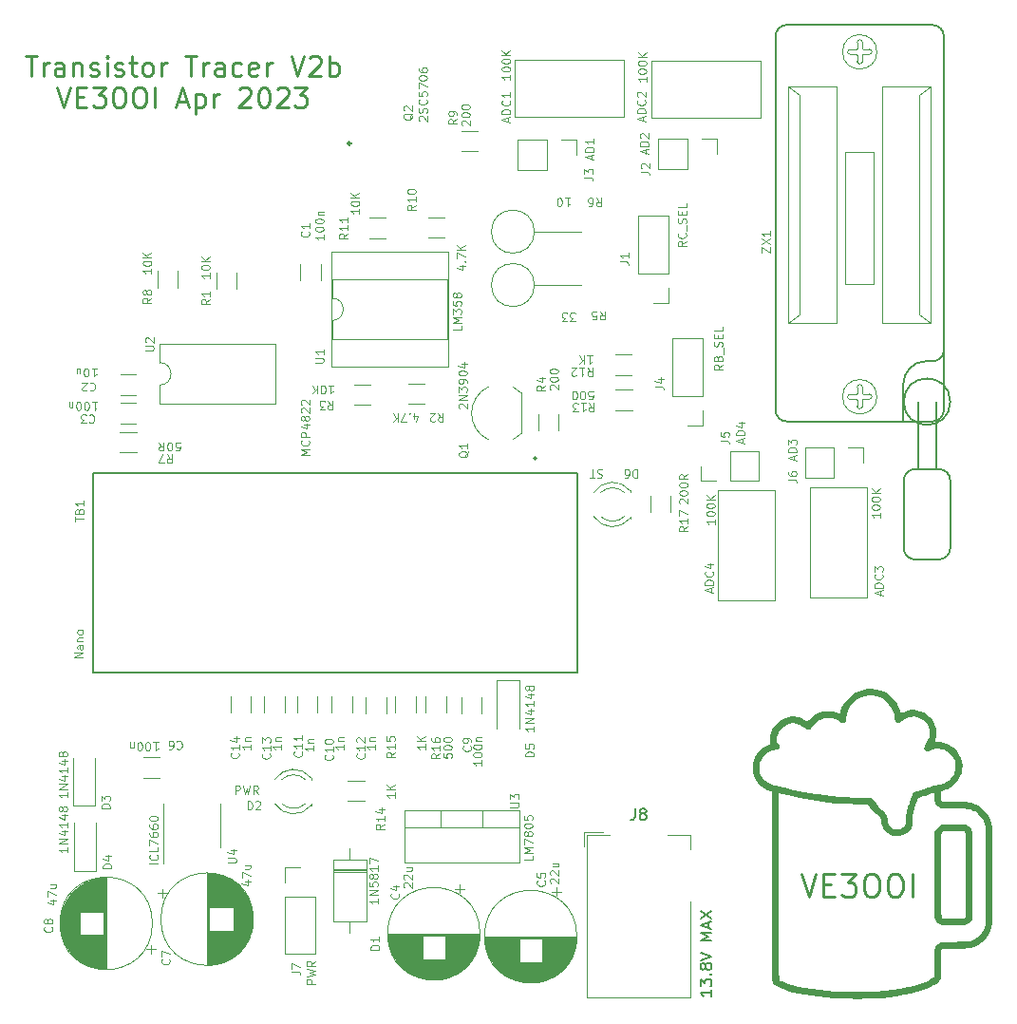
<source format=gbr>
%TF.GenerationSoftware,KiCad,Pcbnew,(6.0.7)*%
%TF.CreationDate,2023-04-20T22:54:43-04:00*%
%TF.ProjectId,NPN Tracer V2b,4e504e20-5472-4616-9365-72205632622e,rev?*%
%TF.SameCoordinates,Original*%
%TF.FileFunction,Legend,Top*%
%TF.FilePolarity,Positive*%
%FSLAX46Y46*%
G04 Gerber Fmt 4.6, Leading zero omitted, Abs format (unit mm)*
G04 Created by KiCad (PCBNEW (6.0.7)) date 2023-04-20 22:54:43*
%MOMM*%
%LPD*%
G01*
G04 APERTURE LIST*
%ADD10C,0.250000*%
%ADD11C,0.120000*%
%ADD12C,0.150000*%
%ADD13C,0.249999*%
%ADD14C,0.101600*%
%ADD15C,0.203200*%
%ADD16C,0.127000*%
%ADD17C,0.200000*%
G04 APERTURE END LIST*
D10*
X56189333Y-69768916D02*
X57189333Y-69768916D01*
X56689333Y-71518916D02*
X56689333Y-69768916D01*
X57772666Y-71518916D02*
X57772666Y-70352250D01*
X57772666Y-70685583D02*
X57856000Y-70518916D01*
X57939333Y-70435583D01*
X58106000Y-70352250D01*
X58272666Y-70352250D01*
X59606000Y-71518916D02*
X59606000Y-70602250D01*
X59522666Y-70435583D01*
X59356000Y-70352250D01*
X59022666Y-70352250D01*
X58856000Y-70435583D01*
X59606000Y-71435583D02*
X59439333Y-71518916D01*
X59022666Y-71518916D01*
X58856000Y-71435583D01*
X58772666Y-71268916D01*
X58772666Y-71102250D01*
X58856000Y-70935583D01*
X59022666Y-70852250D01*
X59439333Y-70852250D01*
X59606000Y-70768916D01*
X60439333Y-70352250D02*
X60439333Y-71518916D01*
X60439333Y-70518916D02*
X60522666Y-70435583D01*
X60689333Y-70352250D01*
X60939333Y-70352250D01*
X61106000Y-70435583D01*
X61189333Y-70602250D01*
X61189333Y-71518916D01*
X61939333Y-71435583D02*
X62106000Y-71518916D01*
X62439333Y-71518916D01*
X62606000Y-71435583D01*
X62689333Y-71268916D01*
X62689333Y-71185583D01*
X62606000Y-71018916D01*
X62439333Y-70935583D01*
X62189333Y-70935583D01*
X62022666Y-70852250D01*
X61939333Y-70685583D01*
X61939333Y-70602250D01*
X62022666Y-70435583D01*
X62189333Y-70352250D01*
X62439333Y-70352250D01*
X62606000Y-70435583D01*
X63439333Y-71518916D02*
X63439333Y-70352250D01*
X63439333Y-69768916D02*
X63356000Y-69852250D01*
X63439333Y-69935583D01*
X63522666Y-69852250D01*
X63439333Y-69768916D01*
X63439333Y-69935583D01*
X64189333Y-71435583D02*
X64356000Y-71518916D01*
X64689333Y-71518916D01*
X64856000Y-71435583D01*
X64939333Y-71268916D01*
X64939333Y-71185583D01*
X64856000Y-71018916D01*
X64689333Y-70935583D01*
X64439333Y-70935583D01*
X64272666Y-70852250D01*
X64189333Y-70685583D01*
X64189333Y-70602250D01*
X64272666Y-70435583D01*
X64439333Y-70352250D01*
X64689333Y-70352250D01*
X64856000Y-70435583D01*
X65439333Y-70352250D02*
X66106000Y-70352250D01*
X65689333Y-69768916D02*
X65689333Y-71268916D01*
X65772666Y-71435583D01*
X65939333Y-71518916D01*
X66106000Y-71518916D01*
X66939333Y-71518916D02*
X66772666Y-71435583D01*
X66689333Y-71352250D01*
X66606000Y-71185583D01*
X66606000Y-70685583D01*
X66689333Y-70518916D01*
X66772666Y-70435583D01*
X66939333Y-70352250D01*
X67189333Y-70352250D01*
X67356000Y-70435583D01*
X67439333Y-70518916D01*
X67522666Y-70685583D01*
X67522666Y-71185583D01*
X67439333Y-71352250D01*
X67356000Y-71435583D01*
X67189333Y-71518916D01*
X66939333Y-71518916D01*
X68272666Y-71518916D02*
X68272666Y-70352250D01*
X68272666Y-70685583D02*
X68356000Y-70518916D01*
X68439333Y-70435583D01*
X68606000Y-70352250D01*
X68772666Y-70352250D01*
X70439333Y-69768916D02*
X71439333Y-69768916D01*
X70939333Y-71518916D02*
X70939333Y-69768916D01*
X72022666Y-71518916D02*
X72022666Y-70352250D01*
X72022666Y-70685583D02*
X72106000Y-70518916D01*
X72189333Y-70435583D01*
X72356000Y-70352250D01*
X72522666Y-70352250D01*
X73856000Y-71518916D02*
X73856000Y-70602250D01*
X73772666Y-70435583D01*
X73606000Y-70352250D01*
X73272666Y-70352250D01*
X73106000Y-70435583D01*
X73856000Y-71435583D02*
X73689333Y-71518916D01*
X73272666Y-71518916D01*
X73106000Y-71435583D01*
X73022666Y-71268916D01*
X73022666Y-71102250D01*
X73106000Y-70935583D01*
X73272666Y-70852250D01*
X73689333Y-70852250D01*
X73856000Y-70768916D01*
X75439333Y-71435583D02*
X75272666Y-71518916D01*
X74939333Y-71518916D01*
X74772666Y-71435583D01*
X74689333Y-71352250D01*
X74606000Y-71185583D01*
X74606000Y-70685583D01*
X74689333Y-70518916D01*
X74772666Y-70435583D01*
X74939333Y-70352250D01*
X75272666Y-70352250D01*
X75439333Y-70435583D01*
X76856000Y-71435583D02*
X76689333Y-71518916D01*
X76356000Y-71518916D01*
X76189333Y-71435583D01*
X76106000Y-71268916D01*
X76106000Y-70602250D01*
X76189333Y-70435583D01*
X76356000Y-70352250D01*
X76689333Y-70352250D01*
X76856000Y-70435583D01*
X76939333Y-70602250D01*
X76939333Y-70768916D01*
X76106000Y-70935583D01*
X77689333Y-71518916D02*
X77689333Y-70352250D01*
X77689333Y-70685583D02*
X77772666Y-70518916D01*
X77856000Y-70435583D01*
X78022666Y-70352250D01*
X78189333Y-70352250D01*
X79856000Y-69768916D02*
X80439333Y-71518916D01*
X81022666Y-69768916D01*
X81522666Y-69935583D02*
X81606000Y-69852250D01*
X81772666Y-69768916D01*
X82189333Y-69768916D01*
X82356000Y-69852250D01*
X82439333Y-69935583D01*
X82522666Y-70102250D01*
X82522666Y-70268916D01*
X82439333Y-70518916D01*
X81439333Y-71518916D01*
X82522666Y-71518916D01*
X83272666Y-71518916D02*
X83272666Y-69768916D01*
X83272666Y-70435583D02*
X83439333Y-70352250D01*
X83772666Y-70352250D01*
X83939333Y-70435583D01*
X84022666Y-70518916D01*
X84106000Y-70685583D01*
X84106000Y-71185583D01*
X84022666Y-71352250D01*
X83939333Y-71435583D01*
X83772666Y-71518916D01*
X83439333Y-71518916D01*
X83272666Y-71435583D01*
X59022666Y-72586416D02*
X59606000Y-74336416D01*
X60189333Y-72586416D01*
X60772666Y-73419750D02*
X61356000Y-73419750D01*
X61606000Y-74336416D02*
X60772666Y-74336416D01*
X60772666Y-72586416D01*
X61606000Y-72586416D01*
X62189333Y-72586416D02*
X63272666Y-72586416D01*
X62689333Y-73253083D01*
X62939333Y-73253083D01*
X63106000Y-73336416D01*
X63189333Y-73419750D01*
X63272666Y-73586416D01*
X63272666Y-74003083D01*
X63189333Y-74169750D01*
X63106000Y-74253083D01*
X62939333Y-74336416D01*
X62439333Y-74336416D01*
X62272666Y-74253083D01*
X62189333Y-74169750D01*
X64356000Y-72586416D02*
X64689333Y-72586416D01*
X64856000Y-72669750D01*
X65022666Y-72836416D01*
X65106000Y-73169750D01*
X65106000Y-73753083D01*
X65022666Y-74086416D01*
X64856000Y-74253083D01*
X64689333Y-74336416D01*
X64356000Y-74336416D01*
X64189333Y-74253083D01*
X64022666Y-74086416D01*
X63939333Y-73753083D01*
X63939333Y-73169750D01*
X64022666Y-72836416D01*
X64189333Y-72669750D01*
X64356000Y-72586416D01*
X66189333Y-72586416D02*
X66522666Y-72586416D01*
X66689333Y-72669750D01*
X66856000Y-72836416D01*
X66939333Y-73169750D01*
X66939333Y-73753083D01*
X66856000Y-74086416D01*
X66689333Y-74253083D01*
X66522666Y-74336416D01*
X66189333Y-74336416D01*
X66022666Y-74253083D01*
X65856000Y-74086416D01*
X65772666Y-73753083D01*
X65772666Y-73169750D01*
X65856000Y-72836416D01*
X66022666Y-72669750D01*
X66189333Y-72586416D01*
X67689333Y-74336416D02*
X67689333Y-72586416D01*
X69772666Y-73836416D02*
X70606000Y-73836416D01*
X69606000Y-74336416D02*
X70189333Y-72586416D01*
X70772666Y-74336416D01*
X71356000Y-73169750D02*
X71356000Y-74919750D01*
X71356000Y-73253083D02*
X71522666Y-73169750D01*
X71856000Y-73169750D01*
X72022666Y-73253083D01*
X72106000Y-73336416D01*
X72189333Y-73503083D01*
X72189333Y-74003083D01*
X72106000Y-74169750D01*
X72022666Y-74253083D01*
X71856000Y-74336416D01*
X71522666Y-74336416D01*
X71356000Y-74253083D01*
X72939333Y-74336416D02*
X72939333Y-73169750D01*
X72939333Y-73503083D02*
X73022666Y-73336416D01*
X73106000Y-73253083D01*
X73272666Y-73169750D01*
X73439333Y-73169750D01*
X75272666Y-72753083D02*
X75356000Y-72669750D01*
X75522666Y-72586416D01*
X75939333Y-72586416D01*
X76106000Y-72669750D01*
X76189333Y-72753083D01*
X76272666Y-72919750D01*
X76272666Y-73086416D01*
X76189333Y-73336416D01*
X75189333Y-74336416D01*
X76272666Y-74336416D01*
X77356000Y-72586416D02*
X77522666Y-72586416D01*
X77689333Y-72669750D01*
X77772666Y-72753083D01*
X77856000Y-72919750D01*
X77939333Y-73253083D01*
X77939333Y-73669750D01*
X77856000Y-74003083D01*
X77772666Y-74169750D01*
X77689333Y-74253083D01*
X77522666Y-74336416D01*
X77356000Y-74336416D01*
X77189333Y-74253083D01*
X77106000Y-74169750D01*
X77022666Y-74003083D01*
X76939333Y-73669750D01*
X76939333Y-73253083D01*
X77022666Y-72919750D01*
X77106000Y-72753083D01*
X77189333Y-72669750D01*
X77356000Y-72586416D01*
X78606000Y-72753083D02*
X78689333Y-72669750D01*
X78856000Y-72586416D01*
X79272666Y-72586416D01*
X79439333Y-72669750D01*
X79522666Y-72753083D01*
X79606000Y-72919750D01*
X79606000Y-73086416D01*
X79522666Y-73336416D01*
X78522666Y-74336416D01*
X79606000Y-74336416D01*
X80189333Y-72586416D02*
X81272666Y-72586416D01*
X80689333Y-73253083D01*
X80939333Y-73253083D01*
X81106000Y-73336416D01*
X81189333Y-73419750D01*
X81272666Y-73586416D01*
X81272666Y-74003083D01*
X81189333Y-74169750D01*
X81106000Y-74253083D01*
X80939333Y-74336416D01*
X80439333Y-74336416D01*
X80272666Y-74253083D01*
X80189333Y-74169750D01*
D11*
%TO.C,C13*%
X77928357Y-131927142D02*
X77964071Y-131962857D01*
X77999785Y-132070000D01*
X77999785Y-132141428D01*
X77964071Y-132248571D01*
X77892642Y-132320000D01*
X77821214Y-132355714D01*
X77678357Y-132391428D01*
X77571214Y-132391428D01*
X77428357Y-132355714D01*
X77356928Y-132320000D01*
X77285500Y-132248571D01*
X77249785Y-132141428D01*
X77249785Y-132070000D01*
X77285500Y-131962857D01*
X77321214Y-131927142D01*
X77999785Y-131212857D02*
X77999785Y-131641428D01*
X77999785Y-131427142D02*
X77249785Y-131427142D01*
X77356928Y-131498571D01*
X77428357Y-131570000D01*
X77464071Y-131641428D01*
X77249785Y-130962857D02*
X77249785Y-130498571D01*
X77535500Y-130748571D01*
X77535500Y-130641428D01*
X77571214Y-130570000D01*
X77606928Y-130534285D01*
X77678357Y-130498571D01*
X77856928Y-130498571D01*
X77928357Y-130534285D01*
X77964071Y-130570000D01*
X77999785Y-130641428D01*
X77999785Y-130855714D01*
X77964071Y-130927142D01*
X77928357Y-130962857D01*
X78952285Y-131125500D02*
X78952285Y-131554071D01*
X78952285Y-131339785D02*
X78202285Y-131339785D01*
X78309428Y-131411214D01*
X78380857Y-131482642D01*
X78416571Y-131554071D01*
X78452285Y-130804071D02*
X78952285Y-130804071D01*
X78523714Y-130804071D02*
X78488000Y-130768357D01*
X78452285Y-130696928D01*
X78452285Y-130589785D01*
X78488000Y-130518357D01*
X78559428Y-130482642D01*
X78952285Y-130482642D01*
%TO.C,R14*%
X88159785Y-138213642D02*
X87802642Y-138463642D01*
X88159785Y-138642214D02*
X87409785Y-138642214D01*
X87409785Y-138356500D01*
X87445500Y-138285071D01*
X87481214Y-138249357D01*
X87552642Y-138213642D01*
X87659785Y-138213642D01*
X87731214Y-138249357D01*
X87766928Y-138285071D01*
X87802642Y-138356500D01*
X87802642Y-138642214D01*
X88159785Y-137499357D02*
X88159785Y-137927928D01*
X88159785Y-137713642D02*
X87409785Y-137713642D01*
X87516928Y-137785071D01*
X87588357Y-137856500D01*
X87624071Y-137927928D01*
X87659785Y-136856500D02*
X88159785Y-136856500D01*
X87374071Y-137035071D02*
X87909785Y-137213642D01*
X87909785Y-136749357D01*
X89112285Y-135415714D02*
X89112285Y-135844285D01*
X89112285Y-135630000D02*
X88362285Y-135630000D01*
X88469428Y-135701428D01*
X88540857Y-135772857D01*
X88576571Y-135844285D01*
X89112285Y-135094285D02*
X88362285Y-135094285D01*
X89112285Y-134665714D02*
X88683714Y-134987142D01*
X88362285Y-134665714D02*
X88790857Y-135094285D01*
%TO.C,D3*%
X63712285Y-136824571D02*
X62962285Y-136824571D01*
X62962285Y-136646000D01*
X62998000Y-136538857D01*
X63069428Y-136467428D01*
X63140857Y-136431714D01*
X63283714Y-136396000D01*
X63390857Y-136396000D01*
X63533714Y-136431714D01*
X63605142Y-136467428D01*
X63676571Y-136538857D01*
X63712285Y-136646000D01*
X63712285Y-136824571D01*
X62962285Y-136146000D02*
X62962285Y-135681714D01*
X63248000Y-135931714D01*
X63248000Y-135824571D01*
X63283714Y-135753142D01*
X63319428Y-135717428D01*
X63390857Y-135681714D01*
X63569428Y-135681714D01*
X63640857Y-135717428D01*
X63676571Y-135753142D01*
X63712285Y-135824571D01*
X63712285Y-136038857D01*
X63676571Y-136110285D01*
X63640857Y-136146000D01*
X59902285Y-135401642D02*
X59902285Y-135830214D01*
X59902285Y-135615928D02*
X59152285Y-135615928D01*
X59259428Y-135687357D01*
X59330857Y-135758785D01*
X59366571Y-135830214D01*
X59902285Y-135080214D02*
X59152285Y-135080214D01*
X59902285Y-134651642D01*
X59152285Y-134651642D01*
X59402285Y-133973071D02*
X59902285Y-133973071D01*
X59116571Y-134151642D02*
X59652285Y-134330214D01*
X59652285Y-133865928D01*
X59902285Y-133187357D02*
X59902285Y-133615928D01*
X59902285Y-133401642D02*
X59152285Y-133401642D01*
X59259428Y-133473071D01*
X59330857Y-133544500D01*
X59366571Y-133615928D01*
X59402285Y-132544500D02*
X59902285Y-132544500D01*
X59116571Y-132723071D02*
X59652285Y-132901642D01*
X59652285Y-132437357D01*
X59473714Y-132044500D02*
X59438000Y-132115928D01*
X59402285Y-132151642D01*
X59330857Y-132187357D01*
X59295142Y-132187357D01*
X59223714Y-132151642D01*
X59188000Y-132115928D01*
X59152285Y-132044500D01*
X59152285Y-131901642D01*
X59188000Y-131830214D01*
X59223714Y-131794500D01*
X59295142Y-131758785D01*
X59330857Y-131758785D01*
X59402285Y-131794500D01*
X59438000Y-131830214D01*
X59473714Y-131901642D01*
X59473714Y-132044500D01*
X59509428Y-132115928D01*
X59545142Y-132151642D01*
X59616571Y-132187357D01*
X59759428Y-132187357D01*
X59830857Y-132151642D01*
X59866571Y-132115928D01*
X59902285Y-132044500D01*
X59902285Y-131901642D01*
X59866571Y-131830214D01*
X59830857Y-131794500D01*
X59759428Y-131758785D01*
X59616571Y-131758785D01*
X59545142Y-131794500D01*
X59509428Y-131830214D01*
X59473714Y-131901642D01*
D12*
%TO.C,J8*%
X110522666Y-136842880D02*
X110522666Y-137557166D01*
X110475047Y-137700023D01*
X110379809Y-137795261D01*
X110236952Y-137842880D01*
X110141714Y-137842880D01*
X111141714Y-137271452D02*
X111046476Y-137223833D01*
X110998857Y-137176214D01*
X110951238Y-137080976D01*
X110951238Y-137033357D01*
X110998857Y-136938119D01*
X111046476Y-136890500D01*
X111141714Y-136842880D01*
X111332190Y-136842880D01*
X111427428Y-136890500D01*
X111475047Y-136938119D01*
X111522666Y-137033357D01*
X111522666Y-137080976D01*
X111475047Y-137176214D01*
X111427428Y-137223833D01*
X111332190Y-137271452D01*
X111141714Y-137271452D01*
X111046476Y-137319071D01*
X110998857Y-137366690D01*
X110951238Y-137461928D01*
X110951238Y-137652404D01*
X110998857Y-137747642D01*
X111046476Y-137795261D01*
X111141714Y-137842880D01*
X111332190Y-137842880D01*
X111427428Y-137795261D01*
X111475047Y-137747642D01*
X111522666Y-137652404D01*
X111522666Y-137461928D01*
X111475047Y-137366690D01*
X111427428Y-137319071D01*
X111332190Y-137271452D01*
X117355880Y-152986976D02*
X117355880Y-153558404D01*
X117355880Y-153272690D02*
X116355880Y-153272690D01*
X116498738Y-153367928D01*
X116593976Y-153463166D01*
X116641595Y-153558404D01*
X116355880Y-152653642D02*
X116355880Y-152034595D01*
X116736833Y-152367928D01*
X116736833Y-152225071D01*
X116784452Y-152129833D01*
X116832071Y-152082214D01*
X116927309Y-152034595D01*
X117165404Y-152034595D01*
X117260642Y-152082214D01*
X117308261Y-152129833D01*
X117355880Y-152225071D01*
X117355880Y-152510785D01*
X117308261Y-152606023D01*
X117260642Y-152653642D01*
X117260642Y-151606023D02*
X117308261Y-151558404D01*
X117355880Y-151606023D01*
X117308261Y-151653642D01*
X117260642Y-151606023D01*
X117355880Y-151606023D01*
X116784452Y-150986976D02*
X116736833Y-151082214D01*
X116689214Y-151129833D01*
X116593976Y-151177452D01*
X116546357Y-151177452D01*
X116451119Y-151129833D01*
X116403500Y-151082214D01*
X116355880Y-150986976D01*
X116355880Y-150796500D01*
X116403500Y-150701261D01*
X116451119Y-150653642D01*
X116546357Y-150606023D01*
X116593976Y-150606023D01*
X116689214Y-150653642D01*
X116736833Y-150701261D01*
X116784452Y-150796500D01*
X116784452Y-150986976D01*
X116832071Y-151082214D01*
X116879690Y-151129833D01*
X116974928Y-151177452D01*
X117165404Y-151177452D01*
X117260642Y-151129833D01*
X117308261Y-151082214D01*
X117355880Y-150986976D01*
X117355880Y-150796500D01*
X117308261Y-150701261D01*
X117260642Y-150653642D01*
X117165404Y-150606023D01*
X116974928Y-150606023D01*
X116879690Y-150653642D01*
X116832071Y-150701261D01*
X116784452Y-150796500D01*
X116355880Y-150320309D02*
X117355880Y-149986976D01*
X116355880Y-149653642D01*
X117355880Y-148558404D02*
X116355880Y-148558404D01*
X117070166Y-148225071D01*
X116355880Y-147891738D01*
X117355880Y-147891738D01*
X117070166Y-147463166D02*
X117070166Y-146986976D01*
X117355880Y-147558404D02*
X116355880Y-147225071D01*
X117355880Y-146891738D01*
X116355880Y-146653642D02*
X117355880Y-145986976D01*
X116355880Y-145986976D02*
X117355880Y-146653642D01*
D11*
%TO.C,D2*%
X75963928Y-136927785D02*
X75963928Y-136177785D01*
X76142500Y-136177785D01*
X76249642Y-136213500D01*
X76321071Y-136284928D01*
X76356785Y-136356357D01*
X76392500Y-136499214D01*
X76392500Y-136606357D01*
X76356785Y-136749214D01*
X76321071Y-136820642D01*
X76249642Y-136892071D01*
X76142500Y-136927785D01*
X75963928Y-136927785D01*
X76678214Y-136249214D02*
X76713928Y-136213500D01*
X76785357Y-136177785D01*
X76963928Y-136177785D01*
X77035357Y-136213500D01*
X77071071Y-136249214D01*
X77106785Y-136320642D01*
X77106785Y-136392071D01*
X77071071Y-136499214D01*
X76642500Y-136927785D01*
X77106785Y-136927785D01*
X74882500Y-135530785D02*
X74882500Y-134780785D01*
X75168214Y-134780785D01*
X75239642Y-134816500D01*
X75275357Y-134852214D01*
X75311071Y-134923642D01*
X75311071Y-135030785D01*
X75275357Y-135102214D01*
X75239642Y-135137928D01*
X75168214Y-135173642D01*
X74882500Y-135173642D01*
X75561071Y-134780785D02*
X75739642Y-135530785D01*
X75882500Y-134995071D01*
X76025357Y-135530785D01*
X76203928Y-134780785D01*
X76918214Y-135530785D02*
X76668214Y-135173642D01*
X76489642Y-135530785D02*
X76489642Y-134780785D01*
X76775357Y-134780785D01*
X76846785Y-134816500D01*
X76882500Y-134852214D01*
X76918214Y-134923642D01*
X76918214Y-135030785D01*
X76882500Y-135102214D01*
X76846785Y-135137928D01*
X76775357Y-135173642D01*
X76489642Y-135173642D01*
%TO.C,C12*%
X86373857Y-131927142D02*
X86409571Y-131962857D01*
X86445285Y-132070000D01*
X86445285Y-132141428D01*
X86409571Y-132248571D01*
X86338142Y-132320000D01*
X86266714Y-132355714D01*
X86123857Y-132391428D01*
X86016714Y-132391428D01*
X85873857Y-132355714D01*
X85802428Y-132320000D01*
X85731000Y-132248571D01*
X85695285Y-132141428D01*
X85695285Y-132070000D01*
X85731000Y-131962857D01*
X85766714Y-131927142D01*
X86445285Y-131212857D02*
X86445285Y-131641428D01*
X86445285Y-131427142D02*
X85695285Y-131427142D01*
X85802428Y-131498571D01*
X85873857Y-131570000D01*
X85909571Y-131641428D01*
X85766714Y-130927142D02*
X85731000Y-130891428D01*
X85695285Y-130820000D01*
X85695285Y-130641428D01*
X85731000Y-130570000D01*
X85766714Y-130534285D01*
X85838142Y-130498571D01*
X85909571Y-130498571D01*
X86016714Y-130534285D01*
X86445285Y-130962857D01*
X86445285Y-130498571D01*
X87334285Y-131125500D02*
X87334285Y-131554071D01*
X87334285Y-131339785D02*
X86584285Y-131339785D01*
X86691428Y-131411214D01*
X86762857Y-131482642D01*
X86798571Y-131554071D01*
X86834285Y-130804071D02*
X87334285Y-130804071D01*
X86905714Y-130804071D02*
X86870000Y-130768357D01*
X86834285Y-130696928D01*
X86834285Y-130589785D01*
X86870000Y-130518357D01*
X86941428Y-130482642D01*
X87334285Y-130482642D01*
%TO.C,Q1*%
X95660714Y-104973428D02*
X95625000Y-105044857D01*
X95553571Y-105116285D01*
X95446428Y-105223428D01*
X95410714Y-105294857D01*
X95410714Y-105366285D01*
X95589285Y-105330571D02*
X95553571Y-105402000D01*
X95482142Y-105473428D01*
X95339285Y-105509142D01*
X95089285Y-105509142D01*
X94946428Y-105473428D01*
X94875000Y-105402000D01*
X94839285Y-105330571D01*
X94839285Y-105187714D01*
X94875000Y-105116285D01*
X94946428Y-105044857D01*
X95089285Y-105009142D01*
X95339285Y-105009142D01*
X95482142Y-105044857D01*
X95553571Y-105116285D01*
X95589285Y-105187714D01*
X95589285Y-105330571D01*
X95589285Y-104294857D02*
X95589285Y-104723428D01*
X95589285Y-104509142D02*
X94839285Y-104509142D01*
X94946428Y-104580571D01*
X95017857Y-104652000D01*
X95053571Y-104723428D01*
X94847214Y-101159214D02*
X94811500Y-101123500D01*
X94775785Y-101052071D01*
X94775785Y-100873500D01*
X94811500Y-100802071D01*
X94847214Y-100766357D01*
X94918642Y-100730642D01*
X94990071Y-100730642D01*
X95097214Y-100766357D01*
X95525785Y-101194928D01*
X95525785Y-100730642D01*
X95525785Y-100409214D02*
X94775785Y-100409214D01*
X95525785Y-99980642D01*
X94775785Y-99980642D01*
X94775785Y-99694928D02*
X94775785Y-99230642D01*
X95061500Y-99480642D01*
X95061500Y-99373500D01*
X95097214Y-99302071D01*
X95132928Y-99266357D01*
X95204357Y-99230642D01*
X95382928Y-99230642D01*
X95454357Y-99266357D01*
X95490071Y-99302071D01*
X95525785Y-99373500D01*
X95525785Y-99587785D01*
X95490071Y-99659214D01*
X95454357Y-99694928D01*
X95525785Y-98873500D02*
X95525785Y-98730642D01*
X95490071Y-98659214D01*
X95454357Y-98623500D01*
X95347214Y-98552071D01*
X95204357Y-98516357D01*
X94918642Y-98516357D01*
X94847214Y-98552071D01*
X94811500Y-98587785D01*
X94775785Y-98659214D01*
X94775785Y-98802071D01*
X94811500Y-98873500D01*
X94847214Y-98909214D01*
X94918642Y-98944928D01*
X95097214Y-98944928D01*
X95168642Y-98909214D01*
X95204357Y-98873500D01*
X95240071Y-98802071D01*
X95240071Y-98659214D01*
X95204357Y-98587785D01*
X95168642Y-98552071D01*
X95097214Y-98516357D01*
X94775785Y-98052071D02*
X94775785Y-97980642D01*
X94811500Y-97909214D01*
X94847214Y-97873500D01*
X94918642Y-97837785D01*
X95061500Y-97802071D01*
X95240071Y-97802071D01*
X95382928Y-97837785D01*
X95454357Y-97873500D01*
X95490071Y-97909214D01*
X95525785Y-97980642D01*
X95525785Y-98052071D01*
X95490071Y-98123500D01*
X95454357Y-98159214D01*
X95382928Y-98194928D01*
X95240071Y-98230642D01*
X95061500Y-98230642D01*
X94918642Y-98194928D01*
X94847214Y-98159214D01*
X94811500Y-98123500D01*
X94775785Y-98052071D01*
X95025785Y-97159214D02*
X95525785Y-97159214D01*
X94740071Y-97337785D02*
X95275785Y-97516357D01*
X95275785Y-97052071D01*
%TO.C,R3*%
X83119500Y-100498714D02*
X83369500Y-100855857D01*
X83548071Y-100498714D02*
X83548071Y-101248714D01*
X83262357Y-101248714D01*
X83190928Y-101213000D01*
X83155214Y-101177285D01*
X83119500Y-101105857D01*
X83119500Y-100998714D01*
X83155214Y-100927285D01*
X83190928Y-100891571D01*
X83262357Y-100855857D01*
X83548071Y-100855857D01*
X82869500Y-101248714D02*
X82405214Y-101248714D01*
X82655214Y-100963000D01*
X82548071Y-100963000D01*
X82476642Y-100927285D01*
X82440928Y-100891571D01*
X82405214Y-100820142D01*
X82405214Y-100641571D01*
X82440928Y-100570142D01*
X82476642Y-100534428D01*
X82548071Y-100498714D01*
X82762357Y-100498714D01*
X82833785Y-100534428D01*
X82869500Y-100570142D01*
X83194857Y-99101714D02*
X83623428Y-99101714D01*
X83409142Y-99101714D02*
X83409142Y-99851714D01*
X83480571Y-99744571D01*
X83552000Y-99673142D01*
X83623428Y-99637428D01*
X82730571Y-99851714D02*
X82659142Y-99851714D01*
X82587714Y-99816000D01*
X82552000Y-99780285D01*
X82516285Y-99708857D01*
X82480571Y-99566000D01*
X82480571Y-99387428D01*
X82516285Y-99244571D01*
X82552000Y-99173142D01*
X82587714Y-99137428D01*
X82659142Y-99101714D01*
X82730571Y-99101714D01*
X82802000Y-99137428D01*
X82837714Y-99173142D01*
X82873428Y-99244571D01*
X82909142Y-99387428D01*
X82909142Y-99566000D01*
X82873428Y-99708857D01*
X82837714Y-99780285D01*
X82802000Y-99816000D01*
X82730571Y-99851714D01*
X82159142Y-99101714D02*
X82159142Y-99851714D01*
X81730571Y-99101714D02*
X82052000Y-99530285D01*
X81730571Y-99851714D02*
X82159142Y-99423142D01*
%TO.C,D1*%
X87715285Y-149397571D02*
X86965285Y-149397571D01*
X86965285Y-149219000D01*
X87001000Y-149111857D01*
X87072428Y-149040428D01*
X87143857Y-149004714D01*
X87286714Y-148969000D01*
X87393857Y-148969000D01*
X87536714Y-149004714D01*
X87608142Y-149040428D01*
X87679571Y-149111857D01*
X87715285Y-149219000D01*
X87715285Y-149397571D01*
X87715285Y-148254714D02*
X87715285Y-148683285D01*
X87715285Y-148469000D02*
X86965285Y-148469000D01*
X87072428Y-148540428D01*
X87143857Y-148611857D01*
X87179571Y-148683285D01*
X87588285Y-144863142D02*
X87588285Y-145291714D01*
X87588285Y-145077428D02*
X86838285Y-145077428D01*
X86945428Y-145148857D01*
X87016857Y-145220285D01*
X87052571Y-145291714D01*
X87588285Y-144541714D02*
X86838285Y-144541714D01*
X87588285Y-144113142D01*
X86838285Y-144113142D01*
X86838285Y-143398857D02*
X86838285Y-143756000D01*
X87195428Y-143791714D01*
X87159714Y-143756000D01*
X87124000Y-143684571D01*
X87124000Y-143506000D01*
X87159714Y-143434571D01*
X87195428Y-143398857D01*
X87266857Y-143363142D01*
X87445428Y-143363142D01*
X87516857Y-143398857D01*
X87552571Y-143434571D01*
X87588285Y-143506000D01*
X87588285Y-143684571D01*
X87552571Y-143756000D01*
X87516857Y-143791714D01*
X87159714Y-142934571D02*
X87124000Y-143006000D01*
X87088285Y-143041714D01*
X87016857Y-143077428D01*
X86981142Y-143077428D01*
X86909714Y-143041714D01*
X86874000Y-143006000D01*
X86838285Y-142934571D01*
X86838285Y-142791714D01*
X86874000Y-142720285D01*
X86909714Y-142684571D01*
X86981142Y-142648857D01*
X87016857Y-142648857D01*
X87088285Y-142684571D01*
X87124000Y-142720285D01*
X87159714Y-142791714D01*
X87159714Y-142934571D01*
X87195428Y-143006000D01*
X87231142Y-143041714D01*
X87302571Y-143077428D01*
X87445428Y-143077428D01*
X87516857Y-143041714D01*
X87552571Y-143006000D01*
X87588285Y-142934571D01*
X87588285Y-142791714D01*
X87552571Y-142720285D01*
X87516857Y-142684571D01*
X87445428Y-142648857D01*
X87302571Y-142648857D01*
X87231142Y-142684571D01*
X87195428Y-142720285D01*
X87159714Y-142791714D01*
X87588285Y-141934571D02*
X87588285Y-142363142D01*
X87588285Y-142148857D02*
X86838285Y-142148857D01*
X86945428Y-142220285D01*
X87016857Y-142291714D01*
X87052571Y-142363142D01*
X86838285Y-141684571D02*
X86838285Y-141184571D01*
X87588285Y-141506000D01*
%TO.C,R9*%
X94636785Y-75372500D02*
X94279642Y-75622500D01*
X94636785Y-75801071D02*
X93886785Y-75801071D01*
X93886785Y-75515357D01*
X93922500Y-75443928D01*
X93958214Y-75408214D01*
X94029642Y-75372500D01*
X94136785Y-75372500D01*
X94208214Y-75408214D01*
X94243928Y-75443928D01*
X94279642Y-75515357D01*
X94279642Y-75801071D01*
X94636785Y-75015357D02*
X94636785Y-74872500D01*
X94601071Y-74801071D01*
X94565357Y-74765357D01*
X94458214Y-74693928D01*
X94315357Y-74658214D01*
X94029642Y-74658214D01*
X93958214Y-74693928D01*
X93922500Y-74729642D01*
X93886785Y-74801071D01*
X93886785Y-74943928D01*
X93922500Y-75015357D01*
X93958214Y-75051071D01*
X94029642Y-75086785D01*
X94208214Y-75086785D01*
X94279642Y-75051071D01*
X94315357Y-75015357D01*
X94351071Y-74943928D01*
X94351071Y-74801071D01*
X94315357Y-74729642D01*
X94279642Y-74693928D01*
X94208214Y-74658214D01*
X95101214Y-75922071D02*
X95065500Y-75886357D01*
X95029785Y-75814928D01*
X95029785Y-75636357D01*
X95065500Y-75564928D01*
X95101214Y-75529214D01*
X95172642Y-75493500D01*
X95244071Y-75493500D01*
X95351214Y-75529214D01*
X95779785Y-75957785D01*
X95779785Y-75493500D01*
X95029785Y-75029214D02*
X95029785Y-74957785D01*
X95065500Y-74886357D01*
X95101214Y-74850642D01*
X95172642Y-74814928D01*
X95315500Y-74779214D01*
X95494071Y-74779214D01*
X95636928Y-74814928D01*
X95708357Y-74850642D01*
X95744071Y-74886357D01*
X95779785Y-74957785D01*
X95779785Y-75029214D01*
X95744071Y-75100642D01*
X95708357Y-75136357D01*
X95636928Y-75172071D01*
X95494071Y-75207785D01*
X95315500Y-75207785D01*
X95172642Y-75172071D01*
X95101214Y-75136357D01*
X95065500Y-75100642D01*
X95029785Y-75029214D01*
X95029785Y-74314928D02*
X95029785Y-74243500D01*
X95065500Y-74172071D01*
X95101214Y-74136357D01*
X95172642Y-74100642D01*
X95315500Y-74064928D01*
X95494071Y-74064928D01*
X95636928Y-74100642D01*
X95708357Y-74136357D01*
X95744071Y-74172071D01*
X95779785Y-74243500D01*
X95779785Y-74314928D01*
X95744071Y-74386357D01*
X95708357Y-74422071D01*
X95636928Y-74457785D01*
X95494071Y-74493500D01*
X95315500Y-74493500D01*
X95172642Y-74457785D01*
X95101214Y-74422071D01*
X95065500Y-74386357D01*
X95029785Y-74314928D01*
%TO.C,R1*%
X72602285Y-91438000D02*
X72245142Y-91688000D01*
X72602285Y-91866571D02*
X71852285Y-91866571D01*
X71852285Y-91580857D01*
X71888000Y-91509428D01*
X71923714Y-91473714D01*
X71995142Y-91438000D01*
X72102285Y-91438000D01*
X72173714Y-91473714D01*
X72209428Y-91509428D01*
X72245142Y-91580857D01*
X72245142Y-91866571D01*
X72602285Y-90723714D02*
X72602285Y-91152285D01*
X72602285Y-90938000D02*
X71852285Y-90938000D01*
X71959428Y-91009428D01*
X72030857Y-91080857D01*
X72066571Y-91152285D01*
X72602285Y-89100357D02*
X72602285Y-89528928D01*
X72602285Y-89314642D02*
X71852285Y-89314642D01*
X71959428Y-89386071D01*
X72030857Y-89457500D01*
X72066571Y-89528928D01*
X71852285Y-88636071D02*
X71852285Y-88564642D01*
X71888000Y-88493214D01*
X71923714Y-88457500D01*
X71995142Y-88421785D01*
X72138000Y-88386071D01*
X72316571Y-88386071D01*
X72459428Y-88421785D01*
X72530857Y-88457500D01*
X72566571Y-88493214D01*
X72602285Y-88564642D01*
X72602285Y-88636071D01*
X72566571Y-88707500D01*
X72530857Y-88743214D01*
X72459428Y-88778928D01*
X72316571Y-88814642D01*
X72138000Y-88814642D01*
X71995142Y-88778928D01*
X71923714Y-88743214D01*
X71888000Y-88707500D01*
X71852285Y-88636071D01*
X72602285Y-88064642D02*
X71852285Y-88064642D01*
X72602285Y-87636071D02*
X72173714Y-87957500D01*
X71852285Y-87636071D02*
X72280857Y-88064642D01*
%TO.C,J6*%
X124176285Y-107501500D02*
X124712000Y-107501500D01*
X124819142Y-107537214D01*
X124890571Y-107608642D01*
X124926285Y-107715785D01*
X124926285Y-107787214D01*
X124176285Y-106822928D02*
X124176285Y-106965785D01*
X124212000Y-107037214D01*
X124247714Y-107072928D01*
X124354857Y-107144357D01*
X124497714Y-107180071D01*
X124783428Y-107180071D01*
X124854857Y-107144357D01*
X124890571Y-107108642D01*
X124926285Y-107037214D01*
X124926285Y-106894357D01*
X124890571Y-106822928D01*
X124854857Y-106787214D01*
X124783428Y-106751500D01*
X124604857Y-106751500D01*
X124533428Y-106787214D01*
X124497714Y-106822928D01*
X124462000Y-106894357D01*
X124462000Y-107037214D01*
X124497714Y-107108642D01*
X124533428Y-107144357D01*
X124604857Y-107180071D01*
X124712000Y-105749214D02*
X124712000Y-105392071D01*
X124926285Y-105820642D02*
X124176285Y-105570642D01*
X124926285Y-105320642D01*
X124926285Y-105070642D02*
X124176285Y-105070642D01*
X124176285Y-104892071D01*
X124212000Y-104784928D01*
X124283428Y-104713500D01*
X124354857Y-104677785D01*
X124497714Y-104642071D01*
X124604857Y-104642071D01*
X124747714Y-104677785D01*
X124819142Y-104713500D01*
X124890571Y-104784928D01*
X124926285Y-104892071D01*
X124926285Y-105070642D01*
X124176285Y-104392071D02*
X124176285Y-103927785D01*
X124462000Y-104177785D01*
X124462000Y-104070642D01*
X124497714Y-103999214D01*
X124533428Y-103963500D01*
X124604857Y-103927785D01*
X124783428Y-103927785D01*
X124854857Y-103963500D01*
X124890571Y-103999214D01*
X124926285Y-104070642D01*
X124926285Y-104284928D01*
X124890571Y-104356357D01*
X124854857Y-104392071D01*
%TO.C,C10*%
X83516357Y-132054142D02*
X83552071Y-132089857D01*
X83587785Y-132197000D01*
X83587785Y-132268428D01*
X83552071Y-132375571D01*
X83480642Y-132447000D01*
X83409214Y-132482714D01*
X83266357Y-132518428D01*
X83159214Y-132518428D01*
X83016357Y-132482714D01*
X82944928Y-132447000D01*
X82873500Y-132375571D01*
X82837785Y-132268428D01*
X82837785Y-132197000D01*
X82873500Y-132089857D01*
X82909214Y-132054142D01*
X83587785Y-131339857D02*
X83587785Y-131768428D01*
X83587785Y-131554142D02*
X82837785Y-131554142D01*
X82944928Y-131625571D01*
X83016357Y-131697000D01*
X83052071Y-131768428D01*
X82837785Y-130875571D02*
X82837785Y-130804142D01*
X82873500Y-130732714D01*
X82909214Y-130697000D01*
X82980642Y-130661285D01*
X83123500Y-130625571D01*
X83302071Y-130625571D01*
X83444928Y-130661285D01*
X83516357Y-130697000D01*
X83552071Y-130732714D01*
X83587785Y-130804142D01*
X83587785Y-130875571D01*
X83552071Y-130947000D01*
X83516357Y-130982714D01*
X83444928Y-131018428D01*
X83302071Y-131054142D01*
X83123500Y-131054142D01*
X82980642Y-131018428D01*
X82909214Y-130982714D01*
X82873500Y-130947000D01*
X82837785Y-130875571D01*
X84540285Y-131125500D02*
X84540285Y-131554071D01*
X84540285Y-131339785D02*
X83790285Y-131339785D01*
X83897428Y-131411214D01*
X83968857Y-131482642D01*
X84004571Y-131554071D01*
X84040285Y-130804071D02*
X84540285Y-130804071D01*
X84111714Y-130804071D02*
X84076000Y-130768357D01*
X84040285Y-130696928D01*
X84040285Y-130589785D01*
X84076000Y-130518357D01*
X84147428Y-130482642D01*
X84540285Y-130482642D01*
%TO.C,C4*%
X89421857Y-144397000D02*
X89457571Y-144432714D01*
X89493285Y-144539857D01*
X89493285Y-144611285D01*
X89457571Y-144718428D01*
X89386142Y-144789857D01*
X89314714Y-144825571D01*
X89171857Y-144861285D01*
X89064714Y-144861285D01*
X88921857Y-144825571D01*
X88850428Y-144789857D01*
X88779000Y-144718428D01*
X88743285Y-144611285D01*
X88743285Y-144539857D01*
X88779000Y-144432714D01*
X88814714Y-144397000D01*
X88993285Y-143754142D02*
X89493285Y-143754142D01*
X88707571Y-143932714D02*
X89243285Y-144111285D01*
X89243285Y-143647000D01*
X89957714Y-143849214D02*
X89922000Y-143813500D01*
X89886285Y-143742071D01*
X89886285Y-143563500D01*
X89922000Y-143492071D01*
X89957714Y-143456357D01*
X90029142Y-143420642D01*
X90100571Y-143420642D01*
X90207714Y-143456357D01*
X90636285Y-143884928D01*
X90636285Y-143420642D01*
X89957714Y-143134928D02*
X89922000Y-143099214D01*
X89886285Y-143027785D01*
X89886285Y-142849214D01*
X89922000Y-142777785D01*
X89957714Y-142742071D01*
X90029142Y-142706357D01*
X90100571Y-142706357D01*
X90207714Y-142742071D01*
X90636285Y-143170642D01*
X90636285Y-142706357D01*
X90136285Y-142063500D02*
X90636285Y-142063500D01*
X90136285Y-142384928D02*
X90529142Y-142384928D01*
X90600571Y-142349214D01*
X90636285Y-142277785D01*
X90636285Y-142170642D01*
X90600571Y-142099214D01*
X90564857Y-142063500D01*
%TO.C,D4*%
X63839285Y-142158571D02*
X63089285Y-142158571D01*
X63089285Y-141980000D01*
X63125000Y-141872857D01*
X63196428Y-141801428D01*
X63267857Y-141765714D01*
X63410714Y-141730000D01*
X63517857Y-141730000D01*
X63660714Y-141765714D01*
X63732142Y-141801428D01*
X63803571Y-141872857D01*
X63839285Y-141980000D01*
X63839285Y-142158571D01*
X63339285Y-141087142D02*
X63839285Y-141087142D01*
X63053571Y-141265714D02*
X63589285Y-141444285D01*
X63589285Y-140980000D01*
X59902285Y-140291142D02*
X59902285Y-140719714D01*
X59902285Y-140505428D02*
X59152285Y-140505428D01*
X59259428Y-140576857D01*
X59330857Y-140648285D01*
X59366571Y-140719714D01*
X59902285Y-139969714D02*
X59152285Y-139969714D01*
X59902285Y-139541142D01*
X59152285Y-139541142D01*
X59402285Y-138862571D02*
X59902285Y-138862571D01*
X59116571Y-139041142D02*
X59652285Y-139219714D01*
X59652285Y-138755428D01*
X59902285Y-138076857D02*
X59902285Y-138505428D01*
X59902285Y-138291142D02*
X59152285Y-138291142D01*
X59259428Y-138362571D01*
X59330857Y-138434000D01*
X59366571Y-138505428D01*
X59402285Y-137434000D02*
X59902285Y-137434000D01*
X59116571Y-137612571D02*
X59652285Y-137791142D01*
X59652285Y-137326857D01*
X59473714Y-136934000D02*
X59438000Y-137005428D01*
X59402285Y-137041142D01*
X59330857Y-137076857D01*
X59295142Y-137076857D01*
X59223714Y-137041142D01*
X59188000Y-137005428D01*
X59152285Y-136934000D01*
X59152285Y-136791142D01*
X59188000Y-136719714D01*
X59223714Y-136684000D01*
X59295142Y-136648285D01*
X59330857Y-136648285D01*
X59402285Y-136684000D01*
X59438000Y-136719714D01*
X59473714Y-136791142D01*
X59473714Y-136934000D01*
X59509428Y-137005428D01*
X59545142Y-137041142D01*
X59616571Y-137076857D01*
X59759428Y-137076857D01*
X59830857Y-137041142D01*
X59866571Y-137005428D01*
X59902285Y-136934000D01*
X59902285Y-136791142D01*
X59866571Y-136719714D01*
X59830857Y-136684000D01*
X59759428Y-136648285D01*
X59616571Y-136648285D01*
X59545142Y-136684000D01*
X59509428Y-136719714D01*
X59473714Y-136791142D01*
%TO.C,ADC1*%
X99185000Y-75580714D02*
X99185000Y-75223571D01*
X99399285Y-75652142D02*
X98649285Y-75402142D01*
X99399285Y-75152142D01*
X99399285Y-74902142D02*
X98649285Y-74902142D01*
X98649285Y-74723571D01*
X98685000Y-74616428D01*
X98756428Y-74545000D01*
X98827857Y-74509285D01*
X98970714Y-74473571D01*
X99077857Y-74473571D01*
X99220714Y-74509285D01*
X99292142Y-74545000D01*
X99363571Y-74616428D01*
X99399285Y-74723571D01*
X99399285Y-74902142D01*
X99327857Y-73723571D02*
X99363571Y-73759285D01*
X99399285Y-73866428D01*
X99399285Y-73937857D01*
X99363571Y-74045000D01*
X99292142Y-74116428D01*
X99220714Y-74152142D01*
X99077857Y-74187857D01*
X98970714Y-74187857D01*
X98827857Y-74152142D01*
X98756428Y-74116428D01*
X98685000Y-74045000D01*
X98649285Y-73937857D01*
X98649285Y-73866428D01*
X98685000Y-73759285D01*
X98720714Y-73723571D01*
X99399285Y-73009285D02*
X99399285Y-73437857D01*
X99399285Y-73223571D02*
X98649285Y-73223571D01*
X98756428Y-73295000D01*
X98827857Y-73366428D01*
X98863571Y-73437857D01*
X99399285Y-71423500D02*
X99399285Y-71852071D01*
X99399285Y-71637785D02*
X98649285Y-71637785D01*
X98756428Y-71709214D01*
X98827857Y-71780642D01*
X98863571Y-71852071D01*
X98649285Y-70959214D02*
X98649285Y-70887785D01*
X98685000Y-70816357D01*
X98720714Y-70780642D01*
X98792142Y-70744928D01*
X98935000Y-70709214D01*
X99113571Y-70709214D01*
X99256428Y-70744928D01*
X99327857Y-70780642D01*
X99363571Y-70816357D01*
X99399285Y-70887785D01*
X99399285Y-70959214D01*
X99363571Y-71030642D01*
X99327857Y-71066357D01*
X99256428Y-71102071D01*
X99113571Y-71137785D01*
X98935000Y-71137785D01*
X98792142Y-71102071D01*
X98720714Y-71066357D01*
X98685000Y-71030642D01*
X98649285Y-70959214D01*
X98649285Y-70244928D02*
X98649285Y-70173500D01*
X98685000Y-70102071D01*
X98720714Y-70066357D01*
X98792142Y-70030642D01*
X98935000Y-69994928D01*
X99113571Y-69994928D01*
X99256428Y-70030642D01*
X99327857Y-70066357D01*
X99363571Y-70102071D01*
X99399285Y-70173500D01*
X99399285Y-70244928D01*
X99363571Y-70316357D01*
X99327857Y-70352071D01*
X99256428Y-70387785D01*
X99113571Y-70423500D01*
X98935000Y-70423500D01*
X98792142Y-70387785D01*
X98720714Y-70352071D01*
X98685000Y-70316357D01*
X98649285Y-70244928D01*
X99399285Y-69673500D02*
X98649285Y-69673500D01*
X99399285Y-69244928D02*
X98970714Y-69566357D01*
X98649285Y-69244928D02*
X99077857Y-69673500D01*
%TO.C,Q2*%
X90707714Y-74871928D02*
X90672000Y-74943357D01*
X90600571Y-75014785D01*
X90493428Y-75121928D01*
X90457714Y-75193357D01*
X90457714Y-75264785D01*
X90636285Y-75229071D02*
X90600571Y-75300500D01*
X90529142Y-75371928D01*
X90386285Y-75407642D01*
X90136285Y-75407642D01*
X89993428Y-75371928D01*
X89922000Y-75300500D01*
X89886285Y-75229071D01*
X89886285Y-75086214D01*
X89922000Y-75014785D01*
X89993428Y-74943357D01*
X90136285Y-74907642D01*
X90386285Y-74907642D01*
X90529142Y-74943357D01*
X90600571Y-75014785D01*
X90636285Y-75086214D01*
X90636285Y-75229071D01*
X89957714Y-74621928D02*
X89922000Y-74586214D01*
X89886285Y-74514785D01*
X89886285Y-74336214D01*
X89922000Y-74264785D01*
X89957714Y-74229071D01*
X90029142Y-74193357D01*
X90100571Y-74193357D01*
X90207714Y-74229071D01*
X90636285Y-74657642D01*
X90636285Y-74193357D01*
X91291214Y-75527000D02*
X91255500Y-75491285D01*
X91219785Y-75419857D01*
X91219785Y-75241285D01*
X91255500Y-75169857D01*
X91291214Y-75134142D01*
X91362642Y-75098428D01*
X91434071Y-75098428D01*
X91541214Y-75134142D01*
X91969785Y-75562714D01*
X91969785Y-75098428D01*
X91934071Y-74812714D02*
X91969785Y-74705571D01*
X91969785Y-74527000D01*
X91934071Y-74455571D01*
X91898357Y-74419857D01*
X91826928Y-74384142D01*
X91755500Y-74384142D01*
X91684071Y-74419857D01*
X91648357Y-74455571D01*
X91612642Y-74527000D01*
X91576928Y-74669857D01*
X91541214Y-74741285D01*
X91505500Y-74777000D01*
X91434071Y-74812714D01*
X91362642Y-74812714D01*
X91291214Y-74777000D01*
X91255500Y-74741285D01*
X91219785Y-74669857D01*
X91219785Y-74491285D01*
X91255500Y-74384142D01*
X91898357Y-73634142D02*
X91934071Y-73669857D01*
X91969785Y-73777000D01*
X91969785Y-73848428D01*
X91934071Y-73955571D01*
X91862642Y-74027000D01*
X91791214Y-74062714D01*
X91648357Y-74098428D01*
X91541214Y-74098428D01*
X91398357Y-74062714D01*
X91326928Y-74027000D01*
X91255500Y-73955571D01*
X91219785Y-73848428D01*
X91219785Y-73777000D01*
X91255500Y-73669857D01*
X91291214Y-73634142D01*
X91219785Y-72955571D02*
X91219785Y-73312714D01*
X91576928Y-73348428D01*
X91541214Y-73312714D01*
X91505500Y-73241285D01*
X91505500Y-73062714D01*
X91541214Y-72991285D01*
X91576928Y-72955571D01*
X91648357Y-72919857D01*
X91826928Y-72919857D01*
X91898357Y-72955571D01*
X91934071Y-72991285D01*
X91969785Y-73062714D01*
X91969785Y-73241285D01*
X91934071Y-73312714D01*
X91898357Y-73348428D01*
X91219785Y-72669857D02*
X91219785Y-72169857D01*
X91969785Y-72491285D01*
X91219785Y-71741285D02*
X91219785Y-71669857D01*
X91255500Y-71598428D01*
X91291214Y-71562714D01*
X91362642Y-71527000D01*
X91505500Y-71491285D01*
X91684071Y-71491285D01*
X91826928Y-71527000D01*
X91898357Y-71562714D01*
X91934071Y-71598428D01*
X91969785Y-71669857D01*
X91969785Y-71741285D01*
X91934071Y-71812714D01*
X91898357Y-71848428D01*
X91826928Y-71884142D01*
X91684071Y-71919857D01*
X91505500Y-71919857D01*
X91362642Y-71884142D01*
X91291214Y-71848428D01*
X91255500Y-71812714D01*
X91219785Y-71741285D01*
X91219785Y-70848428D02*
X91219785Y-70991285D01*
X91255500Y-71062714D01*
X91291214Y-71098428D01*
X91398357Y-71169857D01*
X91541214Y-71205571D01*
X91826928Y-71205571D01*
X91898357Y-71169857D01*
X91934071Y-71134142D01*
X91969785Y-71062714D01*
X91969785Y-70919857D01*
X91934071Y-70848428D01*
X91898357Y-70812714D01*
X91826928Y-70777000D01*
X91648357Y-70777000D01*
X91576928Y-70812714D01*
X91541214Y-70848428D01*
X91505500Y-70919857D01*
X91505500Y-71062714D01*
X91541214Y-71134142D01*
X91576928Y-71169857D01*
X91648357Y-71205571D01*
%TO.C,R16*%
X93112785Y-131927142D02*
X92755642Y-132177142D01*
X93112785Y-132355714D02*
X92362785Y-132355714D01*
X92362785Y-132070000D01*
X92398500Y-131998571D01*
X92434214Y-131962857D01*
X92505642Y-131927142D01*
X92612785Y-131927142D01*
X92684214Y-131962857D01*
X92719928Y-131998571D01*
X92755642Y-132070000D01*
X92755642Y-132355714D01*
X93112785Y-131212857D02*
X93112785Y-131641428D01*
X93112785Y-131427142D02*
X92362785Y-131427142D01*
X92469928Y-131498571D01*
X92541357Y-131570000D01*
X92577071Y-131641428D01*
X92362785Y-130570000D02*
X92362785Y-130712857D01*
X92398500Y-130784285D01*
X92434214Y-130820000D01*
X92541357Y-130891428D01*
X92684214Y-130927142D01*
X92969928Y-130927142D01*
X93041357Y-130891428D01*
X93077071Y-130855714D01*
X93112785Y-130784285D01*
X93112785Y-130641428D01*
X93077071Y-130570000D01*
X93041357Y-130534285D01*
X92969928Y-130498571D01*
X92791357Y-130498571D01*
X92719928Y-130534285D01*
X92684214Y-130570000D01*
X92648500Y-130641428D01*
X92648500Y-130784285D01*
X92684214Y-130855714D01*
X92719928Y-130891428D01*
X92791357Y-130927142D01*
X93442285Y-131917214D02*
X93442285Y-132274357D01*
X93799428Y-132310071D01*
X93763714Y-132274357D01*
X93728000Y-132202928D01*
X93728000Y-132024357D01*
X93763714Y-131952928D01*
X93799428Y-131917214D01*
X93870857Y-131881500D01*
X94049428Y-131881500D01*
X94120857Y-131917214D01*
X94156571Y-131952928D01*
X94192285Y-132024357D01*
X94192285Y-132202928D01*
X94156571Y-132274357D01*
X94120857Y-132310071D01*
X93442285Y-131417214D02*
X93442285Y-131345785D01*
X93478000Y-131274357D01*
X93513714Y-131238642D01*
X93585142Y-131202928D01*
X93728000Y-131167214D01*
X93906571Y-131167214D01*
X94049428Y-131202928D01*
X94120857Y-131238642D01*
X94156571Y-131274357D01*
X94192285Y-131345785D01*
X94192285Y-131417214D01*
X94156571Y-131488642D01*
X94120857Y-131524357D01*
X94049428Y-131560071D01*
X93906571Y-131595785D01*
X93728000Y-131595785D01*
X93585142Y-131560071D01*
X93513714Y-131524357D01*
X93478000Y-131488642D01*
X93442285Y-131417214D01*
X93442285Y-130702928D02*
X93442285Y-130631500D01*
X93478000Y-130560071D01*
X93513714Y-130524357D01*
X93585142Y-130488642D01*
X93728000Y-130452928D01*
X93906571Y-130452928D01*
X94049428Y-130488642D01*
X94120857Y-130524357D01*
X94156571Y-130560071D01*
X94192285Y-130631500D01*
X94192285Y-130702928D01*
X94156571Y-130774357D01*
X94120857Y-130810071D01*
X94049428Y-130845785D01*
X93906571Y-130881500D01*
X93728000Y-130881500D01*
X93585142Y-130845785D01*
X93513714Y-130810071D01*
X93478000Y-130774357D01*
X93442285Y-130702928D01*
%TO.C,R2*%
X92962000Y-101578214D02*
X93212000Y-101935357D01*
X93390571Y-101578214D02*
X93390571Y-102328214D01*
X93104857Y-102328214D01*
X93033428Y-102292500D01*
X92997714Y-102256785D01*
X92962000Y-102185357D01*
X92962000Y-102078214D01*
X92997714Y-102006785D01*
X93033428Y-101971071D01*
X93104857Y-101935357D01*
X93390571Y-101935357D01*
X92676285Y-102256785D02*
X92640571Y-102292500D01*
X92569142Y-102328214D01*
X92390571Y-102328214D01*
X92319142Y-102292500D01*
X92283428Y-102256785D01*
X92247714Y-102185357D01*
X92247714Y-102113928D01*
X92283428Y-102006785D01*
X92712000Y-101578214D01*
X92247714Y-101578214D01*
X90810857Y-102078214D02*
X90810857Y-101578214D01*
X90989428Y-102363928D02*
X91168000Y-101828214D01*
X90703714Y-101828214D01*
X90418000Y-101649642D02*
X90382285Y-101613928D01*
X90418000Y-101578214D01*
X90453714Y-101613928D01*
X90418000Y-101649642D01*
X90418000Y-101578214D01*
X90132285Y-102328214D02*
X89632285Y-102328214D01*
X89953714Y-101578214D01*
X89346571Y-101578214D02*
X89346571Y-102328214D01*
X88918000Y-101578214D02*
X89239428Y-102006785D01*
X88918000Y-102328214D02*
X89346571Y-101899642D01*
%TO.C,ADC4*%
X117282500Y-117554214D02*
X117282500Y-117197071D01*
X117496785Y-117625642D02*
X116746785Y-117375642D01*
X117496785Y-117125642D01*
X117496785Y-116875642D02*
X116746785Y-116875642D01*
X116746785Y-116697071D01*
X116782500Y-116589928D01*
X116853928Y-116518500D01*
X116925357Y-116482785D01*
X117068214Y-116447071D01*
X117175357Y-116447071D01*
X117318214Y-116482785D01*
X117389642Y-116518500D01*
X117461071Y-116589928D01*
X117496785Y-116697071D01*
X117496785Y-116875642D01*
X117425357Y-115697071D02*
X117461071Y-115732785D01*
X117496785Y-115839928D01*
X117496785Y-115911357D01*
X117461071Y-116018500D01*
X117389642Y-116089928D01*
X117318214Y-116125642D01*
X117175357Y-116161357D01*
X117068214Y-116161357D01*
X116925357Y-116125642D01*
X116853928Y-116089928D01*
X116782500Y-116018500D01*
X116746785Y-115911357D01*
X116746785Y-115839928D01*
X116782500Y-115732785D01*
X116818214Y-115697071D01*
X116996785Y-115054214D02*
X117496785Y-115054214D01*
X116711071Y-115232785D02*
X117246785Y-115411357D01*
X117246785Y-114947071D01*
X117623785Y-111047500D02*
X117623785Y-111476071D01*
X117623785Y-111261785D02*
X116873785Y-111261785D01*
X116980928Y-111333214D01*
X117052357Y-111404642D01*
X117088071Y-111476071D01*
X116873785Y-110583214D02*
X116873785Y-110511785D01*
X116909500Y-110440357D01*
X116945214Y-110404642D01*
X117016642Y-110368928D01*
X117159500Y-110333214D01*
X117338071Y-110333214D01*
X117480928Y-110368928D01*
X117552357Y-110404642D01*
X117588071Y-110440357D01*
X117623785Y-110511785D01*
X117623785Y-110583214D01*
X117588071Y-110654642D01*
X117552357Y-110690357D01*
X117480928Y-110726071D01*
X117338071Y-110761785D01*
X117159500Y-110761785D01*
X117016642Y-110726071D01*
X116945214Y-110690357D01*
X116909500Y-110654642D01*
X116873785Y-110583214D01*
X116873785Y-109868928D02*
X116873785Y-109797500D01*
X116909500Y-109726071D01*
X116945214Y-109690357D01*
X117016642Y-109654642D01*
X117159500Y-109618928D01*
X117338071Y-109618928D01*
X117480928Y-109654642D01*
X117552357Y-109690357D01*
X117588071Y-109726071D01*
X117623785Y-109797500D01*
X117623785Y-109868928D01*
X117588071Y-109940357D01*
X117552357Y-109976071D01*
X117480928Y-110011785D01*
X117338071Y-110047500D01*
X117159500Y-110047500D01*
X117016642Y-110011785D01*
X116945214Y-109976071D01*
X116909500Y-109940357D01*
X116873785Y-109868928D01*
X117623785Y-109297500D02*
X116873785Y-109297500D01*
X117623785Y-108868928D02*
X117195214Y-109190357D01*
X116873785Y-108868928D02*
X117302357Y-109297500D01*
%TO.C,ADC3*%
X132395500Y-117808214D02*
X132395500Y-117451071D01*
X132609785Y-117879642D02*
X131859785Y-117629642D01*
X132609785Y-117379642D01*
X132609785Y-117129642D02*
X131859785Y-117129642D01*
X131859785Y-116951071D01*
X131895500Y-116843928D01*
X131966928Y-116772500D01*
X132038357Y-116736785D01*
X132181214Y-116701071D01*
X132288357Y-116701071D01*
X132431214Y-116736785D01*
X132502642Y-116772500D01*
X132574071Y-116843928D01*
X132609785Y-116951071D01*
X132609785Y-117129642D01*
X132538357Y-115951071D02*
X132574071Y-115986785D01*
X132609785Y-116093928D01*
X132609785Y-116165357D01*
X132574071Y-116272500D01*
X132502642Y-116343928D01*
X132431214Y-116379642D01*
X132288357Y-116415357D01*
X132181214Y-116415357D01*
X132038357Y-116379642D01*
X131966928Y-116343928D01*
X131895500Y-116272500D01*
X131859785Y-116165357D01*
X131859785Y-116093928D01*
X131895500Y-115986785D01*
X131931214Y-115951071D01*
X131859785Y-115701071D02*
X131859785Y-115236785D01*
X132145500Y-115486785D01*
X132145500Y-115379642D01*
X132181214Y-115308214D01*
X132216928Y-115272500D01*
X132288357Y-115236785D01*
X132466928Y-115236785D01*
X132538357Y-115272500D01*
X132574071Y-115308214D01*
X132609785Y-115379642D01*
X132609785Y-115593928D01*
X132574071Y-115665357D01*
X132538357Y-115701071D01*
X132355785Y-110476000D02*
X132355785Y-110904571D01*
X132355785Y-110690285D02*
X131605785Y-110690285D01*
X131712928Y-110761714D01*
X131784357Y-110833142D01*
X131820071Y-110904571D01*
X131605785Y-110011714D02*
X131605785Y-109940285D01*
X131641500Y-109868857D01*
X131677214Y-109833142D01*
X131748642Y-109797428D01*
X131891500Y-109761714D01*
X132070071Y-109761714D01*
X132212928Y-109797428D01*
X132284357Y-109833142D01*
X132320071Y-109868857D01*
X132355785Y-109940285D01*
X132355785Y-110011714D01*
X132320071Y-110083142D01*
X132284357Y-110118857D01*
X132212928Y-110154571D01*
X132070071Y-110190285D01*
X131891500Y-110190285D01*
X131748642Y-110154571D01*
X131677214Y-110118857D01*
X131641500Y-110083142D01*
X131605785Y-110011714D01*
X131605785Y-109297428D02*
X131605785Y-109226000D01*
X131641500Y-109154571D01*
X131677214Y-109118857D01*
X131748642Y-109083142D01*
X131891500Y-109047428D01*
X132070071Y-109047428D01*
X132212928Y-109083142D01*
X132284357Y-109118857D01*
X132320071Y-109154571D01*
X132355785Y-109226000D01*
X132355785Y-109297428D01*
X132320071Y-109368857D01*
X132284357Y-109404571D01*
X132212928Y-109440285D01*
X132070071Y-109476000D01*
X131891500Y-109476000D01*
X131748642Y-109440285D01*
X131677214Y-109404571D01*
X131641500Y-109368857D01*
X131605785Y-109297428D01*
X132355785Y-108726000D02*
X131605785Y-108726000D01*
X132355785Y-108297428D02*
X131927214Y-108618857D01*
X131605785Y-108297428D02*
X132034357Y-108726000D01*
%TO.C,J2*%
X111031785Y-80069500D02*
X111567500Y-80069500D01*
X111674642Y-80105214D01*
X111746071Y-80176642D01*
X111781785Y-80283785D01*
X111781785Y-80355214D01*
X111103214Y-79748071D02*
X111067500Y-79712357D01*
X111031785Y-79640928D01*
X111031785Y-79462357D01*
X111067500Y-79390928D01*
X111103214Y-79355214D01*
X111174642Y-79319500D01*
X111246071Y-79319500D01*
X111353214Y-79355214D01*
X111781785Y-79783785D01*
X111781785Y-79319500D01*
X111504000Y-78444214D02*
X111504000Y-78087071D01*
X111718285Y-78515642D02*
X110968285Y-78265642D01*
X111718285Y-78015642D01*
X111718285Y-77765642D02*
X110968285Y-77765642D01*
X110968285Y-77587071D01*
X111004000Y-77479928D01*
X111075428Y-77408500D01*
X111146857Y-77372785D01*
X111289714Y-77337071D01*
X111396857Y-77337071D01*
X111539714Y-77372785D01*
X111611142Y-77408500D01*
X111682571Y-77479928D01*
X111718285Y-77587071D01*
X111718285Y-77765642D01*
X111039714Y-77051357D02*
X111004000Y-77015642D01*
X110968285Y-76944214D01*
X110968285Y-76765642D01*
X111004000Y-76694214D01*
X111039714Y-76658500D01*
X111111142Y-76622785D01*
X111182571Y-76622785D01*
X111289714Y-76658500D01*
X111718285Y-77087071D01*
X111718285Y-76622785D01*
%TO.C,C11*%
X80785857Y-131736642D02*
X80821571Y-131772357D01*
X80857285Y-131879500D01*
X80857285Y-131950928D01*
X80821571Y-132058071D01*
X80750142Y-132129500D01*
X80678714Y-132165214D01*
X80535857Y-132200928D01*
X80428714Y-132200928D01*
X80285857Y-132165214D01*
X80214428Y-132129500D01*
X80143000Y-132058071D01*
X80107285Y-131950928D01*
X80107285Y-131879500D01*
X80143000Y-131772357D01*
X80178714Y-131736642D01*
X80857285Y-131022357D02*
X80857285Y-131450928D01*
X80857285Y-131236642D02*
X80107285Y-131236642D01*
X80214428Y-131308071D01*
X80285857Y-131379500D01*
X80321571Y-131450928D01*
X80857285Y-130308071D02*
X80857285Y-130736642D01*
X80857285Y-130522357D02*
X80107285Y-130522357D01*
X80214428Y-130593785D01*
X80285857Y-130665214D01*
X80321571Y-130736642D01*
X81873285Y-131252500D02*
X81873285Y-131681071D01*
X81873285Y-131466785D02*
X81123285Y-131466785D01*
X81230428Y-131538214D01*
X81301857Y-131609642D01*
X81337571Y-131681071D01*
X81373285Y-130931071D02*
X81873285Y-130931071D01*
X81444714Y-130931071D02*
X81409000Y-130895357D01*
X81373285Y-130823928D01*
X81373285Y-130716785D01*
X81409000Y-130645357D01*
X81480428Y-130609642D01*
X81873285Y-130609642D01*
%TO.C,J7*%
X79916785Y-151380000D02*
X80452500Y-151380000D01*
X80559642Y-151415714D01*
X80631071Y-151487142D01*
X80666785Y-151594285D01*
X80666785Y-151665714D01*
X79916785Y-151094285D02*
X79916785Y-150594285D01*
X80666785Y-150915714D01*
X82000285Y-152447500D02*
X81250285Y-152447500D01*
X81250285Y-152161785D01*
X81286000Y-152090357D01*
X81321714Y-152054642D01*
X81393142Y-152018928D01*
X81500285Y-152018928D01*
X81571714Y-152054642D01*
X81607428Y-152090357D01*
X81643142Y-152161785D01*
X81643142Y-152447500D01*
X81250285Y-151768928D02*
X82000285Y-151590357D01*
X81464571Y-151447500D01*
X82000285Y-151304642D01*
X81250285Y-151126071D01*
X82000285Y-150411785D02*
X81643142Y-150661785D01*
X82000285Y-150840357D02*
X81250285Y-150840357D01*
X81250285Y-150554642D01*
X81286000Y-150483214D01*
X81321714Y-150447500D01*
X81393142Y-150411785D01*
X81500285Y-150411785D01*
X81571714Y-150447500D01*
X81607428Y-150483214D01*
X81643142Y-150554642D01*
X81643142Y-150840357D01*
%TO.C,C8*%
X58497357Y-147381500D02*
X58533071Y-147417214D01*
X58568785Y-147524357D01*
X58568785Y-147595785D01*
X58533071Y-147702928D01*
X58461642Y-147774357D01*
X58390214Y-147810071D01*
X58247357Y-147845785D01*
X58140214Y-147845785D01*
X57997357Y-147810071D01*
X57925928Y-147774357D01*
X57854500Y-147702928D01*
X57818785Y-147595785D01*
X57818785Y-147524357D01*
X57854500Y-147417214D01*
X57890214Y-147381500D01*
X58140214Y-146952928D02*
X58104500Y-147024357D01*
X58068785Y-147060071D01*
X57997357Y-147095785D01*
X57961642Y-147095785D01*
X57890214Y-147060071D01*
X57854500Y-147024357D01*
X57818785Y-146952928D01*
X57818785Y-146810071D01*
X57854500Y-146738642D01*
X57890214Y-146702928D01*
X57961642Y-146667214D01*
X57997357Y-146667214D01*
X58068785Y-146702928D01*
X58104500Y-146738642D01*
X58140214Y-146810071D01*
X58140214Y-146952928D01*
X58175928Y-147024357D01*
X58211642Y-147060071D01*
X58283071Y-147095785D01*
X58425928Y-147095785D01*
X58497357Y-147060071D01*
X58533071Y-147024357D01*
X58568785Y-146952928D01*
X58568785Y-146810071D01*
X58533071Y-146738642D01*
X58497357Y-146702928D01*
X58425928Y-146667214D01*
X58283071Y-146667214D01*
X58211642Y-146702928D01*
X58175928Y-146738642D01*
X58140214Y-146810071D01*
X58386285Y-145016071D02*
X58886285Y-145016071D01*
X58100571Y-145194642D02*
X58636285Y-145373214D01*
X58636285Y-144908928D01*
X58136285Y-144694642D02*
X58136285Y-144194642D01*
X58886285Y-144516071D01*
X58386285Y-143587500D02*
X58886285Y-143587500D01*
X58386285Y-143908928D02*
X58779142Y-143908928D01*
X58850571Y-143873214D01*
X58886285Y-143801785D01*
X58886285Y-143694642D01*
X58850571Y-143623214D01*
X58814857Y-143587500D01*
%TO.C,C2*%
X61910500Y-98919142D02*
X61946214Y-98883428D01*
X62053357Y-98847714D01*
X62124785Y-98847714D01*
X62231928Y-98883428D01*
X62303357Y-98954857D01*
X62339071Y-99026285D01*
X62374785Y-99169142D01*
X62374785Y-99276285D01*
X62339071Y-99419142D01*
X62303357Y-99490571D01*
X62231928Y-99562000D01*
X62124785Y-99597714D01*
X62053357Y-99597714D01*
X61946214Y-99562000D01*
X61910500Y-99526285D01*
X61624785Y-99526285D02*
X61589071Y-99562000D01*
X61517642Y-99597714D01*
X61339071Y-99597714D01*
X61267642Y-99562000D01*
X61231928Y-99526285D01*
X61196214Y-99454857D01*
X61196214Y-99383428D01*
X61231928Y-99276285D01*
X61660500Y-98847714D01*
X61196214Y-98847714D01*
X62077142Y-97577714D02*
X62505714Y-97577714D01*
X62291428Y-97577714D02*
X62291428Y-98327714D01*
X62362857Y-98220571D01*
X62434285Y-98149142D01*
X62505714Y-98113428D01*
X61612857Y-98327714D02*
X61541428Y-98327714D01*
X61470000Y-98292000D01*
X61434285Y-98256285D01*
X61398571Y-98184857D01*
X61362857Y-98042000D01*
X61362857Y-97863428D01*
X61398571Y-97720571D01*
X61434285Y-97649142D01*
X61470000Y-97613428D01*
X61541428Y-97577714D01*
X61612857Y-97577714D01*
X61684285Y-97613428D01*
X61720000Y-97649142D01*
X61755714Y-97720571D01*
X61791428Y-97863428D01*
X61791428Y-98042000D01*
X61755714Y-98184857D01*
X61720000Y-98256285D01*
X61684285Y-98292000D01*
X61612857Y-98327714D01*
X60720000Y-98077714D02*
X60720000Y-97577714D01*
X61041428Y-98077714D02*
X61041428Y-97684857D01*
X61005714Y-97613428D01*
X60934285Y-97577714D01*
X60827142Y-97577714D01*
X60755714Y-97613428D01*
X60720000Y-97649142D01*
%TO.C,U1*%
X82012285Y-97091428D02*
X82619428Y-97091428D01*
X82690857Y-97055714D01*
X82726571Y-97020000D01*
X82762285Y-96948571D01*
X82762285Y-96805714D01*
X82726571Y-96734285D01*
X82690857Y-96698571D01*
X82619428Y-96662857D01*
X82012285Y-96662857D01*
X82762285Y-95912857D02*
X82762285Y-96341428D01*
X82762285Y-96127142D02*
X82012285Y-96127142D01*
X82119428Y-96198571D01*
X82190857Y-96270000D01*
X82226571Y-96341428D01*
X95017785Y-93787357D02*
X95017785Y-94144500D01*
X94267785Y-94144500D01*
X95017785Y-93537357D02*
X94267785Y-93537357D01*
X94803500Y-93287357D01*
X94267785Y-93037357D01*
X95017785Y-93037357D01*
X94267785Y-92751642D02*
X94267785Y-92287357D01*
X94553500Y-92537357D01*
X94553500Y-92430214D01*
X94589214Y-92358785D01*
X94624928Y-92323071D01*
X94696357Y-92287357D01*
X94874928Y-92287357D01*
X94946357Y-92323071D01*
X94982071Y-92358785D01*
X95017785Y-92430214D01*
X95017785Y-92644500D01*
X94982071Y-92715928D01*
X94946357Y-92751642D01*
X94267785Y-91608785D02*
X94267785Y-91965928D01*
X94624928Y-92001642D01*
X94589214Y-91965928D01*
X94553500Y-91894500D01*
X94553500Y-91715928D01*
X94589214Y-91644500D01*
X94624928Y-91608785D01*
X94696357Y-91573071D01*
X94874928Y-91573071D01*
X94946357Y-91608785D01*
X94982071Y-91644500D01*
X95017785Y-91715928D01*
X95017785Y-91894500D01*
X94982071Y-91965928D01*
X94946357Y-92001642D01*
X94589214Y-91144500D02*
X94553500Y-91215928D01*
X94517785Y-91251642D01*
X94446357Y-91287357D01*
X94410642Y-91287357D01*
X94339214Y-91251642D01*
X94303500Y-91215928D01*
X94267785Y-91144500D01*
X94267785Y-91001642D01*
X94303500Y-90930214D01*
X94339214Y-90894500D01*
X94410642Y-90858785D01*
X94446357Y-90858785D01*
X94517785Y-90894500D01*
X94553500Y-90930214D01*
X94589214Y-91001642D01*
X94589214Y-91144500D01*
X94624928Y-91215928D01*
X94660642Y-91251642D01*
X94732071Y-91287357D01*
X94874928Y-91287357D01*
X94946357Y-91251642D01*
X94982071Y-91215928D01*
X95017785Y-91144500D01*
X95017785Y-91001642D01*
X94982071Y-90930214D01*
X94946357Y-90894500D01*
X94874928Y-90858785D01*
X94732071Y-90858785D01*
X94660642Y-90894500D01*
X94624928Y-90930214D01*
X94589214Y-91001642D01*
%TO.C,ZX1*%
X121826785Y-87260785D02*
X121826785Y-86760785D01*
X122576785Y-87260785D01*
X122576785Y-86760785D01*
X121826785Y-86546500D02*
X122576785Y-86046500D01*
X121826785Y-86046500D02*
X122576785Y-86546500D01*
X122576785Y-85367928D02*
X122576785Y-85796500D01*
X122576785Y-85582214D02*
X121826785Y-85582214D01*
X121933928Y-85653642D01*
X122005357Y-85725071D01*
X122041071Y-85796500D01*
%TO.C,C7*%
X68974857Y-150239000D02*
X69010571Y-150274714D01*
X69046285Y-150381857D01*
X69046285Y-150453285D01*
X69010571Y-150560428D01*
X68939142Y-150631857D01*
X68867714Y-150667571D01*
X68724857Y-150703285D01*
X68617714Y-150703285D01*
X68474857Y-150667571D01*
X68403428Y-150631857D01*
X68332000Y-150560428D01*
X68296285Y-150453285D01*
X68296285Y-150381857D01*
X68332000Y-150274714D01*
X68367714Y-150239000D01*
X68296285Y-149989000D02*
X68296285Y-149489000D01*
X69046285Y-149810428D01*
X75721785Y-143301571D02*
X76221785Y-143301571D01*
X75436071Y-143480142D02*
X75971785Y-143658714D01*
X75971785Y-143194428D01*
X75471785Y-142980142D02*
X75471785Y-142480142D01*
X76221785Y-142801571D01*
X75721785Y-141873000D02*
X76221785Y-141873000D01*
X75721785Y-142194428D02*
X76114642Y-142194428D01*
X76186071Y-142158714D01*
X76221785Y-142087285D01*
X76221785Y-141980142D01*
X76186071Y-141908714D01*
X76150357Y-141873000D01*
D10*
%TO.C,REF\u002A\u002A*%
X125333761Y-142668761D02*
X126000428Y-144668761D01*
X126667095Y-142668761D01*
X127333761Y-143621142D02*
X128000428Y-143621142D01*
X128286142Y-144668761D02*
X127333761Y-144668761D01*
X127333761Y-142668761D01*
X128286142Y-142668761D01*
X128952809Y-142668761D02*
X130190904Y-142668761D01*
X129524238Y-143430666D01*
X129809952Y-143430666D01*
X130000428Y-143525904D01*
X130095666Y-143621142D01*
X130190904Y-143811619D01*
X130190904Y-144287809D01*
X130095666Y-144478285D01*
X130000428Y-144573523D01*
X129809952Y-144668761D01*
X129238523Y-144668761D01*
X129048047Y-144573523D01*
X128952809Y-144478285D01*
X131429000Y-142668761D02*
X131809952Y-142668761D01*
X132000428Y-142764000D01*
X132190904Y-142954476D01*
X132286142Y-143335428D01*
X132286142Y-144002095D01*
X132190904Y-144383047D01*
X132000428Y-144573523D01*
X131809952Y-144668761D01*
X131429000Y-144668761D01*
X131238523Y-144573523D01*
X131048047Y-144383047D01*
X130952809Y-144002095D01*
X130952809Y-143335428D01*
X131048047Y-142954476D01*
X131238523Y-142764000D01*
X131429000Y-142668761D01*
X133524238Y-142668761D02*
X133905190Y-142668761D01*
X134095666Y-142764000D01*
X134286142Y-142954476D01*
X134381380Y-143335428D01*
X134381380Y-144002095D01*
X134286142Y-144383047D01*
X134095666Y-144573523D01*
X133905190Y-144668761D01*
X133524238Y-144668761D01*
X133333761Y-144573523D01*
X133143285Y-144383047D01*
X133048047Y-144002095D01*
X133048047Y-143335428D01*
X133143285Y-142954476D01*
X133333761Y-142764000D01*
X133524238Y-142668761D01*
X135238523Y-144668761D02*
X135238523Y-142668761D01*
D11*
%TO.C,C14*%
X75134357Y-131863642D02*
X75170071Y-131899357D01*
X75205785Y-132006500D01*
X75205785Y-132077928D01*
X75170071Y-132185071D01*
X75098642Y-132256500D01*
X75027214Y-132292214D01*
X74884357Y-132327928D01*
X74777214Y-132327928D01*
X74634357Y-132292214D01*
X74562928Y-132256500D01*
X74491500Y-132185071D01*
X74455785Y-132077928D01*
X74455785Y-132006500D01*
X74491500Y-131899357D01*
X74527214Y-131863642D01*
X75205785Y-131149357D02*
X75205785Y-131577928D01*
X75205785Y-131363642D02*
X74455785Y-131363642D01*
X74562928Y-131435071D01*
X74634357Y-131506500D01*
X74670071Y-131577928D01*
X74705785Y-130506500D02*
X75205785Y-130506500D01*
X74420071Y-130685071D02*
X74955785Y-130863642D01*
X74955785Y-130399357D01*
X76221785Y-131125500D02*
X76221785Y-131554071D01*
X76221785Y-131339785D02*
X75471785Y-131339785D01*
X75578928Y-131411214D01*
X75650357Y-131482642D01*
X75686071Y-131554071D01*
X75721785Y-130804071D02*
X76221785Y-130804071D01*
X75793214Y-130804071D02*
X75757500Y-130768357D01*
X75721785Y-130696928D01*
X75721785Y-130589785D01*
X75757500Y-130518357D01*
X75828928Y-130482642D01*
X76221785Y-130482642D01*
%TO.C,C3*%
X61847000Y-101776642D02*
X61882714Y-101740928D01*
X61989857Y-101705214D01*
X62061285Y-101705214D01*
X62168428Y-101740928D01*
X62239857Y-101812357D01*
X62275571Y-101883785D01*
X62311285Y-102026642D01*
X62311285Y-102133785D01*
X62275571Y-102276642D01*
X62239857Y-102348071D01*
X62168428Y-102419500D01*
X62061285Y-102455214D01*
X61989857Y-102455214D01*
X61882714Y-102419500D01*
X61847000Y-102383785D01*
X61597000Y-102455214D02*
X61132714Y-102455214D01*
X61382714Y-102169500D01*
X61275571Y-102169500D01*
X61204142Y-102133785D01*
X61168428Y-102098071D01*
X61132714Y-102026642D01*
X61132714Y-101848071D01*
X61168428Y-101776642D01*
X61204142Y-101740928D01*
X61275571Y-101705214D01*
X61489857Y-101705214D01*
X61561285Y-101740928D01*
X61597000Y-101776642D01*
X62116785Y-100562214D02*
X62545357Y-100562214D01*
X62331071Y-100562214D02*
X62331071Y-101312214D01*
X62402500Y-101205071D01*
X62473928Y-101133642D01*
X62545357Y-101097928D01*
X61652500Y-101312214D02*
X61581071Y-101312214D01*
X61509642Y-101276500D01*
X61473928Y-101240785D01*
X61438214Y-101169357D01*
X61402500Y-101026500D01*
X61402500Y-100847928D01*
X61438214Y-100705071D01*
X61473928Y-100633642D01*
X61509642Y-100597928D01*
X61581071Y-100562214D01*
X61652500Y-100562214D01*
X61723928Y-100597928D01*
X61759642Y-100633642D01*
X61795357Y-100705071D01*
X61831071Y-100847928D01*
X61831071Y-101026500D01*
X61795357Y-101169357D01*
X61759642Y-101240785D01*
X61723928Y-101276500D01*
X61652500Y-101312214D01*
X60938214Y-101312214D02*
X60866785Y-101312214D01*
X60795357Y-101276500D01*
X60759642Y-101240785D01*
X60723928Y-101169357D01*
X60688214Y-101026500D01*
X60688214Y-100847928D01*
X60723928Y-100705071D01*
X60759642Y-100633642D01*
X60795357Y-100597928D01*
X60866785Y-100562214D01*
X60938214Y-100562214D01*
X61009642Y-100597928D01*
X61045357Y-100633642D01*
X61081071Y-100705071D01*
X61116785Y-100847928D01*
X61116785Y-101026500D01*
X61081071Y-101169357D01*
X61045357Y-101240785D01*
X61009642Y-101276500D01*
X60938214Y-101312214D01*
X60366785Y-101062214D02*
X60366785Y-100562214D01*
X60366785Y-100990785D02*
X60331071Y-101026500D01*
X60259642Y-101062214D01*
X60152500Y-101062214D01*
X60081071Y-101026500D01*
X60045357Y-100955071D01*
X60045357Y-100562214D01*
%TO.C,R13*%
X106400142Y-100689214D02*
X106650142Y-101046357D01*
X106828714Y-100689214D02*
X106828714Y-101439214D01*
X106543000Y-101439214D01*
X106471571Y-101403500D01*
X106435857Y-101367785D01*
X106400142Y-101296357D01*
X106400142Y-101189214D01*
X106435857Y-101117785D01*
X106471571Y-101082071D01*
X106543000Y-101046357D01*
X106828714Y-101046357D01*
X105685857Y-100689214D02*
X106114428Y-100689214D01*
X105900142Y-100689214D02*
X105900142Y-101439214D01*
X105971571Y-101332071D01*
X106043000Y-101260642D01*
X106114428Y-101224928D01*
X105435857Y-101439214D02*
X104971571Y-101439214D01*
X105221571Y-101153500D01*
X105114428Y-101153500D01*
X105043000Y-101117785D01*
X105007285Y-101082071D01*
X104971571Y-101010642D01*
X104971571Y-100832071D01*
X105007285Y-100760642D01*
X105043000Y-100724928D01*
X105114428Y-100689214D01*
X105328714Y-100689214D01*
X105400142Y-100724928D01*
X105435857Y-100760642D01*
X106390214Y-100359714D02*
X106747357Y-100359714D01*
X106783071Y-100002571D01*
X106747357Y-100038285D01*
X106675928Y-100074000D01*
X106497357Y-100074000D01*
X106425928Y-100038285D01*
X106390214Y-100002571D01*
X106354500Y-99931142D01*
X106354500Y-99752571D01*
X106390214Y-99681142D01*
X106425928Y-99645428D01*
X106497357Y-99609714D01*
X106675928Y-99609714D01*
X106747357Y-99645428D01*
X106783071Y-99681142D01*
X105890214Y-100359714D02*
X105818785Y-100359714D01*
X105747357Y-100324000D01*
X105711642Y-100288285D01*
X105675928Y-100216857D01*
X105640214Y-100074000D01*
X105640214Y-99895428D01*
X105675928Y-99752571D01*
X105711642Y-99681142D01*
X105747357Y-99645428D01*
X105818785Y-99609714D01*
X105890214Y-99609714D01*
X105961642Y-99645428D01*
X105997357Y-99681142D01*
X106033071Y-99752571D01*
X106068785Y-99895428D01*
X106068785Y-100074000D01*
X106033071Y-100216857D01*
X105997357Y-100288285D01*
X105961642Y-100324000D01*
X105890214Y-100359714D01*
X105175928Y-100359714D02*
X105104500Y-100359714D01*
X105033071Y-100324000D01*
X104997357Y-100288285D01*
X104961642Y-100216857D01*
X104925928Y-100074000D01*
X104925928Y-99895428D01*
X104961642Y-99752571D01*
X104997357Y-99681142D01*
X105033071Y-99645428D01*
X105104500Y-99609714D01*
X105175928Y-99609714D01*
X105247357Y-99645428D01*
X105283071Y-99681142D01*
X105318785Y-99752571D01*
X105354500Y-99895428D01*
X105354500Y-100074000D01*
X105318785Y-100216857D01*
X105283071Y-100288285D01*
X105247357Y-100324000D01*
X105175928Y-100359714D01*
%TO.C,D6*%
X110726071Y-106594714D02*
X110726071Y-107344714D01*
X110547500Y-107344714D01*
X110440357Y-107309000D01*
X110368928Y-107237571D01*
X110333214Y-107166142D01*
X110297500Y-107023285D01*
X110297500Y-106916142D01*
X110333214Y-106773285D01*
X110368928Y-106701857D01*
X110440357Y-106630428D01*
X110547500Y-106594714D01*
X110726071Y-106594714D01*
X109654642Y-107344714D02*
X109797500Y-107344714D01*
X109868928Y-107309000D01*
X109904642Y-107273285D01*
X109976071Y-107166142D01*
X110011785Y-107023285D01*
X110011785Y-106737571D01*
X109976071Y-106666142D01*
X109940357Y-106630428D01*
X109868928Y-106594714D01*
X109726071Y-106594714D01*
X109654642Y-106630428D01*
X109618928Y-106666142D01*
X109583214Y-106737571D01*
X109583214Y-106916142D01*
X109618928Y-106987571D01*
X109654642Y-107023285D01*
X109726071Y-107059000D01*
X109868928Y-107059000D01*
X109940357Y-107023285D01*
X109976071Y-106987571D01*
X110011785Y-106916142D01*
X107561000Y-106630428D02*
X107453857Y-106594714D01*
X107275285Y-106594714D01*
X107203857Y-106630428D01*
X107168142Y-106666142D01*
X107132428Y-106737571D01*
X107132428Y-106809000D01*
X107168142Y-106880428D01*
X107203857Y-106916142D01*
X107275285Y-106951857D01*
X107418142Y-106987571D01*
X107489571Y-107023285D01*
X107525285Y-107059000D01*
X107561000Y-107130428D01*
X107561000Y-107201857D01*
X107525285Y-107273285D01*
X107489571Y-107309000D01*
X107418142Y-107344714D01*
X107239571Y-107344714D01*
X107132428Y-107309000D01*
X106918142Y-107344714D02*
X106489571Y-107344714D01*
X106703857Y-106594714D02*
X106703857Y-107344714D01*
%TO.C,J5*%
X118143785Y-104009000D02*
X118679500Y-104009000D01*
X118786642Y-104044714D01*
X118858071Y-104116142D01*
X118893785Y-104223285D01*
X118893785Y-104294714D01*
X118143785Y-103294714D02*
X118143785Y-103651857D01*
X118500928Y-103687571D01*
X118465214Y-103651857D01*
X118429500Y-103580428D01*
X118429500Y-103401857D01*
X118465214Y-103330428D01*
X118500928Y-103294714D01*
X118572357Y-103259000D01*
X118750928Y-103259000D01*
X118822357Y-103294714D01*
X118858071Y-103330428D01*
X118893785Y-103401857D01*
X118893785Y-103580428D01*
X118858071Y-103651857D01*
X118822357Y-103687571D01*
X120076500Y-104225214D02*
X120076500Y-103868071D01*
X120290785Y-104296642D02*
X119540785Y-104046642D01*
X120290785Y-103796642D01*
X120290785Y-103546642D02*
X119540785Y-103546642D01*
X119540785Y-103368071D01*
X119576500Y-103260928D01*
X119647928Y-103189500D01*
X119719357Y-103153785D01*
X119862214Y-103118071D01*
X119969357Y-103118071D01*
X120112214Y-103153785D01*
X120183642Y-103189500D01*
X120255071Y-103260928D01*
X120290785Y-103368071D01*
X120290785Y-103546642D01*
X119790785Y-102475214D02*
X120290785Y-102475214D01*
X119505071Y-102653785D02*
X120040785Y-102832357D01*
X120040785Y-102368071D01*
%TO.C,R12*%
X106273142Y-97514214D02*
X106523142Y-97871357D01*
X106701714Y-97514214D02*
X106701714Y-98264214D01*
X106416000Y-98264214D01*
X106344571Y-98228500D01*
X106308857Y-98192785D01*
X106273142Y-98121357D01*
X106273142Y-98014214D01*
X106308857Y-97942785D01*
X106344571Y-97907071D01*
X106416000Y-97871357D01*
X106701714Y-97871357D01*
X105558857Y-97514214D02*
X105987428Y-97514214D01*
X105773142Y-97514214D02*
X105773142Y-98264214D01*
X105844571Y-98157071D01*
X105916000Y-98085642D01*
X105987428Y-98049928D01*
X105273142Y-98192785D02*
X105237428Y-98228500D01*
X105166000Y-98264214D01*
X104987428Y-98264214D01*
X104916000Y-98228500D01*
X104880285Y-98192785D01*
X104844571Y-98121357D01*
X104844571Y-98049928D01*
X104880285Y-97942785D01*
X105308857Y-97514214D01*
X104844571Y-97514214D01*
X106269214Y-96434714D02*
X106697785Y-96434714D01*
X106483500Y-96434714D02*
X106483500Y-97184714D01*
X106554928Y-97077571D01*
X106626357Y-97006142D01*
X106697785Y-96970428D01*
X105947785Y-96434714D02*
X105947785Y-97184714D01*
X105519214Y-96434714D02*
X105840642Y-96863285D01*
X105519214Y-97184714D02*
X105947785Y-96756142D01*
%TO.C,C6*%
X69657500Y-130859642D02*
X69693214Y-130823928D01*
X69800357Y-130788214D01*
X69871785Y-130788214D01*
X69978928Y-130823928D01*
X70050357Y-130895357D01*
X70086071Y-130966785D01*
X70121785Y-131109642D01*
X70121785Y-131216785D01*
X70086071Y-131359642D01*
X70050357Y-131431071D01*
X69978928Y-131502500D01*
X69871785Y-131538214D01*
X69800357Y-131538214D01*
X69693214Y-131502500D01*
X69657500Y-131466785D01*
X69014642Y-131538214D02*
X69157500Y-131538214D01*
X69228928Y-131502500D01*
X69264642Y-131466785D01*
X69336071Y-131359642D01*
X69371785Y-131216785D01*
X69371785Y-130931071D01*
X69336071Y-130859642D01*
X69300357Y-130823928D01*
X69228928Y-130788214D01*
X69086071Y-130788214D01*
X69014642Y-130823928D01*
X68978928Y-130859642D01*
X68943214Y-130931071D01*
X68943214Y-131109642D01*
X68978928Y-131181071D01*
X69014642Y-131216785D01*
X69086071Y-131252500D01*
X69228928Y-131252500D01*
X69300357Y-131216785D01*
X69336071Y-131181071D01*
X69371785Y-131109642D01*
X67577785Y-130915214D02*
X68006357Y-130915214D01*
X67792071Y-130915214D02*
X67792071Y-131665214D01*
X67863500Y-131558071D01*
X67934928Y-131486642D01*
X68006357Y-131450928D01*
X67113500Y-131665214D02*
X67042071Y-131665214D01*
X66970642Y-131629500D01*
X66934928Y-131593785D01*
X66899214Y-131522357D01*
X66863500Y-131379500D01*
X66863500Y-131200928D01*
X66899214Y-131058071D01*
X66934928Y-130986642D01*
X66970642Y-130950928D01*
X67042071Y-130915214D01*
X67113500Y-130915214D01*
X67184928Y-130950928D01*
X67220642Y-130986642D01*
X67256357Y-131058071D01*
X67292071Y-131200928D01*
X67292071Y-131379500D01*
X67256357Y-131522357D01*
X67220642Y-131593785D01*
X67184928Y-131629500D01*
X67113500Y-131665214D01*
X66399214Y-131665214D02*
X66327785Y-131665214D01*
X66256357Y-131629500D01*
X66220642Y-131593785D01*
X66184928Y-131522357D01*
X66149214Y-131379500D01*
X66149214Y-131200928D01*
X66184928Y-131058071D01*
X66220642Y-130986642D01*
X66256357Y-130950928D01*
X66327785Y-130915214D01*
X66399214Y-130915214D01*
X66470642Y-130950928D01*
X66506357Y-130986642D01*
X66542071Y-131058071D01*
X66577785Y-131200928D01*
X66577785Y-131379500D01*
X66542071Y-131522357D01*
X66506357Y-131593785D01*
X66470642Y-131629500D01*
X66399214Y-131665214D01*
X65827785Y-131415214D02*
X65827785Y-130915214D01*
X65827785Y-131343785D02*
X65792071Y-131379500D01*
X65720642Y-131415214D01*
X65613500Y-131415214D01*
X65542071Y-131379500D01*
X65506357Y-131308071D01*
X65506357Y-130915214D01*
%TO.C,U4*%
X74201785Y-141668428D02*
X74808928Y-141668428D01*
X74880357Y-141632714D01*
X74916071Y-141597000D01*
X74951785Y-141525571D01*
X74951785Y-141382714D01*
X74916071Y-141311285D01*
X74880357Y-141275571D01*
X74808928Y-141239857D01*
X74201785Y-141239857D01*
X74451785Y-140561285D02*
X74951785Y-140561285D01*
X74166071Y-140739857D02*
X74701785Y-140918428D01*
X74701785Y-140454142D01*
X67966785Y-141743642D02*
X67216785Y-141743642D01*
X67895357Y-140957928D02*
X67931071Y-140993642D01*
X67966785Y-141100785D01*
X67966785Y-141172214D01*
X67931071Y-141279357D01*
X67859642Y-141350785D01*
X67788214Y-141386500D01*
X67645357Y-141422214D01*
X67538214Y-141422214D01*
X67395357Y-141386500D01*
X67323928Y-141350785D01*
X67252500Y-141279357D01*
X67216785Y-141172214D01*
X67216785Y-141100785D01*
X67252500Y-140993642D01*
X67288214Y-140957928D01*
X67966785Y-140279357D02*
X67966785Y-140636500D01*
X67216785Y-140636500D01*
X67216785Y-140100785D02*
X67216785Y-139600785D01*
X67966785Y-139922214D01*
X67216785Y-138993642D02*
X67216785Y-139136500D01*
X67252500Y-139207928D01*
X67288214Y-139243642D01*
X67395357Y-139315071D01*
X67538214Y-139350785D01*
X67823928Y-139350785D01*
X67895357Y-139315071D01*
X67931071Y-139279357D01*
X67966785Y-139207928D01*
X67966785Y-139065071D01*
X67931071Y-138993642D01*
X67895357Y-138957928D01*
X67823928Y-138922214D01*
X67645357Y-138922214D01*
X67573928Y-138957928D01*
X67538214Y-138993642D01*
X67502500Y-139065071D01*
X67502500Y-139207928D01*
X67538214Y-139279357D01*
X67573928Y-139315071D01*
X67645357Y-139350785D01*
X67216785Y-138279357D02*
X67216785Y-138422214D01*
X67252500Y-138493642D01*
X67288214Y-138529357D01*
X67395357Y-138600785D01*
X67538214Y-138636500D01*
X67823928Y-138636500D01*
X67895357Y-138600785D01*
X67931071Y-138565071D01*
X67966785Y-138493642D01*
X67966785Y-138350785D01*
X67931071Y-138279357D01*
X67895357Y-138243642D01*
X67823928Y-138207928D01*
X67645357Y-138207928D01*
X67573928Y-138243642D01*
X67538214Y-138279357D01*
X67502500Y-138350785D01*
X67502500Y-138493642D01*
X67538214Y-138565071D01*
X67573928Y-138600785D01*
X67645357Y-138636500D01*
X67216785Y-137743642D02*
X67216785Y-137672214D01*
X67252500Y-137600785D01*
X67288214Y-137565071D01*
X67359642Y-137529357D01*
X67502500Y-137493642D01*
X67681071Y-137493642D01*
X67823928Y-137529357D01*
X67895357Y-137565071D01*
X67931071Y-137600785D01*
X67966785Y-137672214D01*
X67966785Y-137743642D01*
X67931071Y-137815071D01*
X67895357Y-137850785D01*
X67823928Y-137886500D01*
X67681071Y-137922214D01*
X67502500Y-137922214D01*
X67359642Y-137886500D01*
X67288214Y-137850785D01*
X67252500Y-137815071D01*
X67216785Y-137743642D01*
%TO.C,ADC2*%
X111250000Y-75517214D02*
X111250000Y-75160071D01*
X111464285Y-75588642D02*
X110714285Y-75338642D01*
X111464285Y-75088642D01*
X111464285Y-74838642D02*
X110714285Y-74838642D01*
X110714285Y-74660071D01*
X110750000Y-74552928D01*
X110821428Y-74481500D01*
X110892857Y-74445785D01*
X111035714Y-74410071D01*
X111142857Y-74410071D01*
X111285714Y-74445785D01*
X111357142Y-74481500D01*
X111428571Y-74552928D01*
X111464285Y-74660071D01*
X111464285Y-74838642D01*
X111392857Y-73660071D02*
X111428571Y-73695785D01*
X111464285Y-73802928D01*
X111464285Y-73874357D01*
X111428571Y-73981500D01*
X111357142Y-74052928D01*
X111285714Y-74088642D01*
X111142857Y-74124357D01*
X111035714Y-74124357D01*
X110892857Y-74088642D01*
X110821428Y-74052928D01*
X110750000Y-73981500D01*
X110714285Y-73874357D01*
X110714285Y-73802928D01*
X110750000Y-73695785D01*
X110785714Y-73660071D01*
X110785714Y-73374357D02*
X110750000Y-73338642D01*
X110714285Y-73267214D01*
X110714285Y-73088642D01*
X110750000Y-73017214D01*
X110785714Y-72981500D01*
X110857142Y-72945785D01*
X110928571Y-72945785D01*
X111035714Y-72981500D01*
X111464285Y-73410071D01*
X111464285Y-72945785D01*
X111527785Y-71614000D02*
X111527785Y-72042571D01*
X111527785Y-71828285D02*
X110777785Y-71828285D01*
X110884928Y-71899714D01*
X110956357Y-71971142D01*
X110992071Y-72042571D01*
X110777785Y-71149714D02*
X110777785Y-71078285D01*
X110813500Y-71006857D01*
X110849214Y-70971142D01*
X110920642Y-70935428D01*
X111063500Y-70899714D01*
X111242071Y-70899714D01*
X111384928Y-70935428D01*
X111456357Y-70971142D01*
X111492071Y-71006857D01*
X111527785Y-71078285D01*
X111527785Y-71149714D01*
X111492071Y-71221142D01*
X111456357Y-71256857D01*
X111384928Y-71292571D01*
X111242071Y-71328285D01*
X111063500Y-71328285D01*
X110920642Y-71292571D01*
X110849214Y-71256857D01*
X110813500Y-71221142D01*
X110777785Y-71149714D01*
X110777785Y-70435428D02*
X110777785Y-70364000D01*
X110813500Y-70292571D01*
X110849214Y-70256857D01*
X110920642Y-70221142D01*
X111063500Y-70185428D01*
X111242071Y-70185428D01*
X111384928Y-70221142D01*
X111456357Y-70256857D01*
X111492071Y-70292571D01*
X111527785Y-70364000D01*
X111527785Y-70435428D01*
X111492071Y-70506857D01*
X111456357Y-70542571D01*
X111384928Y-70578285D01*
X111242071Y-70614000D01*
X111063500Y-70614000D01*
X110920642Y-70578285D01*
X110849214Y-70542571D01*
X110813500Y-70506857D01*
X110777785Y-70435428D01*
X111527785Y-69864000D02*
X110777785Y-69864000D01*
X111527785Y-69435428D02*
X111099214Y-69756857D01*
X110777785Y-69435428D02*
X111206357Y-69864000D01*
%TO.C,R17*%
X115210785Y-111670642D02*
X114853642Y-111920642D01*
X115210785Y-112099214D02*
X114460785Y-112099214D01*
X114460785Y-111813500D01*
X114496500Y-111742071D01*
X114532214Y-111706357D01*
X114603642Y-111670642D01*
X114710785Y-111670642D01*
X114782214Y-111706357D01*
X114817928Y-111742071D01*
X114853642Y-111813500D01*
X114853642Y-112099214D01*
X115210785Y-110956357D02*
X115210785Y-111384928D01*
X115210785Y-111170642D02*
X114460785Y-111170642D01*
X114567928Y-111242071D01*
X114639357Y-111313500D01*
X114675071Y-111384928D01*
X114460785Y-110706357D02*
X114460785Y-110206357D01*
X115210785Y-110527785D01*
X114532214Y-109634571D02*
X114496500Y-109598857D01*
X114460785Y-109527428D01*
X114460785Y-109348857D01*
X114496500Y-109277428D01*
X114532214Y-109241714D01*
X114603642Y-109206000D01*
X114675071Y-109206000D01*
X114782214Y-109241714D01*
X115210785Y-109670285D01*
X115210785Y-109206000D01*
X114460785Y-108741714D02*
X114460785Y-108670285D01*
X114496500Y-108598857D01*
X114532214Y-108563142D01*
X114603642Y-108527428D01*
X114746500Y-108491714D01*
X114925071Y-108491714D01*
X115067928Y-108527428D01*
X115139357Y-108563142D01*
X115175071Y-108598857D01*
X115210785Y-108670285D01*
X115210785Y-108741714D01*
X115175071Y-108813142D01*
X115139357Y-108848857D01*
X115067928Y-108884571D01*
X114925071Y-108920285D01*
X114746500Y-108920285D01*
X114603642Y-108884571D01*
X114532214Y-108848857D01*
X114496500Y-108813142D01*
X114460785Y-108741714D01*
X114460785Y-108027428D02*
X114460785Y-107956000D01*
X114496500Y-107884571D01*
X114532214Y-107848857D01*
X114603642Y-107813142D01*
X114746500Y-107777428D01*
X114925071Y-107777428D01*
X115067928Y-107813142D01*
X115139357Y-107848857D01*
X115175071Y-107884571D01*
X115210785Y-107956000D01*
X115210785Y-108027428D01*
X115175071Y-108098857D01*
X115139357Y-108134571D01*
X115067928Y-108170285D01*
X114925071Y-108206000D01*
X114746500Y-108206000D01*
X114603642Y-108170285D01*
X114532214Y-108134571D01*
X114496500Y-108098857D01*
X114460785Y-108027428D01*
X115210785Y-107027428D02*
X114853642Y-107277428D01*
X115210785Y-107456000D02*
X114460785Y-107456000D01*
X114460785Y-107170285D01*
X114496500Y-107098857D01*
X114532214Y-107063142D01*
X114603642Y-107027428D01*
X114710785Y-107027428D01*
X114782214Y-107063142D01*
X114817928Y-107098857D01*
X114853642Y-107170285D01*
X114853642Y-107456000D01*
%TO.C,J4*%
X112301785Y-99183000D02*
X112837500Y-99183000D01*
X112944642Y-99218714D01*
X113016071Y-99290142D01*
X113051785Y-99397285D01*
X113051785Y-99468714D01*
X112551785Y-98504428D02*
X113051785Y-98504428D01*
X112266071Y-98683000D02*
X112801785Y-98861571D01*
X112801785Y-98397285D01*
X118322285Y-97250071D02*
X117965142Y-97500071D01*
X118322285Y-97678642D02*
X117572285Y-97678642D01*
X117572285Y-97392928D01*
X117608000Y-97321500D01*
X117643714Y-97285785D01*
X117715142Y-97250071D01*
X117822285Y-97250071D01*
X117893714Y-97285785D01*
X117929428Y-97321500D01*
X117965142Y-97392928D01*
X117965142Y-97678642D01*
X117929428Y-96678642D02*
X117965142Y-96571500D01*
X118000857Y-96535785D01*
X118072285Y-96500071D01*
X118179428Y-96500071D01*
X118250857Y-96535785D01*
X118286571Y-96571500D01*
X118322285Y-96642928D01*
X118322285Y-96928642D01*
X117572285Y-96928642D01*
X117572285Y-96678642D01*
X117608000Y-96607214D01*
X117643714Y-96571500D01*
X117715142Y-96535785D01*
X117786571Y-96535785D01*
X117858000Y-96571500D01*
X117893714Y-96607214D01*
X117929428Y-96678642D01*
X117929428Y-96928642D01*
X118393714Y-96357214D02*
X118393714Y-95785785D01*
X118286571Y-95642928D02*
X118322285Y-95535785D01*
X118322285Y-95357214D01*
X118286571Y-95285785D01*
X118250857Y-95250071D01*
X118179428Y-95214357D01*
X118108000Y-95214357D01*
X118036571Y-95250071D01*
X118000857Y-95285785D01*
X117965142Y-95357214D01*
X117929428Y-95500071D01*
X117893714Y-95571500D01*
X117858000Y-95607214D01*
X117786571Y-95642928D01*
X117715142Y-95642928D01*
X117643714Y-95607214D01*
X117608000Y-95571500D01*
X117572285Y-95500071D01*
X117572285Y-95321500D01*
X117608000Y-95214357D01*
X117929428Y-94892928D02*
X117929428Y-94642928D01*
X118322285Y-94535785D02*
X118322285Y-94892928D01*
X117572285Y-94892928D01*
X117572285Y-94535785D01*
X118322285Y-93857214D02*
X118322285Y-94214357D01*
X117572285Y-94214357D01*
%TO.C,R11*%
X84921285Y-85572142D02*
X84564142Y-85822142D01*
X84921285Y-86000714D02*
X84171285Y-86000714D01*
X84171285Y-85715000D01*
X84207000Y-85643571D01*
X84242714Y-85607857D01*
X84314142Y-85572142D01*
X84421285Y-85572142D01*
X84492714Y-85607857D01*
X84528428Y-85643571D01*
X84564142Y-85715000D01*
X84564142Y-86000714D01*
X84921285Y-84857857D02*
X84921285Y-85286428D01*
X84921285Y-85072142D02*
X84171285Y-85072142D01*
X84278428Y-85143571D01*
X84349857Y-85215000D01*
X84385571Y-85286428D01*
X84921285Y-84143571D02*
X84921285Y-84572142D01*
X84921285Y-84357857D02*
X84171285Y-84357857D01*
X84278428Y-84429285D01*
X84349857Y-84500714D01*
X84385571Y-84572142D01*
X85937285Y-83385357D02*
X85937285Y-83813928D01*
X85937285Y-83599642D02*
X85187285Y-83599642D01*
X85294428Y-83671071D01*
X85365857Y-83742500D01*
X85401571Y-83813928D01*
X85187285Y-82921071D02*
X85187285Y-82849642D01*
X85223000Y-82778214D01*
X85258714Y-82742500D01*
X85330142Y-82706785D01*
X85473000Y-82671071D01*
X85651571Y-82671071D01*
X85794428Y-82706785D01*
X85865857Y-82742500D01*
X85901571Y-82778214D01*
X85937285Y-82849642D01*
X85937285Y-82921071D01*
X85901571Y-82992500D01*
X85865857Y-83028214D01*
X85794428Y-83063928D01*
X85651571Y-83099642D01*
X85473000Y-83099642D01*
X85330142Y-83063928D01*
X85258714Y-83028214D01*
X85223000Y-82992500D01*
X85187285Y-82921071D01*
X85937285Y-82349642D02*
X85187285Y-82349642D01*
X85937285Y-81921071D02*
X85508714Y-82242500D01*
X85187285Y-81921071D02*
X85615857Y-82349642D01*
%TO.C,C9*%
X95835357Y-131252500D02*
X95871071Y-131288214D01*
X95906785Y-131395357D01*
X95906785Y-131466785D01*
X95871071Y-131573928D01*
X95799642Y-131645357D01*
X95728214Y-131681071D01*
X95585357Y-131716785D01*
X95478214Y-131716785D01*
X95335357Y-131681071D01*
X95263928Y-131645357D01*
X95192500Y-131573928D01*
X95156785Y-131466785D01*
X95156785Y-131395357D01*
X95192500Y-131288214D01*
X95228214Y-131252500D01*
X95906785Y-130895357D02*
X95906785Y-130752500D01*
X95871071Y-130681071D01*
X95835357Y-130645357D01*
X95728214Y-130573928D01*
X95585357Y-130538214D01*
X95299642Y-130538214D01*
X95228214Y-130573928D01*
X95192500Y-130609642D01*
X95156785Y-130681071D01*
X95156785Y-130823928D01*
X95192500Y-130895357D01*
X95228214Y-130931071D01*
X95299642Y-130966785D01*
X95478214Y-130966785D01*
X95549642Y-130931071D01*
X95585357Y-130895357D01*
X95621071Y-130823928D01*
X95621071Y-130681071D01*
X95585357Y-130609642D01*
X95549642Y-130573928D01*
X95478214Y-130538214D01*
X96859285Y-132538285D02*
X96859285Y-132966857D01*
X96859285Y-132752571D02*
X96109285Y-132752571D01*
X96216428Y-132824000D01*
X96287857Y-132895428D01*
X96323571Y-132966857D01*
X96109285Y-132074000D02*
X96109285Y-132002571D01*
X96145000Y-131931142D01*
X96180714Y-131895428D01*
X96252142Y-131859714D01*
X96395000Y-131824000D01*
X96573571Y-131824000D01*
X96716428Y-131859714D01*
X96787857Y-131895428D01*
X96823571Y-131931142D01*
X96859285Y-132002571D01*
X96859285Y-132074000D01*
X96823571Y-132145428D01*
X96787857Y-132181142D01*
X96716428Y-132216857D01*
X96573571Y-132252571D01*
X96395000Y-132252571D01*
X96252142Y-132216857D01*
X96180714Y-132181142D01*
X96145000Y-132145428D01*
X96109285Y-132074000D01*
X96109285Y-131359714D02*
X96109285Y-131288285D01*
X96145000Y-131216857D01*
X96180714Y-131181142D01*
X96252142Y-131145428D01*
X96395000Y-131109714D01*
X96573571Y-131109714D01*
X96716428Y-131145428D01*
X96787857Y-131181142D01*
X96823571Y-131216857D01*
X96859285Y-131288285D01*
X96859285Y-131359714D01*
X96823571Y-131431142D01*
X96787857Y-131466857D01*
X96716428Y-131502571D01*
X96573571Y-131538285D01*
X96395000Y-131538285D01*
X96252142Y-131502571D01*
X96180714Y-131466857D01*
X96145000Y-131431142D01*
X96109285Y-131359714D01*
X96359285Y-130788285D02*
X96859285Y-130788285D01*
X96430714Y-130788285D02*
X96395000Y-130752571D01*
X96359285Y-130681142D01*
X96359285Y-130574000D01*
X96395000Y-130502571D01*
X96466428Y-130466857D01*
X96859285Y-130466857D01*
%TO.C,U3*%
X99411285Y-136715428D02*
X100018428Y-136715428D01*
X100089857Y-136679714D01*
X100125571Y-136644000D01*
X100161285Y-136572571D01*
X100161285Y-136429714D01*
X100125571Y-136358285D01*
X100089857Y-136322571D01*
X100018428Y-136286857D01*
X99411285Y-136286857D01*
X99411285Y-136001142D02*
X99411285Y-135536857D01*
X99697000Y-135786857D01*
X99697000Y-135679714D01*
X99732714Y-135608285D01*
X99768428Y-135572571D01*
X99839857Y-135536857D01*
X100018428Y-135536857D01*
X100089857Y-135572571D01*
X100125571Y-135608285D01*
X100161285Y-135679714D01*
X100161285Y-135894000D01*
X100125571Y-135965428D01*
X100089857Y-136001142D01*
X101367785Y-141071000D02*
X101367785Y-141428142D01*
X100617785Y-141428142D01*
X101367785Y-140821000D02*
X100617785Y-140821000D01*
X101153500Y-140571000D01*
X100617785Y-140321000D01*
X101367785Y-140321000D01*
X100617785Y-140035285D02*
X100617785Y-139535285D01*
X101367785Y-139856714D01*
X100939214Y-139142428D02*
X100903500Y-139213857D01*
X100867785Y-139249571D01*
X100796357Y-139285285D01*
X100760642Y-139285285D01*
X100689214Y-139249571D01*
X100653500Y-139213857D01*
X100617785Y-139142428D01*
X100617785Y-138999571D01*
X100653500Y-138928142D01*
X100689214Y-138892428D01*
X100760642Y-138856714D01*
X100796357Y-138856714D01*
X100867785Y-138892428D01*
X100903500Y-138928142D01*
X100939214Y-138999571D01*
X100939214Y-139142428D01*
X100974928Y-139213857D01*
X101010642Y-139249571D01*
X101082071Y-139285285D01*
X101224928Y-139285285D01*
X101296357Y-139249571D01*
X101332071Y-139213857D01*
X101367785Y-139142428D01*
X101367785Y-138999571D01*
X101332071Y-138928142D01*
X101296357Y-138892428D01*
X101224928Y-138856714D01*
X101082071Y-138856714D01*
X101010642Y-138892428D01*
X100974928Y-138928142D01*
X100939214Y-138999571D01*
X100617785Y-138392428D02*
X100617785Y-138321000D01*
X100653500Y-138249571D01*
X100689214Y-138213857D01*
X100760642Y-138178142D01*
X100903500Y-138142428D01*
X101082071Y-138142428D01*
X101224928Y-138178142D01*
X101296357Y-138213857D01*
X101332071Y-138249571D01*
X101367785Y-138321000D01*
X101367785Y-138392428D01*
X101332071Y-138463857D01*
X101296357Y-138499571D01*
X101224928Y-138535285D01*
X101082071Y-138571000D01*
X100903500Y-138571000D01*
X100760642Y-138535285D01*
X100689214Y-138499571D01*
X100653500Y-138463857D01*
X100617785Y-138392428D01*
X100617785Y-137463857D02*
X100617785Y-137821000D01*
X100974928Y-137856714D01*
X100939214Y-137821000D01*
X100903500Y-137749571D01*
X100903500Y-137571000D01*
X100939214Y-137499571D01*
X100974928Y-137463857D01*
X101046357Y-137428142D01*
X101224928Y-137428142D01*
X101296357Y-137463857D01*
X101332071Y-137499571D01*
X101367785Y-137571000D01*
X101367785Y-137749571D01*
X101332071Y-137821000D01*
X101296357Y-137856714D01*
%TO.C,R7*%
X68768500Y-105261214D02*
X69018500Y-105618357D01*
X69197071Y-105261214D02*
X69197071Y-106011214D01*
X68911357Y-106011214D01*
X68839928Y-105975500D01*
X68804214Y-105939785D01*
X68768500Y-105868357D01*
X68768500Y-105761214D01*
X68804214Y-105689785D01*
X68839928Y-105654071D01*
X68911357Y-105618357D01*
X69197071Y-105618357D01*
X68518500Y-106011214D02*
X68018500Y-106011214D01*
X68339928Y-105261214D01*
X69578071Y-104931714D02*
X69935214Y-104931714D01*
X69970928Y-104574571D01*
X69935214Y-104610285D01*
X69863785Y-104646000D01*
X69685214Y-104646000D01*
X69613785Y-104610285D01*
X69578071Y-104574571D01*
X69542357Y-104503142D01*
X69542357Y-104324571D01*
X69578071Y-104253142D01*
X69613785Y-104217428D01*
X69685214Y-104181714D01*
X69863785Y-104181714D01*
X69935214Y-104217428D01*
X69970928Y-104253142D01*
X69078071Y-104931714D02*
X69006642Y-104931714D01*
X68935214Y-104896000D01*
X68899500Y-104860285D01*
X68863785Y-104788857D01*
X68828071Y-104646000D01*
X68828071Y-104467428D01*
X68863785Y-104324571D01*
X68899500Y-104253142D01*
X68935214Y-104217428D01*
X69006642Y-104181714D01*
X69078071Y-104181714D01*
X69149500Y-104217428D01*
X69185214Y-104253142D01*
X69220928Y-104324571D01*
X69256642Y-104467428D01*
X69256642Y-104646000D01*
X69220928Y-104788857D01*
X69185214Y-104860285D01*
X69149500Y-104896000D01*
X69078071Y-104931714D01*
X68078071Y-104181714D02*
X68328071Y-104538857D01*
X68506642Y-104181714D02*
X68506642Y-104931714D01*
X68220928Y-104931714D01*
X68149500Y-104896000D01*
X68113785Y-104860285D01*
X68078071Y-104788857D01*
X68078071Y-104681714D01*
X68113785Y-104610285D01*
X68149500Y-104574571D01*
X68220928Y-104538857D01*
X68506642Y-104538857D01*
%TO.C,R5*%
X107376500Y-92497714D02*
X107626500Y-92854857D01*
X107805071Y-92497714D02*
X107805071Y-93247714D01*
X107519357Y-93247714D01*
X107447928Y-93212000D01*
X107412214Y-93176285D01*
X107376500Y-93104857D01*
X107376500Y-92997714D01*
X107412214Y-92926285D01*
X107447928Y-92890571D01*
X107519357Y-92854857D01*
X107805071Y-92854857D01*
X106697928Y-93247714D02*
X107055071Y-93247714D01*
X107090785Y-92890571D01*
X107055071Y-92926285D01*
X106983642Y-92962000D01*
X106805071Y-92962000D01*
X106733642Y-92926285D01*
X106697928Y-92890571D01*
X106662214Y-92819142D01*
X106662214Y-92640571D01*
X106697928Y-92569142D01*
X106733642Y-92533428D01*
X106805071Y-92497714D01*
X106983642Y-92497714D01*
X107055071Y-92533428D01*
X107090785Y-92569142D01*
X105191642Y-93374714D02*
X104727357Y-93374714D01*
X104977357Y-93089000D01*
X104870214Y-93089000D01*
X104798785Y-93053285D01*
X104763071Y-93017571D01*
X104727357Y-92946142D01*
X104727357Y-92767571D01*
X104763071Y-92696142D01*
X104798785Y-92660428D01*
X104870214Y-92624714D01*
X105084500Y-92624714D01*
X105155928Y-92660428D01*
X105191642Y-92696142D01*
X104477357Y-93374714D02*
X104013071Y-93374714D01*
X104263071Y-93089000D01*
X104155928Y-93089000D01*
X104084500Y-93053285D01*
X104048785Y-93017571D01*
X104013071Y-92946142D01*
X104013071Y-92767571D01*
X104048785Y-92696142D01*
X104084500Y-92660428D01*
X104155928Y-92624714D01*
X104370214Y-92624714D01*
X104441642Y-92660428D01*
X104477357Y-92696142D01*
%TO.C,J3*%
X106015285Y-80577500D02*
X106551000Y-80577500D01*
X106658142Y-80613214D01*
X106729571Y-80684642D01*
X106765285Y-80791785D01*
X106765285Y-80863214D01*
X106015285Y-80291785D02*
X106015285Y-79827500D01*
X106301000Y-80077500D01*
X106301000Y-79970357D01*
X106336714Y-79898928D01*
X106372428Y-79863214D01*
X106443857Y-79827500D01*
X106622428Y-79827500D01*
X106693857Y-79863214D01*
X106729571Y-79898928D01*
X106765285Y-79970357D01*
X106765285Y-80184642D01*
X106729571Y-80256071D01*
X106693857Y-80291785D01*
X106614500Y-78952214D02*
X106614500Y-78595071D01*
X106828785Y-79023642D02*
X106078785Y-78773642D01*
X106828785Y-78523642D01*
X106828785Y-78273642D02*
X106078785Y-78273642D01*
X106078785Y-78095071D01*
X106114500Y-77987928D01*
X106185928Y-77916500D01*
X106257357Y-77880785D01*
X106400214Y-77845071D01*
X106507357Y-77845071D01*
X106650214Y-77880785D01*
X106721642Y-77916500D01*
X106793071Y-77987928D01*
X106828785Y-78095071D01*
X106828785Y-78273642D01*
X106828785Y-77130785D02*
X106828785Y-77559357D01*
X106828785Y-77345071D02*
X106078785Y-77345071D01*
X106185928Y-77416500D01*
X106257357Y-77487928D01*
X106293071Y-77559357D01*
%TO.C,R6*%
X107059000Y-82401214D02*
X107309000Y-82758357D01*
X107487571Y-82401214D02*
X107487571Y-83151214D01*
X107201857Y-83151214D01*
X107130428Y-83115500D01*
X107094714Y-83079785D01*
X107059000Y-83008357D01*
X107059000Y-82901214D01*
X107094714Y-82829785D01*
X107130428Y-82794071D01*
X107201857Y-82758357D01*
X107487571Y-82758357D01*
X106416142Y-83151214D02*
X106559000Y-83151214D01*
X106630428Y-83115500D01*
X106666142Y-83079785D01*
X106737571Y-82972642D01*
X106773285Y-82829785D01*
X106773285Y-82544071D01*
X106737571Y-82472642D01*
X106701857Y-82436928D01*
X106630428Y-82401214D01*
X106487571Y-82401214D01*
X106416142Y-82436928D01*
X106380428Y-82472642D01*
X106344714Y-82544071D01*
X106344714Y-82722642D01*
X106380428Y-82794071D01*
X106416142Y-82829785D01*
X106487571Y-82865500D01*
X106630428Y-82865500D01*
X106701857Y-82829785D01*
X106737571Y-82794071D01*
X106773285Y-82722642D01*
X104282857Y-82401214D02*
X104711428Y-82401214D01*
X104497142Y-82401214D02*
X104497142Y-83151214D01*
X104568571Y-83044071D01*
X104640000Y-82972642D01*
X104711428Y-82936928D01*
X103818571Y-83151214D02*
X103747142Y-83151214D01*
X103675714Y-83115500D01*
X103640000Y-83079785D01*
X103604285Y-83008357D01*
X103568571Y-82865500D01*
X103568571Y-82686928D01*
X103604285Y-82544071D01*
X103640000Y-82472642D01*
X103675714Y-82436928D01*
X103747142Y-82401214D01*
X103818571Y-82401214D01*
X103890000Y-82436928D01*
X103925714Y-82472642D01*
X103961428Y-82544071D01*
X103997142Y-82686928D01*
X103997142Y-82865500D01*
X103961428Y-83008357D01*
X103925714Y-83079785D01*
X103890000Y-83115500D01*
X103818571Y-83151214D01*
%TO.C,R4*%
X102510785Y-99121500D02*
X102153642Y-99371500D01*
X102510785Y-99550071D02*
X101760785Y-99550071D01*
X101760785Y-99264357D01*
X101796500Y-99192928D01*
X101832214Y-99157214D01*
X101903642Y-99121500D01*
X102010785Y-99121500D01*
X102082214Y-99157214D01*
X102117928Y-99192928D01*
X102153642Y-99264357D01*
X102153642Y-99550071D01*
X102010785Y-98478642D02*
X102510785Y-98478642D01*
X101725071Y-98657214D02*
X102260785Y-98835785D01*
X102260785Y-98371500D01*
X102975214Y-99480571D02*
X102939500Y-99444857D01*
X102903785Y-99373428D01*
X102903785Y-99194857D01*
X102939500Y-99123428D01*
X102975214Y-99087714D01*
X103046642Y-99052000D01*
X103118071Y-99052000D01*
X103225214Y-99087714D01*
X103653785Y-99516285D01*
X103653785Y-99052000D01*
X102903785Y-98587714D02*
X102903785Y-98516285D01*
X102939500Y-98444857D01*
X102975214Y-98409142D01*
X103046642Y-98373428D01*
X103189500Y-98337714D01*
X103368071Y-98337714D01*
X103510928Y-98373428D01*
X103582357Y-98409142D01*
X103618071Y-98444857D01*
X103653785Y-98516285D01*
X103653785Y-98587714D01*
X103618071Y-98659142D01*
X103582357Y-98694857D01*
X103510928Y-98730571D01*
X103368071Y-98766285D01*
X103189500Y-98766285D01*
X103046642Y-98730571D01*
X102975214Y-98694857D01*
X102939500Y-98659142D01*
X102903785Y-98587714D01*
X102903785Y-97873428D02*
X102903785Y-97802000D01*
X102939500Y-97730571D01*
X102975214Y-97694857D01*
X103046642Y-97659142D01*
X103189500Y-97623428D01*
X103368071Y-97623428D01*
X103510928Y-97659142D01*
X103582357Y-97694857D01*
X103618071Y-97730571D01*
X103653785Y-97802000D01*
X103653785Y-97873428D01*
X103618071Y-97944857D01*
X103582357Y-97980571D01*
X103510928Y-98016285D01*
X103368071Y-98052000D01*
X103189500Y-98052000D01*
X103046642Y-98016285D01*
X102975214Y-97980571D01*
X102939500Y-97944857D01*
X102903785Y-97873428D01*
%TO.C,D5*%
X101494785Y-132189071D02*
X100744785Y-132189071D01*
X100744785Y-132010500D01*
X100780500Y-131903357D01*
X100851928Y-131831928D01*
X100923357Y-131796214D01*
X101066214Y-131760500D01*
X101173357Y-131760500D01*
X101316214Y-131796214D01*
X101387642Y-131831928D01*
X101459071Y-131903357D01*
X101494785Y-132010500D01*
X101494785Y-132189071D01*
X100744785Y-131081928D02*
X100744785Y-131439071D01*
X101101928Y-131474785D01*
X101066214Y-131439071D01*
X101030500Y-131367642D01*
X101030500Y-131189071D01*
X101066214Y-131117642D01*
X101101928Y-131081928D01*
X101173357Y-131046214D01*
X101351928Y-131046214D01*
X101423357Y-131081928D01*
X101459071Y-131117642D01*
X101494785Y-131189071D01*
X101494785Y-131367642D01*
X101459071Y-131439071D01*
X101423357Y-131474785D01*
X101494785Y-129496142D02*
X101494785Y-129924714D01*
X101494785Y-129710428D02*
X100744785Y-129710428D01*
X100851928Y-129781857D01*
X100923357Y-129853285D01*
X100959071Y-129924714D01*
X101494785Y-129174714D02*
X100744785Y-129174714D01*
X101494785Y-128746142D01*
X100744785Y-128746142D01*
X100994785Y-128067571D02*
X101494785Y-128067571D01*
X100709071Y-128246142D02*
X101244785Y-128424714D01*
X101244785Y-127960428D01*
X101494785Y-127281857D02*
X101494785Y-127710428D01*
X101494785Y-127496142D02*
X100744785Y-127496142D01*
X100851928Y-127567571D01*
X100923357Y-127639000D01*
X100959071Y-127710428D01*
X100994785Y-126639000D02*
X101494785Y-126639000D01*
X100709071Y-126817571D02*
X101244785Y-126996142D01*
X101244785Y-126531857D01*
X101066214Y-126139000D02*
X101030500Y-126210428D01*
X100994785Y-126246142D01*
X100923357Y-126281857D01*
X100887642Y-126281857D01*
X100816214Y-126246142D01*
X100780500Y-126210428D01*
X100744785Y-126139000D01*
X100744785Y-125996142D01*
X100780500Y-125924714D01*
X100816214Y-125889000D01*
X100887642Y-125853285D01*
X100923357Y-125853285D01*
X100994785Y-125889000D01*
X101030500Y-125924714D01*
X101066214Y-125996142D01*
X101066214Y-126139000D01*
X101101928Y-126210428D01*
X101137642Y-126246142D01*
X101209071Y-126281857D01*
X101351928Y-126281857D01*
X101423357Y-126246142D01*
X101459071Y-126210428D01*
X101494785Y-126139000D01*
X101494785Y-125996142D01*
X101459071Y-125924714D01*
X101423357Y-125889000D01*
X101351928Y-125853285D01*
X101209071Y-125853285D01*
X101137642Y-125889000D01*
X101101928Y-125924714D01*
X101066214Y-125996142D01*
%TO.C,TB1*%
X60612785Y-111231428D02*
X60612785Y-110802857D01*
X61362785Y-111017142D02*
X60612785Y-111017142D01*
X60969928Y-110302857D02*
X61005642Y-110195714D01*
X61041357Y-110160000D01*
X61112785Y-110124285D01*
X61219928Y-110124285D01*
X61291357Y-110160000D01*
X61327071Y-110195714D01*
X61362785Y-110267142D01*
X61362785Y-110552857D01*
X60612785Y-110552857D01*
X60612785Y-110302857D01*
X60648500Y-110231428D01*
X60684214Y-110195714D01*
X60755642Y-110160000D01*
X60827071Y-110160000D01*
X60898500Y-110195714D01*
X60934214Y-110231428D01*
X60969928Y-110302857D01*
X60969928Y-110552857D01*
X61362785Y-109410000D02*
X61362785Y-109838571D01*
X61362785Y-109624285D02*
X60612785Y-109624285D01*
X60719928Y-109695714D01*
X60791357Y-109767142D01*
X60827071Y-109838571D01*
X61299285Y-123391642D02*
X60549285Y-123391642D01*
X61299285Y-122963071D01*
X60549285Y-122963071D01*
X61299285Y-122284500D02*
X60906428Y-122284500D01*
X60835000Y-122320214D01*
X60799285Y-122391642D01*
X60799285Y-122534500D01*
X60835000Y-122605928D01*
X61263571Y-122284500D02*
X61299285Y-122355928D01*
X61299285Y-122534500D01*
X61263571Y-122605928D01*
X61192142Y-122641642D01*
X61120714Y-122641642D01*
X61049285Y-122605928D01*
X61013571Y-122534500D01*
X61013571Y-122355928D01*
X60977857Y-122284500D01*
X60799285Y-121927357D02*
X61299285Y-121927357D01*
X60870714Y-121927357D02*
X60835000Y-121891642D01*
X60799285Y-121820214D01*
X60799285Y-121713071D01*
X60835000Y-121641642D01*
X60906428Y-121605928D01*
X61299285Y-121605928D01*
X61299285Y-121141642D02*
X61263571Y-121213071D01*
X61227857Y-121248785D01*
X61156428Y-121284500D01*
X60942142Y-121284500D01*
X60870714Y-121248785D01*
X60835000Y-121213071D01*
X60799285Y-121141642D01*
X60799285Y-121034500D01*
X60835000Y-120963071D01*
X60870714Y-120927357D01*
X60942142Y-120891642D01*
X61156428Y-120891642D01*
X61227857Y-120927357D01*
X61263571Y-120963071D01*
X61299285Y-121034500D01*
X61299285Y-121141642D01*
%TO.C,J1*%
X109190285Y-88070500D02*
X109726000Y-88070500D01*
X109833142Y-88106214D01*
X109904571Y-88177642D01*
X109940285Y-88284785D01*
X109940285Y-88356214D01*
X109940285Y-87320500D02*
X109940285Y-87749071D01*
X109940285Y-87534785D02*
X109190285Y-87534785D01*
X109297428Y-87606214D01*
X109368857Y-87677642D01*
X109404571Y-87749071D01*
X115083785Y-86264571D02*
X114726642Y-86514571D01*
X115083785Y-86693142D02*
X114333785Y-86693142D01*
X114333785Y-86407428D01*
X114369500Y-86336000D01*
X114405214Y-86300285D01*
X114476642Y-86264571D01*
X114583785Y-86264571D01*
X114655214Y-86300285D01*
X114690928Y-86336000D01*
X114726642Y-86407428D01*
X114726642Y-86693142D01*
X115012357Y-85514571D02*
X115048071Y-85550285D01*
X115083785Y-85657428D01*
X115083785Y-85728857D01*
X115048071Y-85836000D01*
X114976642Y-85907428D01*
X114905214Y-85943142D01*
X114762357Y-85978857D01*
X114655214Y-85978857D01*
X114512357Y-85943142D01*
X114440928Y-85907428D01*
X114369500Y-85836000D01*
X114333785Y-85728857D01*
X114333785Y-85657428D01*
X114369500Y-85550285D01*
X114405214Y-85514571D01*
X115155214Y-85371714D02*
X115155214Y-84800285D01*
X115048071Y-84657428D02*
X115083785Y-84550285D01*
X115083785Y-84371714D01*
X115048071Y-84300285D01*
X115012357Y-84264571D01*
X114940928Y-84228857D01*
X114869500Y-84228857D01*
X114798071Y-84264571D01*
X114762357Y-84300285D01*
X114726642Y-84371714D01*
X114690928Y-84514571D01*
X114655214Y-84586000D01*
X114619500Y-84621714D01*
X114548071Y-84657428D01*
X114476642Y-84657428D01*
X114405214Y-84621714D01*
X114369500Y-84586000D01*
X114333785Y-84514571D01*
X114333785Y-84336000D01*
X114369500Y-84228857D01*
X114690928Y-83907428D02*
X114690928Y-83657428D01*
X115083785Y-83550285D02*
X115083785Y-83907428D01*
X114333785Y-83907428D01*
X114333785Y-83550285D01*
X115083785Y-82871714D02*
X115083785Y-83228857D01*
X114333785Y-83228857D01*
%TO.C,R15*%
X89112285Y-131800142D02*
X88755142Y-132050142D01*
X89112285Y-132228714D02*
X88362285Y-132228714D01*
X88362285Y-131943000D01*
X88398000Y-131871571D01*
X88433714Y-131835857D01*
X88505142Y-131800142D01*
X88612285Y-131800142D01*
X88683714Y-131835857D01*
X88719428Y-131871571D01*
X88755142Y-131943000D01*
X88755142Y-132228714D01*
X89112285Y-131085857D02*
X89112285Y-131514428D01*
X89112285Y-131300142D02*
X88362285Y-131300142D01*
X88469428Y-131371571D01*
X88540857Y-131443000D01*
X88576571Y-131514428D01*
X88362285Y-130407285D02*
X88362285Y-130764428D01*
X88719428Y-130800142D01*
X88683714Y-130764428D01*
X88648000Y-130693000D01*
X88648000Y-130514428D01*
X88683714Y-130443000D01*
X88719428Y-130407285D01*
X88790857Y-130371571D01*
X88969428Y-130371571D01*
X89040857Y-130407285D01*
X89076571Y-130443000D01*
X89112285Y-130514428D01*
X89112285Y-130693000D01*
X89076571Y-130764428D01*
X89040857Y-130800142D01*
X91842785Y-131097714D02*
X91842785Y-131526285D01*
X91842785Y-131312000D02*
X91092785Y-131312000D01*
X91199928Y-131383428D01*
X91271357Y-131454857D01*
X91307071Y-131526285D01*
X91842785Y-130776285D02*
X91092785Y-130776285D01*
X91842785Y-130347714D02*
X91414214Y-130669142D01*
X91092785Y-130347714D02*
X91521357Y-130776285D01*
%TO.C,C1*%
X81420857Y-85405500D02*
X81456571Y-85441214D01*
X81492285Y-85548357D01*
X81492285Y-85619785D01*
X81456571Y-85726928D01*
X81385142Y-85798357D01*
X81313714Y-85834071D01*
X81170857Y-85869785D01*
X81063714Y-85869785D01*
X80920857Y-85834071D01*
X80849428Y-85798357D01*
X80778000Y-85726928D01*
X80742285Y-85619785D01*
X80742285Y-85548357D01*
X80778000Y-85441214D01*
X80813714Y-85405500D01*
X81492285Y-84691214D02*
X81492285Y-85119785D01*
X81492285Y-84905500D02*
X80742285Y-84905500D01*
X80849428Y-84976928D01*
X80920857Y-85048357D01*
X80956571Y-85119785D01*
X82762285Y-85675285D02*
X82762285Y-86103857D01*
X82762285Y-85889571D02*
X82012285Y-85889571D01*
X82119428Y-85961000D01*
X82190857Y-86032428D01*
X82226571Y-86103857D01*
X82012285Y-85211000D02*
X82012285Y-85139571D01*
X82048000Y-85068142D01*
X82083714Y-85032428D01*
X82155142Y-84996714D01*
X82298000Y-84961000D01*
X82476571Y-84961000D01*
X82619428Y-84996714D01*
X82690857Y-85032428D01*
X82726571Y-85068142D01*
X82762285Y-85139571D01*
X82762285Y-85211000D01*
X82726571Y-85282428D01*
X82690857Y-85318142D01*
X82619428Y-85353857D01*
X82476571Y-85389571D01*
X82298000Y-85389571D01*
X82155142Y-85353857D01*
X82083714Y-85318142D01*
X82048000Y-85282428D01*
X82012285Y-85211000D01*
X82012285Y-84496714D02*
X82012285Y-84425285D01*
X82048000Y-84353857D01*
X82083714Y-84318142D01*
X82155142Y-84282428D01*
X82298000Y-84246714D01*
X82476571Y-84246714D01*
X82619428Y-84282428D01*
X82690857Y-84318142D01*
X82726571Y-84353857D01*
X82762285Y-84425285D01*
X82762285Y-84496714D01*
X82726571Y-84568142D01*
X82690857Y-84603857D01*
X82619428Y-84639571D01*
X82476571Y-84675285D01*
X82298000Y-84675285D01*
X82155142Y-84639571D01*
X82083714Y-84603857D01*
X82048000Y-84568142D01*
X82012285Y-84496714D01*
X82262285Y-83925285D02*
X82762285Y-83925285D01*
X82333714Y-83925285D02*
X82298000Y-83889571D01*
X82262285Y-83818142D01*
X82262285Y-83711000D01*
X82298000Y-83639571D01*
X82369428Y-83603857D01*
X82762285Y-83603857D01*
%TO.C,U2*%
X66835785Y-96011928D02*
X67442928Y-96011928D01*
X67514357Y-95976214D01*
X67550071Y-95940500D01*
X67585785Y-95869071D01*
X67585785Y-95726214D01*
X67550071Y-95654785D01*
X67514357Y-95619071D01*
X67442928Y-95583357D01*
X66835785Y-95583357D01*
X66907214Y-95261928D02*
X66871500Y-95226214D01*
X66835785Y-95154785D01*
X66835785Y-94976214D01*
X66871500Y-94904785D01*
X66907214Y-94869071D01*
X66978642Y-94833357D01*
X67050071Y-94833357D01*
X67157214Y-94869071D01*
X67585785Y-95297642D01*
X67585785Y-94833357D01*
X81492285Y-105298571D02*
X80742285Y-105298571D01*
X81278000Y-105048571D01*
X80742285Y-104798571D01*
X81492285Y-104798571D01*
X81420857Y-104012857D02*
X81456571Y-104048571D01*
X81492285Y-104155714D01*
X81492285Y-104227142D01*
X81456571Y-104334285D01*
X81385142Y-104405714D01*
X81313714Y-104441428D01*
X81170857Y-104477142D01*
X81063714Y-104477142D01*
X80920857Y-104441428D01*
X80849428Y-104405714D01*
X80778000Y-104334285D01*
X80742285Y-104227142D01*
X80742285Y-104155714D01*
X80778000Y-104048571D01*
X80813714Y-104012857D01*
X81492285Y-103691428D02*
X80742285Y-103691428D01*
X80742285Y-103405714D01*
X80778000Y-103334285D01*
X80813714Y-103298571D01*
X80885142Y-103262857D01*
X80992285Y-103262857D01*
X81063714Y-103298571D01*
X81099428Y-103334285D01*
X81135142Y-103405714D01*
X81135142Y-103691428D01*
X80992285Y-102620000D02*
X81492285Y-102620000D01*
X80706571Y-102798571D02*
X81242285Y-102977142D01*
X81242285Y-102512857D01*
X81063714Y-102120000D02*
X81028000Y-102191428D01*
X80992285Y-102227142D01*
X80920857Y-102262857D01*
X80885142Y-102262857D01*
X80813714Y-102227142D01*
X80778000Y-102191428D01*
X80742285Y-102120000D01*
X80742285Y-101977142D01*
X80778000Y-101905714D01*
X80813714Y-101870000D01*
X80885142Y-101834285D01*
X80920857Y-101834285D01*
X80992285Y-101870000D01*
X81028000Y-101905714D01*
X81063714Y-101977142D01*
X81063714Y-102120000D01*
X81099428Y-102191428D01*
X81135142Y-102227142D01*
X81206571Y-102262857D01*
X81349428Y-102262857D01*
X81420857Y-102227142D01*
X81456571Y-102191428D01*
X81492285Y-102120000D01*
X81492285Y-101977142D01*
X81456571Y-101905714D01*
X81420857Y-101870000D01*
X81349428Y-101834285D01*
X81206571Y-101834285D01*
X81135142Y-101870000D01*
X81099428Y-101905714D01*
X81063714Y-101977142D01*
X80813714Y-101548571D02*
X80778000Y-101512857D01*
X80742285Y-101441428D01*
X80742285Y-101262857D01*
X80778000Y-101191428D01*
X80813714Y-101155714D01*
X80885142Y-101120000D01*
X80956571Y-101120000D01*
X81063714Y-101155714D01*
X81492285Y-101584285D01*
X81492285Y-101120000D01*
X80813714Y-100834285D02*
X80778000Y-100798571D01*
X80742285Y-100727142D01*
X80742285Y-100548571D01*
X80778000Y-100477142D01*
X80813714Y-100441428D01*
X80885142Y-100405714D01*
X80956571Y-100405714D01*
X81063714Y-100441428D01*
X81492285Y-100870000D01*
X81492285Y-100405714D01*
%TO.C,R10*%
X90953785Y-83032142D02*
X90596642Y-83282142D01*
X90953785Y-83460714D02*
X90203785Y-83460714D01*
X90203785Y-83175000D01*
X90239500Y-83103571D01*
X90275214Y-83067857D01*
X90346642Y-83032142D01*
X90453785Y-83032142D01*
X90525214Y-83067857D01*
X90560928Y-83103571D01*
X90596642Y-83175000D01*
X90596642Y-83460714D01*
X90953785Y-82317857D02*
X90953785Y-82746428D01*
X90953785Y-82532142D02*
X90203785Y-82532142D01*
X90310928Y-82603571D01*
X90382357Y-82675000D01*
X90418071Y-82746428D01*
X90203785Y-81853571D02*
X90203785Y-81782142D01*
X90239500Y-81710714D01*
X90275214Y-81675000D01*
X90346642Y-81639285D01*
X90489500Y-81603571D01*
X90668071Y-81603571D01*
X90810928Y-81639285D01*
X90882357Y-81675000D01*
X90918071Y-81710714D01*
X90953785Y-81782142D01*
X90953785Y-81853571D01*
X90918071Y-81925000D01*
X90882357Y-81960714D01*
X90810928Y-81996428D01*
X90668071Y-82032142D01*
X90489500Y-82032142D01*
X90346642Y-81996428D01*
X90275214Y-81960714D01*
X90239500Y-81925000D01*
X90203785Y-81853571D01*
X94898785Y-88461357D02*
X95398785Y-88461357D01*
X94613071Y-88639928D02*
X95148785Y-88818500D01*
X95148785Y-88354214D01*
X95327357Y-88068500D02*
X95363071Y-88032785D01*
X95398785Y-88068500D01*
X95363071Y-88104214D01*
X95327357Y-88068500D01*
X95398785Y-88068500D01*
X94648785Y-87782785D02*
X94648785Y-87282785D01*
X95398785Y-87604214D01*
X95398785Y-86997071D02*
X94648785Y-86997071D01*
X95398785Y-86568500D02*
X94970214Y-86889928D01*
X94648785Y-86568500D02*
X95077357Y-86997071D01*
%TO.C,C5*%
X102439357Y-143254000D02*
X102475071Y-143289714D01*
X102510785Y-143396857D01*
X102510785Y-143468285D01*
X102475071Y-143575428D01*
X102403642Y-143646857D01*
X102332214Y-143682571D01*
X102189357Y-143718285D01*
X102082214Y-143718285D01*
X101939357Y-143682571D01*
X101867928Y-143646857D01*
X101796500Y-143575428D01*
X101760785Y-143468285D01*
X101760785Y-143396857D01*
X101796500Y-143289714D01*
X101832214Y-143254000D01*
X101760785Y-142575428D02*
X101760785Y-142932571D01*
X102117928Y-142968285D01*
X102082214Y-142932571D01*
X102046500Y-142861142D01*
X102046500Y-142682571D01*
X102082214Y-142611142D01*
X102117928Y-142575428D01*
X102189357Y-142539714D01*
X102367928Y-142539714D01*
X102439357Y-142575428D01*
X102475071Y-142611142D01*
X102510785Y-142682571D01*
X102510785Y-142861142D01*
X102475071Y-142932571D01*
X102439357Y-142968285D01*
X103038714Y-143468214D02*
X103003000Y-143432500D01*
X102967285Y-143361071D01*
X102967285Y-143182500D01*
X103003000Y-143111071D01*
X103038714Y-143075357D01*
X103110142Y-143039642D01*
X103181571Y-143039642D01*
X103288714Y-143075357D01*
X103717285Y-143503928D01*
X103717285Y-143039642D01*
X103038714Y-142753928D02*
X103003000Y-142718214D01*
X102967285Y-142646785D01*
X102967285Y-142468214D01*
X103003000Y-142396785D01*
X103038714Y-142361071D01*
X103110142Y-142325357D01*
X103181571Y-142325357D01*
X103288714Y-142361071D01*
X103717285Y-142789642D01*
X103717285Y-142325357D01*
X103217285Y-141682500D02*
X103717285Y-141682500D01*
X103217285Y-142003928D02*
X103610142Y-142003928D01*
X103681571Y-141968214D01*
X103717285Y-141896785D01*
X103717285Y-141789642D01*
X103681571Y-141718214D01*
X103645857Y-141682500D01*
%TO.C,R8*%
X67395285Y-91311000D02*
X67038142Y-91561000D01*
X67395285Y-91739571D02*
X66645285Y-91739571D01*
X66645285Y-91453857D01*
X66681000Y-91382428D01*
X66716714Y-91346714D01*
X66788142Y-91311000D01*
X66895285Y-91311000D01*
X66966714Y-91346714D01*
X67002428Y-91382428D01*
X67038142Y-91453857D01*
X67038142Y-91739571D01*
X66966714Y-90882428D02*
X66931000Y-90953857D01*
X66895285Y-90989571D01*
X66823857Y-91025285D01*
X66788142Y-91025285D01*
X66716714Y-90989571D01*
X66681000Y-90953857D01*
X66645285Y-90882428D01*
X66645285Y-90739571D01*
X66681000Y-90668142D01*
X66716714Y-90632428D01*
X66788142Y-90596714D01*
X66823857Y-90596714D01*
X66895285Y-90632428D01*
X66931000Y-90668142D01*
X66966714Y-90739571D01*
X66966714Y-90882428D01*
X67002428Y-90953857D01*
X67038142Y-90989571D01*
X67109571Y-91025285D01*
X67252428Y-91025285D01*
X67323857Y-90989571D01*
X67359571Y-90953857D01*
X67395285Y-90882428D01*
X67395285Y-90739571D01*
X67359571Y-90668142D01*
X67323857Y-90632428D01*
X67252428Y-90596714D01*
X67109571Y-90596714D01*
X67038142Y-90632428D01*
X67002428Y-90668142D01*
X66966714Y-90739571D01*
X67395285Y-88719357D02*
X67395285Y-89147928D01*
X67395285Y-88933642D02*
X66645285Y-88933642D01*
X66752428Y-89005071D01*
X66823857Y-89076500D01*
X66859571Y-89147928D01*
X66645285Y-88255071D02*
X66645285Y-88183642D01*
X66681000Y-88112214D01*
X66716714Y-88076500D01*
X66788142Y-88040785D01*
X66931000Y-88005071D01*
X67109571Y-88005071D01*
X67252428Y-88040785D01*
X67323857Y-88076500D01*
X67359571Y-88112214D01*
X67395285Y-88183642D01*
X67395285Y-88255071D01*
X67359571Y-88326500D01*
X67323857Y-88362214D01*
X67252428Y-88397928D01*
X67109571Y-88433642D01*
X66931000Y-88433642D01*
X66788142Y-88397928D01*
X66716714Y-88362214D01*
X66681000Y-88326500D01*
X66645285Y-88255071D01*
X67395285Y-87683642D02*
X66645285Y-87683642D01*
X67395285Y-87255071D02*
X66966714Y-87576500D01*
X66645285Y-87255071D02*
X67073857Y-87683642D01*
%TO.C,C13*%
X77449000Y-126860248D02*
X77449000Y-128282752D01*
X79269000Y-126860248D02*
X79269000Y-128282752D01*
%TO.C,R14*%
X86388564Y-134345000D02*
X84934436Y-134345000D01*
X86388564Y-136165000D02*
X84934436Y-136165000D01*
%TO.C,D3*%
X60404500Y-132298500D02*
X60404500Y-136598500D01*
X60404500Y-136598500D02*
X62404500Y-136598500D01*
X62404500Y-136598500D02*
X62404500Y-132298500D01*
%TO.C,J8*%
X106256000Y-139190500D02*
X108256000Y-139190500D01*
X113456000Y-139190500D02*
X115456000Y-139190500D01*
X115456000Y-139190500D02*
X115456000Y-140490500D01*
X106256000Y-153690500D02*
X106256000Y-139190500D01*
X115456000Y-153690500D02*
X106256000Y-153690500D01*
X107656000Y-138890500D02*
X105956000Y-138890500D01*
X105956000Y-138890500D02*
X105956000Y-140190500D01*
X115456000Y-145090500D02*
X115456000Y-153690500D01*
%TO.C,D2*%
X81638500Y-134238500D02*
X81638500Y-134082500D01*
X81638500Y-136554500D02*
X81638500Y-136398500D01*
X78406165Y-136397108D02*
G75*
G03*
X81638500Y-136554016I1672335J1078608D01*
G01*
X81119461Y-134238500D02*
G75*
G03*
X79037370Y-134238663I-1040961J-1080000D01*
G01*
X79037370Y-136398337D02*
G75*
G03*
X81119461Y-136398500I1041130J1079837D01*
G01*
X81638500Y-134082984D02*
G75*
G03*
X78406165Y-134239892I-1560000J-1235516D01*
G01*
%TO.C,C12*%
X88349500Y-126923748D02*
X88349500Y-128346252D01*
X86529500Y-126923748D02*
X86529500Y-128346252D01*
%TO.C,Q1*%
X100402000Y-103400000D02*
X100402000Y-99800000D01*
X97453193Y-99243600D02*
G75*
G03*
X95952000Y-101600000I1098807J-2356400D01*
G01*
X99674795Y-103924184D02*
G75*
G03*
X100402000Y-103400000I-1122795J2324184D01*
G01*
X95952000Y-101600000D02*
G75*
G03*
X97453193Y-103956400I2600000J0D01*
G01*
X100402000Y-99800000D02*
G75*
G03*
X99674795Y-99275816I-1850000J-1800000D01*
G01*
%TO.C,R3*%
X86962064Y-99024500D02*
X85507936Y-99024500D01*
X86962064Y-100844500D02*
X85507936Y-100844500D01*
%TO.C,D1*%
X86560000Y-142445000D02*
X83620000Y-142445000D01*
X85090000Y-147885000D02*
X85090000Y-146865000D01*
X83620000Y-141425000D02*
X83620000Y-146865000D01*
X86560000Y-146865000D02*
X86560000Y-141425000D01*
X86560000Y-141425000D02*
X83620000Y-141425000D01*
X85090000Y-140405000D02*
X85090000Y-141425000D01*
X83620000Y-146865000D02*
X86560000Y-146865000D01*
X86560000Y-142205000D02*
X83620000Y-142205000D01*
X86560000Y-142325000D02*
X83620000Y-142325000D01*
%TO.C,R9*%
X96485064Y-76433000D02*
X95030936Y-76433000D01*
X96485064Y-78253000D02*
X95030936Y-78253000D01*
%TO.C,R1*%
X75014500Y-90501564D02*
X75014500Y-89047436D01*
X73194500Y-90501564D02*
X73194500Y-89047436D01*
%TO.C,J6*%
X128270000Y-104651500D02*
X128270000Y-107311500D01*
X129540000Y-104651500D02*
X130870000Y-104651500D01*
X130870000Y-104651500D02*
X130870000Y-105981500D01*
X128270000Y-107311500D02*
X125670000Y-107311500D01*
X125670000Y-104651500D02*
X125670000Y-107311500D01*
X128270000Y-104651500D02*
X125670000Y-104651500D01*
%TO.C,C10*%
X85301500Y-126860248D02*
X85301500Y-128282752D01*
X83481500Y-126860248D02*
X83481500Y-128282752D01*
%TO.C,C4*%
X91543000Y-148789849D02*
X88581000Y-148789849D01*
X91543000Y-150149849D02*
X89114000Y-150149849D01*
X96189000Y-149909849D02*
X93623000Y-149909849D01*
X91543000Y-148388849D02*
X88522000Y-148388849D01*
X96613000Y-148628849D02*
X93623000Y-148628849D01*
X91543000Y-149629849D02*
X88843000Y-149629849D01*
X91543000Y-148588849D02*
X88546000Y-148588849D01*
X96644000Y-148388849D02*
X93623000Y-148388849D01*
X96340000Y-149589849D02*
X93623000Y-149589849D01*
X96076000Y-150109849D02*
X93623000Y-150109849D01*
X96530000Y-149029849D02*
X93623000Y-149029849D01*
X95673000Y-150669849D02*
X89493000Y-150669849D01*
X91543000Y-149829849D02*
X88936000Y-149829849D01*
X96600000Y-148709849D02*
X93623000Y-148709849D01*
X91543000Y-149869849D02*
X88956000Y-149869849D01*
X96373000Y-149509849D02*
X93623000Y-149509849D01*
X94685000Y-151509849D02*
X90481000Y-151509849D01*
X96287000Y-149709849D02*
X93623000Y-149709849D01*
X95863000Y-150429849D02*
X89303000Y-150429849D01*
X96540000Y-148989849D02*
X93623000Y-148989849D01*
X96167000Y-149949849D02*
X93623000Y-149949849D01*
X96497000Y-149149849D02*
X93623000Y-149149849D01*
X96472000Y-149229849D02*
X93623000Y-149229849D01*
X96433000Y-149349849D02*
X93623000Y-149349849D01*
X91543000Y-150109849D02*
X89090000Y-150109849D01*
X96577000Y-148829849D02*
X93623000Y-148829849D01*
X96648000Y-148348849D02*
X93623000Y-148348849D01*
X96210000Y-149869849D02*
X93623000Y-149869849D01*
X91543000Y-149429849D02*
X88762000Y-149429849D01*
X96519000Y-149069849D02*
X93623000Y-149069849D01*
X96625000Y-148548849D02*
X93623000Y-148548849D01*
X95490000Y-150869849D02*
X89676000Y-150869849D01*
X93929000Y-151869849D02*
X91237000Y-151869849D01*
X95367000Y-150989849D02*
X89799000Y-150989849D01*
X95921000Y-150349849D02*
X89245000Y-150349849D01*
X96654000Y-148268849D02*
X93623000Y-148268849D01*
X95187000Y-151149849D02*
X89979000Y-151149849D01*
X96657000Y-148228849D02*
X93623000Y-148228849D01*
X95833000Y-150469849D02*
X89333000Y-150469849D01*
X94749000Y-151469849D02*
X90417000Y-151469849D01*
X95707000Y-150629849D02*
X89459000Y-150629849D01*
X91543000Y-148749849D02*
X88573000Y-148749849D01*
X91543000Y-148308849D02*
X88515000Y-148308849D01*
X91543000Y-148268849D02*
X88512000Y-148268849D01*
X95280000Y-151069849D02*
X89886000Y-151069849D01*
X91543000Y-149989849D02*
X89021000Y-149989849D01*
X91543000Y-148348849D02*
X88518000Y-148348849D01*
X96446000Y-149309849D02*
X93623000Y-149309849D01*
X96027000Y-150189849D02*
X93623000Y-150189849D01*
X91543000Y-149709849D02*
X88879000Y-149709849D01*
X91543000Y-149149849D02*
X88669000Y-149149849D01*
X96635000Y-148468849D02*
X93623000Y-148468849D01*
X95638000Y-150709849D02*
X89528000Y-150709849D01*
X91543000Y-149309849D02*
X88720000Y-149309849D01*
X91543000Y-148228849D02*
X88509000Y-148228849D01*
X91543000Y-148949849D02*
X88616000Y-148949849D01*
X91543000Y-148468849D02*
X88531000Y-148468849D01*
X96418000Y-149389849D02*
X93623000Y-149389849D01*
X95234000Y-151109849D02*
X89932000Y-151109849D01*
X96663000Y-148068849D02*
X88503000Y-148068849D01*
X91543000Y-149269849D02*
X88706000Y-149269849D01*
X95739000Y-150589849D02*
X89427000Y-150589849D01*
X94547000Y-151589849D02*
X90619000Y-151589849D01*
X91543000Y-148709849D02*
X88566000Y-148709849D01*
X96662000Y-148108849D02*
X88504000Y-148108849D01*
X91543000Y-148829849D02*
X88589000Y-148829849D01*
X96593000Y-148749849D02*
X93623000Y-148749849D01*
X91543000Y-149349849D02*
X88733000Y-149349849D01*
X91543000Y-149789849D02*
X88917000Y-149789849D01*
X96663000Y-147988849D02*
X88503000Y-147988849D01*
X96607000Y-148668849D02*
X93623000Y-148668849D01*
X91543000Y-149949849D02*
X88999000Y-149949849D01*
X95602000Y-150749849D02*
X89564000Y-150749849D01*
X95772000Y-150549849D02*
X89394000Y-150549849D01*
X96001000Y-150229849D02*
X93623000Y-150229849D01*
X96305000Y-149669849D02*
X93623000Y-149669849D01*
X95892000Y-150389849D02*
X89274000Y-150389849D01*
X96640000Y-148428849D02*
X93623000Y-148428849D01*
X91543000Y-149389849D02*
X88748000Y-149389849D01*
X96145000Y-149989849D02*
X93623000Y-149989849D01*
X96660000Y-148148849D02*
X88506000Y-148148849D01*
X93531000Y-151989849D02*
X91635000Y-151989849D01*
X91543000Y-149109849D02*
X88658000Y-149109849D01*
X95037000Y-151269849D02*
X90129000Y-151269849D01*
X93351000Y-152029849D02*
X91815000Y-152029849D01*
X91543000Y-148989849D02*
X88626000Y-148989849D01*
X91543000Y-149469849D02*
X88778000Y-149469849D01*
X96100000Y-150069849D02*
X93623000Y-150069849D01*
X91543000Y-150029849D02*
X89043000Y-150029849D01*
X93681000Y-151949849D02*
X91485000Y-151949849D01*
X94473000Y-151629849D02*
X90693000Y-151629849D01*
X95975000Y-150269849D02*
X93623000Y-150269849D01*
X91543000Y-150229849D02*
X89165000Y-150229849D01*
X91543000Y-149029849D02*
X88636000Y-149029849D01*
X94983000Y-151309849D02*
X90183000Y-151309849D01*
X91543000Y-150189849D02*
X89139000Y-150189849D01*
X95528000Y-150829849D02*
X89638000Y-150829849D01*
X94135000Y-151789849D02*
X91031000Y-151789849D01*
X96357000Y-149549849D02*
X93623000Y-149549849D01*
X91543000Y-149589849D02*
X88826000Y-149589849D01*
X95803000Y-150509849D02*
X89363000Y-150509849D01*
X96052000Y-150149849D02*
X93623000Y-150149849D01*
X91543000Y-149549849D02*
X88809000Y-149549849D01*
X93812000Y-151909849D02*
X91354000Y-151909849D01*
X91543000Y-148909849D02*
X88607000Y-148909849D01*
X96230000Y-149829849D02*
X93623000Y-149829849D01*
X96388000Y-149469849D02*
X93623000Y-149469849D01*
X96485000Y-149189849D02*
X93623000Y-149189849D01*
X91543000Y-148428849D02*
X88526000Y-148428849D01*
X91543000Y-148628849D02*
X88553000Y-148628849D01*
X95566000Y-150789849D02*
X89600000Y-150789849D01*
X91543000Y-149749849D02*
X88897000Y-149749849D01*
X95139000Y-151189849D02*
X90027000Y-151189849D01*
X96508000Y-149109849D02*
X93623000Y-149109849D01*
X91543000Y-149189849D02*
X88681000Y-149189849D01*
X91543000Y-149909849D02*
X88977000Y-149909849D01*
X94811000Y-151429849D02*
X90355000Y-151429849D01*
X91543000Y-148869849D02*
X88598000Y-148869849D01*
X96323000Y-149629849D02*
X93623000Y-149629849D01*
X91543000Y-149509849D02*
X88793000Y-149509849D01*
X91543000Y-149229849D02*
X88694000Y-149229849D01*
X94617000Y-151549849D02*
X90549000Y-151549849D01*
X96585000Y-148789849D02*
X93623000Y-148789849D01*
X96659000Y-148188849D02*
X88507000Y-148188849D01*
X93116000Y-152069849D02*
X92050000Y-152069849D01*
X96568000Y-148869849D02*
X93623000Y-148869849D01*
X96269000Y-149749849D02*
X93623000Y-149749849D01*
X95948000Y-150309849D02*
X89218000Y-150309849D01*
X91543000Y-148668849D02*
X88559000Y-148668849D01*
X96123000Y-150029849D02*
X93623000Y-150029849D01*
X96631000Y-148508849D02*
X93623000Y-148508849D01*
X96620000Y-148588849D02*
X93623000Y-148588849D01*
X91543000Y-148548849D02*
X88541000Y-148548849D01*
X96249000Y-149789849D02*
X93623000Y-149789849D01*
X94898000Y-143579151D02*
X94898000Y-144379151D01*
X96550000Y-148949849D02*
X93623000Y-148949849D01*
X94870000Y-151389849D02*
X90296000Y-151389849D01*
X96404000Y-149429849D02*
X93623000Y-149429849D01*
X96663000Y-148028849D02*
X88503000Y-148028849D01*
X91543000Y-149669849D02*
X88861000Y-149669849D01*
X94228000Y-151749849D02*
X90938000Y-151749849D01*
X95088000Y-151229849D02*
X90078000Y-151229849D01*
X95324000Y-151029849D02*
X89842000Y-151029849D01*
X96651000Y-148308849D02*
X93623000Y-148308849D01*
X94314000Y-151709849D02*
X90852000Y-151709849D01*
X94036000Y-151829849D02*
X91130000Y-151829849D01*
X91543000Y-150269849D02*
X89191000Y-150269849D01*
X91543000Y-150069849D02*
X89066000Y-150069849D01*
X91543000Y-148508849D02*
X88535000Y-148508849D01*
X94396000Y-151669849D02*
X90770000Y-151669849D01*
X94928000Y-151349849D02*
X90238000Y-151349849D01*
X96460000Y-149269849D02*
X93623000Y-149269849D01*
X91543000Y-149069849D02*
X88647000Y-149069849D01*
X95450000Y-150909849D02*
X89716000Y-150909849D01*
X95409000Y-150949849D02*
X89757000Y-150949849D01*
X96559000Y-148909849D02*
X93623000Y-148909849D01*
X95298000Y-143979151D02*
X94498000Y-143979151D01*
X96703000Y-147988849D02*
G75*
G03*
X96703000Y-147988849I-4120000J0D01*
G01*
%TO.C,D4*%
X60468000Y-142377000D02*
X62468000Y-142377000D01*
X60468000Y-138077000D02*
X60468000Y-142377000D01*
X62468000Y-142377000D02*
X62468000Y-138077000D01*
%TO.C,ADC1*%
X99773000Y-75184000D02*
X109543000Y-75184000D01*
X99773000Y-70114000D02*
X99773000Y-75184000D01*
X109543000Y-70114000D02*
X109543000Y-75184000D01*
X99773000Y-70114000D02*
X109543000Y-70114000D01*
D13*
%TO.C,Q2*%
X85184501Y-77542999D02*
G75*
G03*
X85184501Y-77542999I-125001J0D01*
G01*
D11*
%TO.C,R16*%
X93683500Y-126844436D02*
X93683500Y-128298564D01*
X91863500Y-126844436D02*
X91863500Y-128298564D01*
%TO.C,R2*%
X91786064Y-98961000D02*
X90331936Y-98961000D01*
X91786064Y-100781000D02*
X90331936Y-100781000D01*
%TO.C,ADC4*%
X122989500Y-108462500D02*
X122989500Y-118232500D01*
X117919500Y-108462500D02*
X117919500Y-118232500D01*
X122989500Y-108462500D02*
X117919500Y-108462500D01*
X122989500Y-118232500D02*
X117919500Y-118232500D01*
%TO.C,ADC3*%
X131181000Y-108208500D02*
X126111000Y-108208500D01*
X131181000Y-117978500D02*
X126111000Y-117978500D01*
X131181000Y-108208500D02*
X131181000Y-117978500D01*
X126111000Y-108208500D02*
X126111000Y-117978500D01*
%TO.C,J2*%
X115189000Y-77156000D02*
X115189000Y-79816000D01*
X115189000Y-79816000D02*
X112589000Y-79816000D01*
X115189000Y-77156000D02*
X112589000Y-77156000D01*
X116459000Y-77156000D02*
X117789000Y-77156000D01*
X112589000Y-77156000D02*
X112589000Y-79816000D01*
X117789000Y-77156000D02*
X117789000Y-78486000D01*
%TO.C,C11*%
X80370000Y-126860248D02*
X80370000Y-128282752D01*
X82190000Y-126860248D02*
X82190000Y-128282752D01*
%TO.C,J7*%
X79315000Y-149808000D02*
X81975000Y-149808000D01*
X79315000Y-143398000D02*
X79315000Y-142068000D01*
X79315000Y-144668000D02*
X79315000Y-149808000D01*
X81975000Y-144668000D02*
X81975000Y-149808000D01*
X79315000Y-142068000D02*
X80645000Y-142068000D01*
X79315000Y-144668000D02*
X81975000Y-144668000D01*
%TO.C,C8*%
X61928500Y-146026000D02*
X61928500Y-143245000D01*
X60408500Y-149892000D02*
X60408500Y-144240000D01*
X62889500Y-146026000D02*
X62889500Y-143014000D01*
X62929500Y-146026000D02*
X62929500Y-143009000D01*
X62368500Y-146026000D02*
X62368500Y-143109000D01*
X62889500Y-151118000D02*
X62889500Y-148106000D01*
X60768500Y-150222000D02*
X60768500Y-143910000D01*
X61528500Y-150713000D02*
X61528500Y-148106000D01*
X62488500Y-151051000D02*
X62488500Y-148106000D01*
X62408500Y-146026000D02*
X62408500Y-143099000D01*
X61008500Y-150404000D02*
X61008500Y-143728000D01*
X59288500Y-147599000D02*
X59288500Y-146533000D01*
X61608500Y-146026000D02*
X61608500Y-143380000D01*
X63009500Y-146026000D02*
X63009500Y-143001000D01*
X61408500Y-146026000D02*
X61408500Y-143482000D01*
X63289500Y-151146000D02*
X63289500Y-142986000D01*
X62008500Y-146026000D02*
X62008500Y-143216000D01*
X60168500Y-149622000D02*
X60168500Y-144510000D01*
X62969500Y-151127000D02*
X62969500Y-148106000D01*
X62168500Y-146026000D02*
X62168500Y-143164000D01*
X61728500Y-146026000D02*
X61728500Y-143326000D01*
X62288500Y-146026000D02*
X62288500Y-143130000D01*
X60008500Y-149411000D02*
X60008500Y-144721000D01*
X61728500Y-150806000D02*
X61728500Y-148106000D01*
X62809500Y-151108000D02*
X62809500Y-148106000D01*
X60088500Y-149520000D02*
X60088500Y-144612000D01*
X61888500Y-150871000D02*
X61888500Y-148106000D01*
X62568500Y-151068000D02*
X62568500Y-148106000D01*
X62088500Y-146026000D02*
X62088500Y-143189000D01*
X63129500Y-151140000D02*
X63129500Y-148106000D01*
X61448500Y-146026000D02*
X61448500Y-143460000D01*
X59648500Y-148797000D02*
X59648500Y-145335000D01*
X67379198Y-149781000D02*
X67379198Y-148981000D01*
X63049500Y-151134000D02*
X63049500Y-148106000D01*
X60608500Y-150085000D02*
X60608500Y-144047000D01*
X63249500Y-151145000D02*
X63249500Y-142987000D01*
X61368500Y-150628000D02*
X61368500Y-148106000D01*
X62248500Y-150991000D02*
X62248500Y-148106000D01*
X59728500Y-148956000D02*
X59728500Y-145176000D01*
X60568500Y-150049000D02*
X60568500Y-144083000D01*
X63329500Y-151146000D02*
X63329500Y-142986000D01*
X62929500Y-151123000D02*
X62929500Y-148106000D01*
X62528500Y-146026000D02*
X62528500Y-143072000D01*
X59608500Y-148711000D02*
X59608500Y-145421000D01*
X62208500Y-146026000D02*
X62208500Y-143152000D01*
X62328500Y-146026000D02*
X62328500Y-143119000D01*
X61168500Y-150510000D02*
X61168500Y-148106000D01*
X61648500Y-150770000D02*
X61648500Y-148106000D01*
X60528500Y-150011000D02*
X60528500Y-144121000D01*
X60888500Y-150316000D02*
X60888500Y-143816000D01*
X62448500Y-151042000D02*
X62448500Y-148106000D01*
X59328500Y-147834000D02*
X59328500Y-146298000D01*
X62689500Y-146026000D02*
X62689500Y-143042000D01*
X61968500Y-150901000D02*
X61968500Y-148106000D01*
X63209500Y-151143000D02*
X63209500Y-142989000D01*
X62969500Y-146026000D02*
X62969500Y-143005000D01*
X59408500Y-148164000D02*
X59408500Y-145968000D01*
X61288500Y-146026000D02*
X61288500Y-143549000D01*
X62528500Y-151060000D02*
X62528500Y-148106000D01*
X61368500Y-146026000D02*
X61368500Y-143504000D01*
X62368500Y-151023000D02*
X62368500Y-148106000D01*
X60488500Y-149973000D02*
X60488500Y-144159000D01*
X61928500Y-150887000D02*
X61928500Y-148106000D01*
X61088500Y-146026000D02*
X61088500Y-143674000D01*
X62729500Y-146026000D02*
X62729500Y-143036000D01*
X60368500Y-149850000D02*
X60368500Y-144282000D01*
X61248500Y-150559000D02*
X61248500Y-148106000D01*
X61808500Y-150840000D02*
X61808500Y-148106000D01*
X62208500Y-150980000D02*
X62208500Y-148106000D01*
X63369500Y-151146000D02*
X63369500Y-142986000D01*
X62288500Y-151002000D02*
X62288500Y-148106000D01*
X59768500Y-149030000D02*
X59768500Y-145102000D01*
X61568500Y-146026000D02*
X61568500Y-143400000D01*
X60688500Y-150156000D02*
X60688500Y-143976000D01*
X60648500Y-150121000D02*
X60648500Y-144011000D01*
X62048500Y-150929000D02*
X62048500Y-148106000D01*
X62408500Y-151033000D02*
X62408500Y-148106000D01*
X62568500Y-146026000D02*
X62568500Y-143064000D01*
X62128500Y-150955000D02*
X62128500Y-148106000D01*
X67779198Y-149381000D02*
X66979198Y-149381000D01*
X61888500Y-146026000D02*
X61888500Y-143261000D01*
X62769500Y-146026000D02*
X62769500Y-143029000D01*
X61608500Y-150752000D02*
X61608500Y-148106000D01*
X60328500Y-149807000D02*
X60328500Y-144325000D01*
X60208500Y-149670000D02*
X60208500Y-144462000D01*
X61328500Y-146026000D02*
X61328500Y-143526000D01*
X62448500Y-146026000D02*
X62448500Y-143090000D01*
X63089500Y-146026000D02*
X63089500Y-142995000D01*
X62608500Y-146026000D02*
X62608500Y-143056000D01*
X60128500Y-149571000D02*
X60128500Y-144561000D01*
X63009500Y-151131000D02*
X63009500Y-148106000D01*
X62809500Y-146026000D02*
X62809500Y-143024000D01*
X61408500Y-150650000D02*
X61408500Y-148106000D01*
X61648500Y-146026000D02*
X61648500Y-143362000D01*
X60968500Y-150375000D02*
X60968500Y-143757000D01*
X63049500Y-146026000D02*
X63049500Y-142998000D01*
X61168500Y-146026000D02*
X61168500Y-143622000D01*
X61088500Y-150458000D02*
X61088500Y-148106000D01*
X62048500Y-146026000D02*
X62048500Y-143203000D01*
X61968500Y-146026000D02*
X61968500Y-143231000D01*
X61688500Y-146026000D02*
X61688500Y-143344000D01*
X63129500Y-146026000D02*
X63129500Y-142992000D01*
X62729500Y-151096000D02*
X62729500Y-148106000D01*
X59488500Y-148412000D02*
X59488500Y-145720000D01*
X59968500Y-149353000D02*
X59968500Y-144779000D01*
X62088500Y-150943000D02*
X62088500Y-148106000D01*
X61288500Y-150583000D02*
X61288500Y-148106000D01*
X62689500Y-151090000D02*
X62689500Y-148106000D01*
X61488500Y-150693000D02*
X61488500Y-148106000D01*
X62769500Y-151103000D02*
X62769500Y-148106000D01*
X60288500Y-149763000D02*
X60288500Y-144369000D01*
X61808500Y-146026000D02*
X61808500Y-143292000D01*
X59528500Y-148519000D02*
X59528500Y-145613000D01*
X61128500Y-146026000D02*
X61128500Y-143648000D01*
X59848500Y-149168000D02*
X59848500Y-144964000D01*
X59928500Y-149294000D02*
X59928500Y-144838000D01*
X59448500Y-148295000D02*
X59448500Y-145837000D01*
X62168500Y-150968000D02*
X62168500Y-148106000D01*
X61848500Y-146026000D02*
X61848500Y-143276000D01*
X60808500Y-150255000D02*
X60808500Y-143877000D01*
X61768500Y-146026000D02*
X61768500Y-143309000D01*
X61528500Y-146026000D02*
X61528500Y-143419000D01*
X62849500Y-146026000D02*
X62849500Y-143018000D01*
X62128500Y-146026000D02*
X62128500Y-143177000D01*
X61448500Y-150672000D02*
X61448500Y-148106000D01*
X59368500Y-148014000D02*
X59368500Y-146118000D01*
X61048500Y-150431000D02*
X61048500Y-143701000D01*
X59808500Y-149100000D02*
X59808500Y-145032000D01*
X61848500Y-150856000D02*
X61848500Y-148106000D01*
X60048500Y-149466000D02*
X60048500Y-144666000D01*
X62328500Y-151013000D02*
X62328500Y-148106000D01*
X61128500Y-150484000D02*
X61128500Y-148106000D01*
X60248500Y-149717000D02*
X60248500Y-144415000D01*
X60448500Y-149933000D02*
X60448500Y-144199000D01*
X62608500Y-151076000D02*
X62608500Y-148106000D01*
X61488500Y-146026000D02*
X61488500Y-143439000D01*
X61768500Y-150823000D02*
X61768500Y-148106000D01*
X60728500Y-150190000D02*
X60728500Y-143942000D01*
X61568500Y-150732000D02*
X61568500Y-148106000D01*
X62648500Y-151083000D02*
X62648500Y-148106000D01*
X62648500Y-146026000D02*
X62648500Y-143049000D01*
X60848500Y-150286000D02*
X60848500Y-143846000D01*
X62849500Y-151114000D02*
X62849500Y-148106000D01*
X62008500Y-150916000D02*
X62008500Y-148106000D01*
X61328500Y-150606000D02*
X61328500Y-148106000D01*
X63169500Y-151142000D02*
X63169500Y-142990000D01*
X62488500Y-146026000D02*
X62488500Y-143081000D01*
X59888500Y-149232000D02*
X59888500Y-144900000D01*
X61208500Y-150535000D02*
X61208500Y-148106000D01*
X60928500Y-150346000D02*
X60928500Y-143786000D01*
X59688500Y-148879000D02*
X59688500Y-145253000D01*
X63089500Y-151137000D02*
X63089500Y-148106000D01*
X61688500Y-150788000D02*
X61688500Y-148106000D01*
X62248500Y-146026000D02*
X62248500Y-143141000D01*
X59568500Y-148618000D02*
X59568500Y-145514000D01*
X61208500Y-146026000D02*
X61208500Y-143597000D01*
X61248500Y-146026000D02*
X61248500Y-143573000D01*
X67489500Y-147066000D02*
G75*
G03*
X67489500Y-147066000I-4120000J0D01*
G01*
%TO.C,C2*%
X64630248Y-98135500D02*
X66052752Y-98135500D01*
X64630248Y-99955500D02*
X66052752Y-99955500D01*
%TO.C,U1*%
X83506000Y-93329000D02*
X83506000Y-94979000D01*
X93786000Y-94979000D02*
X93786000Y-89679000D01*
X93786000Y-89679000D02*
X83506000Y-89679000D01*
X83506000Y-94979000D02*
X93786000Y-94979000D01*
X93846000Y-97469000D02*
X93846000Y-87189000D01*
X93846000Y-87189000D02*
X83446000Y-87189000D01*
X83446000Y-97469000D02*
X93846000Y-97469000D01*
X83506000Y-89679000D02*
X83506000Y-91329000D01*
X83446000Y-87189000D02*
X83446000Y-97469000D01*
X83506000Y-93329000D02*
G75*
G03*
X83506000Y-91329000I0J1000000D01*
G01*
D14*
%TO.C,ZX1*%
X132588000Y-72453500D02*
X136906000Y-72453500D01*
X129286000Y-78295500D02*
X131826000Y-78295500D01*
X130326000Y-69074500D02*
X130326000Y-68534500D01*
D15*
X137056000Y-102324500D02*
X124056000Y-102324500D01*
D14*
X130786000Y-99274500D02*
X130786000Y-99824500D01*
X135890000Y-92773500D02*
X135890000Y-73215500D01*
X128524000Y-93535500D02*
X124206000Y-93535500D01*
X135890000Y-73215500D02*
X136906000Y-72453500D01*
X131826000Y-90106500D02*
X129286000Y-90106500D01*
X130246000Y-69614500D02*
X129706000Y-69614500D01*
D15*
X135486000Y-106574500D02*
X137626000Y-106574500D01*
D14*
X131406000Y-100354500D02*
X130856000Y-100354500D01*
X124206000Y-72453500D02*
X125222000Y-73215500D01*
X130246000Y-100354500D02*
X129706000Y-100354500D01*
X128524000Y-72453500D02*
X128524000Y-93535500D01*
D15*
X134456000Y-102214500D02*
X134456000Y-98964500D01*
X135486000Y-114624500D02*
X137626000Y-114624500D01*
D14*
X130326000Y-70234500D02*
X130326000Y-69684500D01*
D15*
X137356000Y-100614500D02*
X137356000Y-106524500D01*
X136406000Y-96964500D02*
X137056000Y-96964500D01*
D14*
X132588000Y-93535500D02*
X132588000Y-72453500D01*
X125222000Y-92773500D02*
X124206000Y-93535500D01*
X131826000Y-78295500D02*
X131826000Y-90106500D01*
D15*
X138626000Y-107574500D02*
X138626000Y-113624500D01*
D14*
X124206000Y-72453500D02*
X128524000Y-72453500D01*
X125222000Y-73215500D02*
X125222000Y-92773500D01*
X130786000Y-69694500D02*
X130786000Y-70234500D01*
X129706000Y-69154500D02*
X130256000Y-69154500D01*
X129706000Y-99894500D02*
X130256000Y-99894500D01*
X130866000Y-99894500D02*
X131406000Y-99894500D01*
X136906000Y-72453500D02*
X136906000Y-93535500D01*
D15*
X138056000Y-67984500D02*
X138056000Y-101324500D01*
D14*
X130326000Y-100974500D02*
X130326000Y-100424500D01*
X124206000Y-93535500D02*
X124206000Y-72453500D01*
D15*
X123056000Y-101324500D02*
X123056000Y-67984500D01*
D14*
X129286000Y-90106500D02*
X129286000Y-78295500D01*
X131406000Y-69614500D02*
X130856000Y-69614500D01*
D15*
X124056000Y-66984500D02*
X137056000Y-66984500D01*
D14*
X130866000Y-69154500D02*
X131406000Y-69154500D01*
X130786000Y-100434500D02*
X130786000Y-100974500D01*
X130786000Y-68534500D02*
X130786000Y-69084500D01*
D15*
X134486000Y-113624500D02*
X134486000Y-107574500D01*
D14*
X130326000Y-99814500D02*
X130326000Y-99274500D01*
D15*
X135806000Y-100614500D02*
X135806000Y-106524500D01*
D14*
X136906000Y-93535500D02*
X135890000Y-92773500D01*
X136906000Y-93535500D02*
X132588000Y-93535500D01*
X129706000Y-99894500D02*
G75*
G03*
X129476000Y-100124500I-2J-229998D01*
G01*
X131636000Y-100124500D02*
G75*
G03*
X131406000Y-99894500I-229998J2D01*
G01*
X130856000Y-100364500D02*
G75*
G03*
X130786000Y-100434500I2J-70002D01*
G01*
X129476000Y-100124500D02*
G75*
G03*
X129706000Y-100354500I229998J-2D01*
G01*
D15*
X138626000Y-107574500D02*
G75*
G03*
X137626000Y-106574500I-999999J1D01*
G01*
X134486000Y-113624500D02*
G75*
G03*
X135486000Y-114624500I999999J-1D01*
G01*
D14*
X130856000Y-69624500D02*
G75*
G03*
X130786000Y-69694500I0J-70000D01*
G01*
X130556000Y-101204500D02*
G75*
G03*
X130786000Y-100974500I2J229998D01*
G01*
D15*
X123056000Y-101324500D02*
G75*
G03*
X124056000Y-102324500I999999J-1D01*
G01*
X137056000Y-102324500D02*
G75*
G03*
X138056000Y-101324500I1J999999D01*
G01*
D14*
X130256000Y-99894500D02*
G75*
G03*
X130326000Y-99824500I-2J70002D01*
G01*
X130786000Y-99274500D02*
G75*
G03*
X130556000Y-99044500I-229998J2D01*
G01*
D15*
X138056000Y-67984500D02*
G75*
G03*
X137056000Y-66984500I-1000000J0D01*
G01*
D14*
X130556000Y-68304500D02*
G75*
G03*
X130326000Y-68534500I0J-230000D01*
G01*
D15*
X136406000Y-96964500D02*
G75*
G03*
X134456000Y-98964500I50600J-1999960D01*
G01*
X137056000Y-96964500D02*
G75*
G03*
X138056000Y-95914500I0J1001190D01*
G01*
D14*
X130326000Y-100424500D02*
G75*
G03*
X130256000Y-100354500I-70002J-2D01*
G01*
X130256000Y-69154500D02*
G75*
G03*
X130326000Y-69084500I0J70000D01*
G01*
X130786000Y-68534500D02*
G75*
G03*
X130556000Y-68304500I-230000J0D01*
G01*
X130786000Y-99824500D02*
G75*
G03*
X130856000Y-99894500I70002J2D01*
G01*
X131406000Y-69614500D02*
G75*
G03*
X131636000Y-69384500I0J230000D01*
G01*
X130786000Y-69084500D02*
G75*
G03*
X130856000Y-69154500I70000J0D01*
G01*
X130326000Y-70234500D02*
G75*
G03*
X130556000Y-70464500I230000J0D01*
G01*
D15*
X124056000Y-66984500D02*
G75*
G03*
X123056000Y-67984500I0J-1000000D01*
G01*
D14*
X130326000Y-100974500D02*
G75*
G03*
X130556000Y-101204500I229998J-2D01*
G01*
X129476000Y-69384500D02*
G75*
G03*
X129706000Y-69614500I230000J0D01*
G01*
X129706000Y-69154500D02*
G75*
G03*
X129476000Y-69384500I0J-230000D01*
G01*
X131406000Y-100354500D02*
G75*
G03*
X131636000Y-100124500I2J229998D01*
G01*
X130326000Y-69684500D02*
G75*
G03*
X130256000Y-69614500I-70000J0D01*
G01*
X130556000Y-99044500D02*
G75*
G03*
X130326000Y-99274500I-2J-229998D01*
G01*
X131636000Y-69384500D02*
G75*
G03*
X131406000Y-69154500I-230000J0D01*
G01*
X130556000Y-70464500D02*
G75*
G03*
X130786000Y-70234500I0J230000D01*
G01*
D15*
X135486000Y-106574500D02*
G75*
G03*
X134486000Y-107574500I-1J-999999D01*
G01*
X137626000Y-114624500D02*
G75*
G03*
X138626000Y-113624500I1J999999D01*
G01*
D14*
X132086000Y-100124500D02*
G75*
G03*
X132086000Y-100124500I-1530000J0D01*
G01*
D15*
X138627800Y-100564500D02*
G75*
G03*
X138627800Y-100564500I-2071800J0D01*
G01*
D14*
X132086000Y-69384500D02*
G75*
G03*
X132086000Y-69384500I-1530000J0D01*
G01*
D11*
%TO.C,C7*%
X72770000Y-147725000D02*
X72770000Y-150746000D01*
X74211000Y-147725000D02*
X74211000Y-150332000D01*
X73131000Y-147725000D02*
X73131000Y-150695000D01*
X72730000Y-142620000D02*
X72730000Y-145645000D01*
X75771000Y-144398000D02*
X75771000Y-148972000D01*
X74571000Y-147725000D02*
X74571000Y-150129000D01*
X73771000Y-147725000D02*
X73771000Y-150520000D01*
X74611000Y-143267000D02*
X74611000Y-145645000D01*
X73691000Y-142822000D02*
X73691000Y-145645000D01*
X73171000Y-147725000D02*
X73171000Y-150687000D01*
X72770000Y-142624000D02*
X72770000Y-145645000D01*
X73971000Y-142928000D02*
X73971000Y-145645000D01*
X73211000Y-147725000D02*
X73211000Y-150679000D01*
X74011000Y-142945000D02*
X74011000Y-145645000D01*
X74491000Y-143192000D02*
X74491000Y-145645000D01*
X73531000Y-142771000D02*
X73531000Y-145645000D01*
X72690000Y-147725000D02*
X72690000Y-150753000D01*
X72450000Y-142605000D02*
X72450000Y-150765000D01*
X73291000Y-142709000D02*
X73291000Y-145645000D01*
X73291000Y-147725000D02*
X73291000Y-150661000D01*
X75931000Y-144651000D02*
X75931000Y-148719000D01*
X74251000Y-143058000D02*
X74251000Y-145645000D01*
X73411000Y-142738000D02*
X73411000Y-145645000D01*
X72850000Y-147725000D02*
X72850000Y-150737000D01*
X72650000Y-147725000D02*
X72650000Y-150756000D01*
X75731000Y-144340000D02*
X75731000Y-149030000D01*
X73171000Y-142683000D02*
X73171000Y-145645000D01*
X76291000Y-145456000D02*
X76291000Y-147914000D01*
X73251000Y-147725000D02*
X73251000Y-150670000D01*
X74371000Y-147725000D02*
X74371000Y-150247000D01*
X75811000Y-144457000D02*
X75811000Y-148913000D01*
X74651000Y-143293000D02*
X74651000Y-145645000D01*
X75651000Y-144231000D02*
X75651000Y-149139000D01*
X74571000Y-143241000D02*
X74571000Y-145645000D01*
X72610000Y-147725000D02*
X72610000Y-150759000D01*
X73611000Y-142796000D02*
X73611000Y-145645000D01*
X74651000Y-147725000D02*
X74651000Y-150077000D01*
X73091000Y-142668000D02*
X73091000Y-145645000D01*
X73371000Y-147725000D02*
X73371000Y-150642000D01*
X73571000Y-147725000D02*
X73571000Y-150587000D01*
X74531000Y-143216000D02*
X74531000Y-145645000D01*
X74931000Y-143496000D02*
X74931000Y-149874000D01*
X74771000Y-143376000D02*
X74771000Y-149994000D01*
X73371000Y-142728000D02*
X73371000Y-145645000D01*
X74451000Y-147725000D02*
X74451000Y-150202000D01*
X73571000Y-142783000D02*
X73571000Y-145645000D01*
X74131000Y-142999000D02*
X74131000Y-145645000D01*
X76251000Y-145339000D02*
X76251000Y-148031000D01*
X75451000Y-143988000D02*
X75451000Y-149382000D01*
X74851000Y-143435000D02*
X74851000Y-149935000D01*
X72890000Y-142637000D02*
X72890000Y-145645000D01*
X75251000Y-143778000D02*
X75251000Y-149592000D01*
X75531000Y-144081000D02*
X75531000Y-149289000D01*
X74611000Y-147725000D02*
X74611000Y-150103000D01*
X73451000Y-142749000D02*
X73451000Y-145645000D01*
X73010000Y-142655000D02*
X73010000Y-145645000D01*
X72730000Y-147725000D02*
X72730000Y-150750000D01*
X73251000Y-142700000D02*
X73251000Y-145645000D01*
X73811000Y-142864000D02*
X73811000Y-145645000D01*
X73411000Y-147725000D02*
X73411000Y-150632000D01*
X76331000Y-145587000D02*
X76331000Y-147783000D01*
X72490000Y-142606000D02*
X72490000Y-150764000D01*
X75971000Y-144721000D02*
X75971000Y-148649000D01*
X76411000Y-145917000D02*
X76411000Y-147453000D01*
X74811000Y-143405000D02*
X74811000Y-149965000D01*
X76131000Y-145040000D02*
X76131000Y-148330000D01*
X72570000Y-142609000D02*
X72570000Y-150761000D01*
X74691000Y-143320000D02*
X74691000Y-150050000D01*
X72810000Y-147725000D02*
X72810000Y-150742000D01*
X73010000Y-147725000D02*
X73010000Y-150715000D01*
X75371000Y-143901000D02*
X75371000Y-149469000D01*
X74011000Y-147725000D02*
X74011000Y-150425000D01*
X75691000Y-144285000D02*
X75691000Y-149085000D01*
X73651000Y-147725000D02*
X73651000Y-150562000D01*
X74411000Y-147725000D02*
X74411000Y-150225000D01*
X67960302Y-144370000D02*
X68760302Y-144370000D01*
X74731000Y-143347000D02*
X74731000Y-150023000D01*
X74251000Y-147725000D02*
X74251000Y-150312000D01*
X75851000Y-144519000D02*
X75851000Y-148851000D01*
X73691000Y-147725000D02*
X73691000Y-150548000D01*
X74171000Y-147725000D02*
X74171000Y-150351000D01*
X74371000Y-143123000D02*
X74371000Y-145645000D01*
X73451000Y-147725000D02*
X73451000Y-150621000D01*
X73731000Y-142835000D02*
X73731000Y-145645000D01*
X73891000Y-147725000D02*
X73891000Y-150475000D01*
X73211000Y-142691000D02*
X73211000Y-145645000D01*
X76171000Y-145133000D02*
X76171000Y-148237000D01*
X75611000Y-144180000D02*
X75611000Y-149190000D01*
X74331000Y-147725000D02*
X74331000Y-150269000D01*
X73091000Y-147725000D02*
X73091000Y-150702000D01*
X74971000Y-143529000D02*
X74971000Y-149841000D01*
X73050000Y-142661000D02*
X73050000Y-145645000D01*
X74291000Y-147725000D02*
X74291000Y-150291000D01*
X72370000Y-142605000D02*
X72370000Y-150765000D01*
X75171000Y-143702000D02*
X75171000Y-149668000D01*
X73331000Y-142718000D02*
X73331000Y-145645000D01*
X73651000Y-142808000D02*
X73651000Y-145645000D01*
X73931000Y-142911000D02*
X73931000Y-145645000D01*
X73050000Y-147725000D02*
X73050000Y-150709000D01*
X74291000Y-143079000D02*
X74291000Y-145645000D01*
X74411000Y-143145000D02*
X74411000Y-145645000D01*
X72970000Y-147725000D02*
X72970000Y-150722000D01*
X76451000Y-146152000D02*
X76451000Y-147218000D01*
X74131000Y-147725000D02*
X74131000Y-150371000D01*
X76371000Y-145737000D02*
X76371000Y-147633000D01*
X72530000Y-142608000D02*
X72530000Y-150762000D01*
X72810000Y-142628000D02*
X72810000Y-145645000D01*
X73811000Y-147725000D02*
X73811000Y-150506000D01*
X73971000Y-147725000D02*
X73971000Y-150442000D01*
X75131000Y-143666000D02*
X75131000Y-149704000D01*
X74331000Y-143101000D02*
X74331000Y-145645000D01*
X72890000Y-147725000D02*
X72890000Y-150733000D01*
X72930000Y-142643000D02*
X72930000Y-145645000D01*
X75571000Y-144129000D02*
X75571000Y-149241000D01*
X76091000Y-144954000D02*
X76091000Y-148416000D01*
X73331000Y-147725000D02*
X73331000Y-150652000D01*
X72610000Y-142611000D02*
X72610000Y-145645000D01*
X72650000Y-142614000D02*
X72650000Y-145645000D01*
X74051000Y-142963000D02*
X74051000Y-145645000D01*
X72850000Y-142633000D02*
X72850000Y-145645000D01*
X73771000Y-142850000D02*
X73771000Y-145645000D01*
X73851000Y-142880000D02*
X73851000Y-145645000D01*
X74091000Y-147725000D02*
X74091000Y-150389000D01*
X73731000Y-147725000D02*
X73731000Y-150535000D01*
X73611000Y-147725000D02*
X73611000Y-150574000D01*
X75091000Y-143630000D02*
X75091000Y-149740000D01*
X75051000Y-143595000D02*
X75051000Y-149775000D01*
X73131000Y-142675000D02*
X73131000Y-145645000D01*
X74491000Y-147725000D02*
X74491000Y-150178000D01*
X74891000Y-143465000D02*
X74891000Y-149905000D01*
X75331000Y-143859000D02*
X75331000Y-149511000D01*
X75211000Y-143740000D02*
X75211000Y-149630000D01*
X72970000Y-142648000D02*
X72970000Y-145645000D01*
X73531000Y-147725000D02*
X73531000Y-150599000D01*
X76051000Y-144872000D02*
X76051000Y-148498000D01*
X74091000Y-142981000D02*
X74091000Y-145645000D01*
X75891000Y-144583000D02*
X75891000Y-148787000D01*
X74531000Y-147725000D02*
X74531000Y-150154000D01*
X76211000Y-145232000D02*
X76211000Y-148138000D01*
X73851000Y-147725000D02*
X73851000Y-150490000D01*
X72410000Y-142605000D02*
X72410000Y-150765000D01*
X75491000Y-144034000D02*
X75491000Y-149336000D01*
X75291000Y-143818000D02*
X75291000Y-149552000D01*
X73491000Y-142760000D02*
X73491000Y-145645000D01*
X72690000Y-142617000D02*
X72690000Y-145645000D01*
X74171000Y-143019000D02*
X74171000Y-145645000D01*
X68360302Y-143970000D02*
X68360302Y-144770000D01*
X73891000Y-142895000D02*
X73891000Y-145645000D01*
X74211000Y-143038000D02*
X74211000Y-145645000D01*
X75411000Y-143944000D02*
X75411000Y-149426000D01*
X73931000Y-147725000D02*
X73931000Y-150459000D01*
X74451000Y-143168000D02*
X74451000Y-145645000D01*
X73491000Y-147725000D02*
X73491000Y-150610000D01*
X75011000Y-143561000D02*
X75011000Y-149809000D01*
X72930000Y-147725000D02*
X72930000Y-150727000D01*
X74051000Y-147725000D02*
X74051000Y-150407000D01*
X76011000Y-144795000D02*
X76011000Y-148575000D01*
X76490000Y-146685000D02*
G75*
G03*
X76490000Y-146685000I-4120000J0D01*
G01*
%TO.C,REF\u002A\u002A*%
G36*
X137331525Y-138743712D02*
G01*
X137452551Y-138553486D01*
X137606942Y-138403180D01*
X137789856Y-138297338D01*
X137820193Y-138285301D01*
X137862628Y-138270513D01*
X137906789Y-138258596D01*
X137958857Y-138249241D01*
X138025015Y-138242141D01*
X138111443Y-138236988D01*
X138224323Y-138233474D01*
X138369836Y-138231293D01*
X138554164Y-138230135D01*
X138783488Y-138229695D01*
X138938548Y-138229646D01*
X139196620Y-138229814D01*
X139406132Y-138230520D01*
X139573267Y-138232074D01*
X139704205Y-138234782D01*
X139805127Y-138238952D01*
X139882216Y-138244892D01*
X139941652Y-138252910D01*
X139989617Y-138263312D01*
X140032292Y-138276408D01*
X140056903Y-138285301D01*
X140243771Y-138383905D01*
X140402861Y-138527671D01*
X140529330Y-138712057D01*
X140545570Y-138743712D01*
X140635530Y-138926448D01*
X140635530Y-146564021D01*
X140564444Y-146714560D01*
X140450289Y-146897480D01*
X140297793Y-147053259D01*
X140119528Y-147169250D01*
X140106055Y-147175719D01*
X139951263Y-147248289D01*
X138993289Y-147253180D01*
X138764945Y-147253625D01*
X138550143Y-147252673D01*
X138355997Y-147250461D01*
X138189618Y-147247122D01*
X138058122Y-147242794D01*
X137968621Y-147237610D01*
X137932250Y-147232991D01*
X137735869Y-147157812D01*
X137559558Y-147035829D01*
X137411152Y-146873594D01*
X137317691Y-146719040D01*
X137241565Y-146564021D01*
X137241565Y-144181850D01*
X137830219Y-144181850D01*
X137830426Y-144565607D01*
X137830957Y-144905535D01*
X137831923Y-145204364D01*
X137833434Y-145464820D01*
X137835603Y-145689632D01*
X137838538Y-145881528D01*
X137842351Y-146043237D01*
X137847153Y-146177486D01*
X137853055Y-146287004D01*
X137860166Y-146374520D01*
X137868598Y-146442760D01*
X137878462Y-146494454D01*
X137889868Y-146532329D01*
X137902927Y-146559115D01*
X137917749Y-146577538D01*
X137934446Y-146590327D01*
X137953128Y-146600211D01*
X137973905Y-146609917D01*
X137987760Y-146616973D01*
X138039530Y-146629926D01*
X138137635Y-146640769D01*
X138273709Y-146649495D01*
X138439384Y-146656099D01*
X138626297Y-146660574D01*
X138826080Y-146662916D01*
X139030366Y-146663117D01*
X139230791Y-146661173D01*
X139418988Y-146657077D01*
X139586590Y-146650824D01*
X139725232Y-146642408D01*
X139826548Y-146631822D01*
X139882171Y-146619062D01*
X139883732Y-146618300D01*
X139906635Y-146607573D01*
X139927298Y-146598459D01*
X139945836Y-146588233D01*
X139962365Y-146574170D01*
X139976997Y-146553544D01*
X139989848Y-146523631D01*
X140001033Y-146481705D01*
X140010665Y-146425041D01*
X140018860Y-146350914D01*
X140025731Y-146256599D01*
X140031393Y-146139370D01*
X140035961Y-145996502D01*
X140039550Y-145825270D01*
X140042273Y-145622949D01*
X140044245Y-145386814D01*
X140045581Y-145114140D01*
X140046395Y-144802200D01*
X140046801Y-144448271D01*
X140046915Y-144049626D01*
X140046851Y-143603542D01*
X140046722Y-143107291D01*
X140046657Y-142740327D01*
X140046493Y-142192295D01*
X140046113Y-141696737D01*
X140045497Y-141251386D01*
X140044623Y-140853975D01*
X140043471Y-140502236D01*
X140042021Y-140193902D01*
X140040251Y-139926706D01*
X140038141Y-139698381D01*
X140035670Y-139506660D01*
X140032818Y-139349275D01*
X140029563Y-139223960D01*
X140025885Y-139128447D01*
X140021763Y-139060469D01*
X140017177Y-139017759D01*
X140012444Y-138998664D01*
X139966134Y-138935644D01*
X139901925Y-138875919D01*
X139901357Y-138875496D01*
X139878191Y-138859705D01*
X139851816Y-138847111D01*
X139816175Y-138837353D01*
X139765209Y-138830070D01*
X139692860Y-138824900D01*
X139593069Y-138821484D01*
X139459779Y-138819459D01*
X139286932Y-138818465D01*
X139068468Y-138818140D01*
X138938548Y-138818116D01*
X138694681Y-138818239D01*
X138499497Y-138818849D01*
X138346938Y-138820307D01*
X138230945Y-138822974D01*
X138145461Y-138827211D01*
X138084427Y-138833379D01*
X138041784Y-138841839D01*
X138011475Y-138852952D01*
X137987442Y-138867080D01*
X137975738Y-138875496D01*
X137911499Y-138935048D01*
X137864902Y-138998180D01*
X137864652Y-138998664D01*
X137859611Y-139019773D01*
X137855055Y-139064026D01*
X137850963Y-139133693D01*
X137847312Y-139231039D01*
X137844084Y-139358331D01*
X137841256Y-139517838D01*
X137838809Y-139711826D01*
X137836721Y-139942563D01*
X137834972Y-140212315D01*
X137833542Y-140523349D01*
X137832408Y-140877934D01*
X137831552Y-141278335D01*
X137830951Y-141726820D01*
X137830586Y-142225657D01*
X137830438Y-142740327D01*
X137830336Y-143271938D01*
X137830226Y-143751537D01*
X137830219Y-144181850D01*
X137241565Y-144181850D01*
X137241565Y-138926448D01*
X137331525Y-138743712D01*
G37*
G36*
X121030643Y-133085125D02*
G01*
X121042875Y-132895515D01*
X121063228Y-132721912D01*
X121090900Y-132580999D01*
X121100515Y-132547575D01*
X121222270Y-132244067D01*
X121385348Y-131959882D01*
X121582619Y-131705825D01*
X121784883Y-131510715D01*
X121933629Y-131399900D01*
X122104524Y-131292760D01*
X122279514Y-131199422D01*
X122440547Y-131130009D01*
X122497354Y-131111110D01*
X122569551Y-131086494D01*
X122600348Y-131061585D01*
X122601698Y-131023819D01*
X122597560Y-131005771D01*
X122549259Y-130720528D01*
X122553083Y-130444609D01*
X122609322Y-130169739D01*
X122629020Y-130107810D01*
X122753811Y-129816344D01*
X122920591Y-129547243D01*
X123123521Y-129304614D01*
X123356761Y-129092559D01*
X123614472Y-128915184D01*
X123890815Y-128776594D01*
X124179952Y-128680893D01*
X124476042Y-128632185D01*
X124730044Y-128630885D01*
X124948346Y-128659255D01*
X125164852Y-128715077D01*
X125393198Y-128802647D01*
X125615979Y-128910013D01*
X125896643Y-129055714D01*
X125997944Y-128932089D01*
X126109917Y-128814353D01*
X126255922Y-128688006D01*
X126419557Y-128565714D01*
X126584417Y-128460142D01*
X126668362Y-128414450D01*
X126953039Y-128295909D01*
X127259728Y-128212639D01*
X127575219Y-128166365D01*
X127886299Y-128158813D01*
X128179756Y-128191710D01*
X128252943Y-128207437D01*
X128383916Y-128242529D01*
X128516272Y-128284165D01*
X128624837Y-128324320D01*
X128640321Y-128330953D01*
X128792398Y-128398209D01*
X128837775Y-128217563D01*
X128951763Y-127873682D01*
X129114169Y-127547202D01*
X129320045Y-127243325D01*
X129564445Y-126967252D01*
X129842422Y-126724185D01*
X130149029Y-126519325D01*
X130479320Y-126357872D01*
X130672599Y-126288415D01*
X130933210Y-126218206D01*
X131184080Y-126177177D01*
X131447437Y-126162559D01*
X131650801Y-126166544D01*
X132028990Y-126206009D01*
X132381056Y-126291223D01*
X132714121Y-126424447D01*
X133028716Y-126603606D01*
X133196604Y-126726877D01*
X133373443Y-126879354D01*
X133544725Y-127046908D01*
X133695947Y-127215414D01*
X133805620Y-127360230D01*
X133912071Y-127535243D01*
X134014037Y-127732670D01*
X134102338Y-127932874D01*
X134167796Y-128116218D01*
X134181440Y-128164359D01*
X134227813Y-128341166D01*
X134448267Y-128236090D01*
X134667523Y-128142154D01*
X134869314Y-128081300D01*
X135075504Y-128048536D01*
X135307958Y-128038870D01*
X135311931Y-128038875D01*
X135656290Y-128064827D01*
X135979735Y-128141339D01*
X136282478Y-128268505D01*
X136564730Y-128446416D01*
X136826700Y-128675163D01*
X136864891Y-128714530D01*
X137070515Y-128965126D01*
X137229304Y-129237458D01*
X137332309Y-129493835D01*
X137362624Y-129592402D01*
X137382862Y-129682112D01*
X137394996Y-129778785D01*
X137400999Y-129898241D01*
X137402843Y-130056300D01*
X137402850Y-130059496D01*
X137402226Y-130210871D01*
X137398078Y-130323469D01*
X137388096Y-130413243D01*
X137369974Y-130496144D01*
X137341401Y-130588123D01*
X137315737Y-130661438D01*
X137278075Y-130766989D01*
X137248505Y-130849946D01*
X137231011Y-130899127D01*
X137227968Y-130907774D01*
X137253592Y-130908003D01*
X137323262Y-130908469D01*
X137426281Y-130909103D01*
X137549573Y-130909824D01*
X137836557Y-130925958D01*
X138092949Y-130973357D01*
X138335498Y-131055796D01*
X138467749Y-131116780D01*
X138774117Y-131299104D01*
X139042031Y-131518469D01*
X139269113Y-131771774D01*
X139452982Y-132055920D01*
X139591261Y-132367808D01*
X139680047Y-132696332D01*
X139715650Y-133022403D01*
X139699580Y-133346656D01*
X139634762Y-133663298D01*
X139524122Y-133966536D01*
X139370582Y-134250575D01*
X139177069Y-134509623D01*
X138946505Y-134737884D01*
X138681817Y-134929567D01*
X138503810Y-135026557D01*
X138366370Y-135088121D01*
X138221795Y-135145152D01*
X138091406Y-135189559D01*
X138028472Y-135206870D01*
X137830035Y-135253643D01*
X137830035Y-135671155D01*
X137830718Y-135834181D01*
X137833448Y-135951858D01*
X137839241Y-136033572D01*
X137849116Y-136088704D01*
X137864089Y-136126640D01*
X137882319Y-136153284D01*
X137934604Y-136217901D01*
X139107158Y-136233079D01*
X139417578Y-136237353D01*
X139679420Y-136242021D01*
X139898845Y-136247929D01*
X140082014Y-136255921D01*
X140235088Y-136266843D01*
X140364230Y-136281541D01*
X140475599Y-136300860D01*
X140575357Y-136325645D01*
X140669666Y-136356742D01*
X140764687Y-136394997D01*
X140866581Y-136441255D01*
X140963979Y-136487876D01*
X141287458Y-136673739D01*
X141574819Y-136899912D01*
X141823982Y-137163832D01*
X142032865Y-137462939D01*
X142199389Y-137794670D01*
X142321473Y-138156463D01*
X142322723Y-138161220D01*
X142387255Y-138407556D01*
X142387255Y-147138806D01*
X142325358Y-147381775D01*
X142207447Y-147741011D01*
X142044278Y-148069724D01*
X141835164Y-148369165D01*
X141704557Y-148517391D01*
X141426992Y-148774234D01*
X141130488Y-148980280D01*
X140812425Y-149136983D01*
X140470186Y-149245797D01*
X140344193Y-149272840D01*
X140272991Y-149284197D01*
X140187118Y-149293436D01*
X140080837Y-149300742D01*
X139948410Y-149306300D01*
X139784100Y-149310297D01*
X139582169Y-149312919D01*
X139336879Y-149314349D01*
X139048039Y-149314776D01*
X138776389Y-149314897D01*
X138554133Y-149315423D01*
X138375925Y-149316601D01*
X138236416Y-149318675D01*
X138130260Y-149321890D01*
X138052111Y-149326493D01*
X137996620Y-149332728D01*
X137958441Y-149340840D01*
X137932227Y-149351075D01*
X137912631Y-149363679D01*
X137908336Y-149367069D01*
X137843720Y-149419362D01*
X137830035Y-150674020D01*
X137826731Y-150969299D01*
X137823659Y-151214999D01*
X137820548Y-151416280D01*
X137817127Y-151578302D01*
X137813126Y-151706225D01*
X137808274Y-151805208D01*
X137802300Y-151880413D01*
X137794934Y-151936999D01*
X137785903Y-151980126D01*
X137774939Y-152014954D01*
X137761770Y-152046643D01*
X137757525Y-152055928D01*
X137673163Y-152191182D01*
X137545005Y-152324402D01*
X137370676Y-152457287D01*
X137147800Y-152591538D01*
X136874002Y-152728853D01*
X136721522Y-152797342D01*
X136239881Y-152986739D01*
X135709011Y-153157676D01*
X135131411Y-153309612D01*
X134509576Y-153442005D01*
X133846003Y-153554316D01*
X133143191Y-153646004D01*
X132518594Y-153707171D01*
X132389071Y-153716681D01*
X132222296Y-153726846D01*
X132026103Y-153737366D01*
X131808323Y-153747939D01*
X131576791Y-153758266D01*
X131339338Y-153768045D01*
X131103797Y-153776978D01*
X130878001Y-153784762D01*
X130669784Y-153791098D01*
X130486976Y-153795685D01*
X130337412Y-153798223D01*
X130228924Y-153798411D01*
X130179927Y-153796876D01*
X130123786Y-153794526D01*
X130025061Y-153791730D01*
X129895908Y-153788782D01*
X129748477Y-153785977D01*
X129687255Y-153784963D01*
X128956630Y-153764908D01*
X128244349Y-153728506D01*
X127554388Y-153676323D01*
X126890727Y-153608926D01*
X126257341Y-153526879D01*
X125658211Y-153430750D01*
X125097313Y-153321104D01*
X124578625Y-153198507D01*
X124106126Y-153063525D01*
X123743075Y-152939209D01*
X123501749Y-152843941D01*
X123307362Y-152754438D01*
X123153135Y-152665936D01*
X123032289Y-152573671D01*
X122938044Y-152472879D01*
X122863620Y-152358796D01*
X122834176Y-152300548D01*
X122762470Y-152147642D01*
X122745724Y-144867039D01*
X122743752Y-144004420D01*
X122741920Y-143194872D01*
X122740215Y-142436721D01*
X122738626Y-141728297D01*
X122737138Y-141067927D01*
X122735741Y-140453941D01*
X122734420Y-139884667D01*
X122733164Y-139358432D01*
X122731960Y-138873567D01*
X122730794Y-138428398D01*
X122729655Y-138021255D01*
X122728530Y-137650465D01*
X122727407Y-137314358D01*
X122726271Y-137011262D01*
X122725112Y-136739504D01*
X122723916Y-136497415D01*
X122722671Y-136283321D01*
X122721364Y-136095551D01*
X122719982Y-135932435D01*
X122718513Y-135792299D01*
X122716944Y-135673474D01*
X122715263Y-135574286D01*
X122713456Y-135493065D01*
X122712009Y-135444741D01*
X123322358Y-135444741D01*
X123340600Y-143727765D01*
X123342149Y-144398237D01*
X123343810Y-145054799D01*
X123345571Y-145695324D01*
X123347422Y-146317685D01*
X123349354Y-146919755D01*
X123351355Y-147499407D01*
X123353415Y-148054513D01*
X123355524Y-148582946D01*
X123357672Y-149082580D01*
X123359848Y-149551288D01*
X123362042Y-149986941D01*
X123364243Y-150387414D01*
X123366441Y-150750580D01*
X123368626Y-151074310D01*
X123370788Y-151356478D01*
X123372915Y-151594957D01*
X123374998Y-151787620D01*
X123377027Y-151932340D01*
X123378990Y-152026990D01*
X123380878Y-152069442D01*
X123381238Y-152071462D01*
X123423253Y-152121572D01*
X123512828Y-152181821D01*
X123644240Y-152249796D01*
X123811766Y-152323081D01*
X124009683Y-152399263D01*
X124232267Y-152475926D01*
X124473798Y-152550656D01*
X124606161Y-152588275D01*
X125120731Y-152716130D01*
X125684931Y-152830072D01*
X126295330Y-152929655D01*
X126948499Y-153014432D01*
X127641009Y-153083954D01*
X128369429Y-153137776D01*
X129101325Y-153174337D01*
X129330962Y-153181082D01*
X129601940Y-153185442D01*
X129903666Y-153187521D01*
X130225547Y-153187421D01*
X130556989Y-153185247D01*
X130887400Y-153181101D01*
X131206185Y-153175087D01*
X131502753Y-153167307D01*
X131766509Y-153157867D01*
X131986861Y-153146868D01*
X132000078Y-153146061D01*
X132760452Y-153086396D01*
X133483627Y-153004002D01*
X134166788Y-152899361D01*
X134807118Y-152772954D01*
X135401802Y-152625262D01*
X135858218Y-152487018D01*
X136118712Y-152395155D01*
X136372632Y-152294908D01*
X136610786Y-152190538D01*
X136823981Y-152086309D01*
X137003027Y-151986484D01*
X137138732Y-151895326D01*
X137145767Y-151889854D01*
X137214194Y-151836063D01*
X137227880Y-150582262D01*
X137231141Y-150287792D01*
X137234116Y-150042853D01*
X137237095Y-149842234D01*
X137240371Y-149680727D01*
X137244239Y-149553124D01*
X137248989Y-149454215D01*
X137254916Y-149378793D01*
X137262312Y-149321648D01*
X137271469Y-149277572D01*
X137282681Y-149241356D01*
X137296240Y-149207791D01*
X137306421Y-149184994D01*
X137406585Y-149025457D01*
X137548475Y-148887705D01*
X137717202Y-148784806D01*
X137749327Y-148770831D01*
X137783308Y-148759187D01*
X137824395Y-148749590D01*
X137877838Y-148741757D01*
X137948888Y-148735404D01*
X138042794Y-148730249D01*
X138164809Y-148726008D01*
X138320181Y-148722397D01*
X138514161Y-148719134D01*
X138752000Y-148715935D01*
X139038949Y-148712517D01*
X139061716Y-148712254D01*
X139352229Y-148708824D01*
X139593459Y-148705649D01*
X139790862Y-148702423D01*
X139949894Y-148698844D01*
X140076011Y-148694608D01*
X140174668Y-148689412D01*
X140251321Y-148682953D01*
X140311426Y-148674928D01*
X140360439Y-148665032D01*
X140403815Y-148652964D01*
X140447011Y-148638418D01*
X140457621Y-148634646D01*
X140765721Y-148500214D01*
X141032691Y-148330713D01*
X141261470Y-148123551D01*
X141454994Y-147876135D01*
X141594342Y-147631478D01*
X141620887Y-147578569D01*
X141645064Y-147531017D01*
X141666977Y-147486170D01*
X141686733Y-147441378D01*
X141704439Y-147393991D01*
X141720200Y-147341358D01*
X141734123Y-147280828D01*
X141746313Y-147209751D01*
X141756877Y-147125476D01*
X141765921Y-147025352D01*
X141773551Y-146906730D01*
X141779874Y-146766957D01*
X141784995Y-146603385D01*
X141789021Y-146413361D01*
X141792057Y-146194236D01*
X141794210Y-145943358D01*
X141795586Y-145658078D01*
X141796292Y-145335745D01*
X141796432Y-144973707D01*
X141796114Y-144569315D01*
X141795444Y-144119917D01*
X141794528Y-143622864D01*
X141793471Y-143075504D01*
X141792734Y-142677384D01*
X141785099Y-138407556D01*
X141720815Y-138215961D01*
X141593210Y-137907480D01*
X141429545Y-137637573D01*
X141284929Y-137461269D01*
X141131741Y-137307444D01*
X140983844Y-137186931D01*
X140821159Y-137084540D01*
X140710389Y-137026617D01*
X140628456Y-136986401D01*
X140555737Y-136952823D01*
X140486439Y-136925217D01*
X140414768Y-136902914D01*
X140334933Y-136885249D01*
X140241140Y-136871555D01*
X140127596Y-136861164D01*
X139988508Y-136853411D01*
X139818082Y-136847627D01*
X139610527Y-136843148D01*
X139360049Y-136839304D01*
X139060854Y-136835431D01*
X139048030Y-136835269D01*
X138758886Y-136831515D01*
X138519202Y-136828035D01*
X138323699Y-136824540D01*
X138167097Y-136820740D01*
X138044119Y-136816345D01*
X137949485Y-136811067D01*
X137877917Y-136804615D01*
X137824136Y-136796701D01*
X137782863Y-136787036D01*
X137748819Y-136775329D01*
X137719161Y-136762423D01*
X137536924Y-136650321D01*
X137394431Y-136500697D01*
X137317931Y-136373410D01*
X137287857Y-136308722D01*
X137266542Y-136249556D01*
X137252173Y-136184084D01*
X137242939Y-136100480D01*
X137237025Y-135986916D01*
X137232618Y-135831565D01*
X137232212Y-135814183D01*
X137228552Y-135672590D01*
X137224731Y-135552697D01*
X137221110Y-135464044D01*
X137218049Y-135416169D01*
X137216923Y-135410465D01*
X137190381Y-135419188D01*
X137124422Y-135442517D01*
X137031015Y-135476194D01*
X136983642Y-135493436D01*
X136828386Y-135547734D01*
X136640090Y-135609984D01*
X136436867Y-135674506D01*
X136236830Y-135735623D01*
X136058091Y-135787653D01*
X135959603Y-135814516D01*
X135873596Y-135841359D01*
X135812554Y-135868580D01*
X135792042Y-135886578D01*
X135727444Y-136109424D01*
X135649090Y-136322533D01*
X135556728Y-136532664D01*
X135471361Y-136724537D01*
X135407035Y-136894446D01*
X135360683Y-137056592D01*
X135329236Y-137225174D01*
X135309625Y-137414392D01*
X135298783Y-137638445D01*
X135296275Y-137738007D01*
X135288240Y-137974203D01*
X135273378Y-138165660D01*
X135249339Y-138322200D01*
X135213776Y-138453642D01*
X135164339Y-138569806D01*
X135098681Y-138680512D01*
X135056573Y-138740233D01*
X134929560Y-138891838D01*
X134792908Y-139007979D01*
X134630326Y-139104249D01*
X134361657Y-139213580D01*
X134089390Y-139272438D01*
X133819247Y-139281995D01*
X133556949Y-139243422D01*
X133308218Y-139157892D01*
X133078778Y-139026574D01*
X132874349Y-138850640D01*
X132764683Y-138722319D01*
X132642149Y-138536364D01*
X132557532Y-138344784D01*
X132502608Y-138127602D01*
X132491208Y-138057982D01*
X132474789Y-137946799D01*
X132459928Y-137846053D01*
X132449912Y-137778030D01*
X132426877Y-137692038D01*
X132379893Y-137608737D01*
X132302524Y-137520472D01*
X132188336Y-137419589D01*
X132073275Y-137329999D01*
X131892872Y-137187180D01*
X131746800Y-137052745D01*
X131620195Y-136911066D01*
X131498191Y-136746516D01*
X131449828Y-136674564D01*
X131318050Y-136474330D01*
X130516338Y-136464450D01*
X129410446Y-136429939D01*
X128315175Y-136354244D01*
X127236430Y-136238112D01*
X126180116Y-136082289D01*
X125152139Y-135887524D01*
X124199431Y-135665121D01*
X124018082Y-135618741D01*
X123845646Y-135574825D01*
X123692323Y-135535957D01*
X123568317Y-135504721D01*
X123483827Y-135483700D01*
X123466660Y-135479519D01*
X123322358Y-135444741D01*
X122712009Y-135444741D01*
X122711512Y-135428139D01*
X122709418Y-135377837D01*
X122707160Y-135340486D01*
X122704727Y-135314415D01*
X122702106Y-135297953D01*
X122699284Y-135289428D01*
X122696248Y-135287169D01*
X122692986Y-135289503D01*
X122689485Y-135294760D01*
X122685733Y-135301268D01*
X122681717Y-135307355D01*
X122677424Y-135311349D01*
X122673515Y-135311841D01*
X122353623Y-135193012D01*
X122071675Y-135043909D01*
X121816350Y-134858131D01*
X121718821Y-134771820D01*
X121489591Y-134522940D01*
X121300048Y-134242961D01*
X121154944Y-133940340D01*
X121059032Y-133623531D01*
X121050702Y-133583164D01*
X121033754Y-133445632D01*
X121028283Y-133299377D01*
X121616451Y-133299377D01*
X121664204Y-133574328D01*
X121761561Y-133837986D01*
X121907493Y-134084904D01*
X122100970Y-134309633D01*
X122137071Y-134343907D01*
X122276890Y-134461676D01*
X122421183Y-134557522D01*
X122581093Y-134636525D01*
X122767766Y-134703764D01*
X122992345Y-134764320D01*
X123125028Y-134794259D01*
X123290548Y-134831061D01*
X123491990Y-134877843D01*
X123712368Y-134930541D01*
X123934692Y-134985092D01*
X124141978Y-135037435D01*
X124144690Y-135038132D01*
X124670230Y-135168528D01*
X125167688Y-135281485D01*
X125656791Y-135380967D01*
X126157265Y-135470940D01*
X126688836Y-135555369D01*
X126799647Y-135571796D01*
X127460620Y-135661992D01*
X128093711Y-135733826D01*
X128715572Y-135788573D01*
X129342853Y-135827507D01*
X129992207Y-135851904D01*
X130595179Y-135862360D01*
X130899105Y-135865924D01*
X131154538Y-135870672D01*
X131360248Y-135876559D01*
X131515006Y-135883541D01*
X131617582Y-135891573D01*
X131666748Y-135900611D01*
X131668252Y-135901331D01*
X131705214Y-135938085D01*
X131757039Y-136011228D01*
X131814926Y-136107784D01*
X131840792Y-136155767D01*
X132010741Y-136432962D01*
X132207955Y-136664229D01*
X132405644Y-136830399D01*
X132600400Y-136977036D01*
X132748480Y-137109015D01*
X132854532Y-137230720D01*
X132894734Y-137291606D01*
X132960631Y-137426226D01*
X133015792Y-137579981D01*
X133053625Y-137731272D01*
X133067535Y-137857613D01*
X133093181Y-138060219D01*
X133165964Y-138248016D01*
X133279654Y-138412640D01*
X133428020Y-138545726D01*
X133604829Y-138638911D01*
X133664006Y-138658266D01*
X133812262Y-138681322D01*
X133984594Y-138678876D01*
X134157331Y-138652202D01*
X134246007Y-138626953D01*
X134414352Y-138541837D01*
X134550563Y-138416834D01*
X134631425Y-138291264D01*
X134655661Y-138237033D01*
X134673027Y-138182496D01*
X134684792Y-138117056D01*
X134692226Y-138030118D01*
X134696597Y-137911083D01*
X134699175Y-137749356D01*
X134699459Y-137723289D01*
X134707291Y-137446178D01*
X134726600Y-137208238D01*
X134760641Y-136994522D01*
X134812672Y-136790081D01*
X134885950Y-136579964D01*
X134983729Y-136349225D01*
X135012495Y-136286328D01*
X135115595Y-136042569D01*
X135188712Y-135817291D01*
X135238861Y-135588627D01*
X135241643Y-135572224D01*
X135261480Y-135499456D01*
X135298911Y-135440505D01*
X135361470Y-135390608D01*
X135456689Y-135345000D01*
X135592101Y-135298917D01*
X135740060Y-135256989D01*
X135869503Y-135220289D01*
X136037934Y-135169761D01*
X136232577Y-135109392D01*
X136440658Y-135043172D01*
X136649405Y-134975089D01*
X136748892Y-134941979D01*
X136950345Y-134876253D01*
X137154990Y-134812742D01*
X137350736Y-134754962D01*
X137525491Y-134706430D01*
X137667165Y-134670663D01*
X137725172Y-134657993D01*
X138025303Y-134580583D01*
X138282213Y-134475170D01*
X138501641Y-134338227D01*
X138689329Y-134166230D01*
X138838769Y-133974203D01*
X138952744Y-133785928D01*
X139030674Y-133609198D01*
X139077829Y-133426218D01*
X139099479Y-133219195D01*
X139102427Y-133083957D01*
X139100182Y-132927967D01*
X139091986Y-132809311D01*
X139075650Y-132710708D01*
X139048984Y-132614880D01*
X139039326Y-132586072D01*
X138923518Y-132331244D01*
X138762762Y-132098784D01*
X138564352Y-131895298D01*
X138335580Y-131727392D01*
X138083739Y-131601673D01*
X137883328Y-131538858D01*
X137609523Y-131497973D01*
X137339386Y-131506932D01*
X137065605Y-131566530D01*
X136836155Y-131652467D01*
X136697979Y-131706570D01*
X136593146Y-131729252D01*
X136510001Y-131720269D01*
X136436891Y-131679375D01*
X136396806Y-131643263D01*
X136327132Y-131546942D01*
X136307953Y-131443238D01*
X136338450Y-131324460D01*
X136358313Y-131282498D01*
X136480359Y-131044756D01*
X136578857Y-130848597D01*
X136656284Y-130687447D01*
X136715122Y-130554733D01*
X136757848Y-130443880D01*
X136786943Y-130348313D01*
X136804885Y-130261460D01*
X136814153Y-130176744D01*
X136817228Y-130087593D01*
X136817319Y-130065327D01*
X136790725Y-129799661D01*
X136712744Y-129547116D01*
X136586078Y-129312383D01*
X136413429Y-129100152D01*
X136197497Y-128915116D01*
X136127465Y-128867405D01*
X135898568Y-128745663D01*
X135656600Y-128670510D01*
X135390702Y-128638884D01*
X135311931Y-128637410D01*
X135102785Y-128648329D01*
X134915976Y-128684129D01*
X134739275Y-128749680D01*
X134560450Y-128849853D01*
X134367271Y-128989518D01*
X134307990Y-129037143D01*
X134180667Y-129134215D01*
X134079321Y-129192781D01*
X133994456Y-129216031D01*
X133916576Y-129207151D01*
X133865333Y-129185727D01*
X133793646Y-129138533D01*
X133744237Y-129076734D01*
X133711828Y-128988780D01*
X133691141Y-128863120D01*
X133684075Y-128789084D01*
X133629801Y-128440663D01*
X133527911Y-128114484D01*
X133381427Y-127814178D01*
X133193372Y-127543381D01*
X132966766Y-127305723D01*
X132704632Y-127104840D01*
X132409991Y-126944364D01*
X132085866Y-126827929D01*
X132043598Y-126816695D01*
X131818728Y-126776486D01*
X131567185Y-126760209D01*
X131311529Y-126767869D01*
X131074322Y-126799469D01*
X130998583Y-126816504D01*
X130672463Y-126926631D01*
X130372949Y-127081971D01*
X130103925Y-127278482D01*
X129869278Y-127512120D01*
X129672894Y-127778844D01*
X129518659Y-128074611D01*
X129410459Y-128395379D01*
X129388479Y-128491370D01*
X129366779Y-128615790D01*
X129351228Y-128740895D01*
X129345124Y-128840025D01*
X129345121Y-128841705D01*
X129326185Y-128994671D01*
X129270055Y-129109885D01*
X129181793Y-129183170D01*
X129112883Y-129211875D01*
X129046957Y-129219548D01*
X128973185Y-129203343D01*
X128880739Y-129160414D01*
X128758789Y-129087917D01*
X128716106Y-129060793D01*
X128550901Y-128957738D01*
X128415347Y-128882698D01*
X128294975Y-128831281D01*
X128175318Y-128799094D01*
X128041911Y-128781742D01*
X127880285Y-128774833D01*
X127771306Y-128773887D01*
X127598958Y-128775214D01*
X127468845Y-128780818D01*
X127368550Y-128791871D01*
X127285655Y-128809549D01*
X127237578Y-128824342D01*
X126965522Y-128939685D01*
X126720440Y-129089058D01*
X126509871Y-129266653D01*
X126341351Y-129466662D01*
X126282359Y-129560458D01*
X126191376Y-129692205D01*
X126096213Y-129770195D01*
X125993393Y-129795406D01*
X125879441Y-129768816D01*
X125769392Y-129704914D01*
X125481264Y-129515894D01*
X125213833Y-129374814D01*
X124962768Y-129280932D01*
X124723739Y-129233502D01*
X124492414Y-129231782D01*
X124264462Y-129275027D01*
X124035553Y-129362493D01*
X123969010Y-129395689D01*
X123814741Y-129495188D01*
X123654278Y-129630548D01*
X123502166Y-129786975D01*
X123372952Y-129949674D01*
X123289444Y-130086866D01*
X123209815Y-130273682D01*
X123158426Y-130456000D01*
X123138440Y-130620226D01*
X123143988Y-130712105D01*
X123164804Y-130792941D01*
X123199050Y-130880698D01*
X123239057Y-130959857D01*
X123277157Y-131014901D01*
X123301641Y-131031155D01*
X123336989Y-131055096D01*
X123375459Y-131115472D01*
X123409074Y-131195115D01*
X123429859Y-131276855D01*
X123432950Y-131313810D01*
X123409757Y-131428282D01*
X123340683Y-131513725D01*
X123226861Y-131569152D01*
X123116103Y-131590098D01*
X122922117Y-131620995D01*
X122722869Y-131671755D01*
X122538597Y-131736327D01*
X122394132Y-131805950D01*
X122207543Y-131938655D01*
X122030666Y-132107801D01*
X121878931Y-132296897D01*
X121781122Y-132461249D01*
X121673880Y-132737389D01*
X121619333Y-133018581D01*
X121616451Y-133299377D01*
X121028283Y-133299377D01*
X121027336Y-133274058D01*
X121030643Y-133085125D01*
G37*
%TO.C,C14*%
X76284500Y-126860248D02*
X76284500Y-128282752D01*
X74464500Y-126860248D02*
X74464500Y-128282752D01*
%TO.C,C3*%
X64630248Y-100675500D02*
X66052752Y-100675500D01*
X64630248Y-102495500D02*
X66052752Y-102495500D01*
%TO.C,R13*%
X110264564Y-99483500D02*
X108810436Y-99483500D01*
X110264564Y-101303500D02*
X108810436Y-101303500D01*
%TO.C,D6*%
X110081500Y-110964000D02*
X110081500Y-110808000D01*
X110081500Y-108648000D02*
X110081500Y-108492000D01*
X107480370Y-110807837D02*
G75*
G03*
X109562461Y-110808000I1041130J1079837D01*
G01*
X109562461Y-108648000D02*
G75*
G03*
X107480370Y-108648163I-1040961J-1080000D01*
G01*
X110081500Y-108492484D02*
G75*
G03*
X106849165Y-108649392I-1560000J-1235516D01*
G01*
X106849165Y-110806608D02*
G75*
G03*
X110081500Y-110963516I1672335J1078608D01*
G01*
%TO.C,J5*%
X118994000Y-104969000D02*
X121594000Y-104969000D01*
X121594000Y-107629000D02*
X121594000Y-104969000D01*
X117724000Y-107629000D02*
X116394000Y-107629000D01*
X118994000Y-107629000D02*
X121594000Y-107629000D01*
X116394000Y-107629000D02*
X116394000Y-106299000D01*
X118994000Y-107629000D02*
X118994000Y-104969000D01*
%TO.C,R12*%
X110201064Y-98192000D02*
X108746936Y-98192000D01*
X110201064Y-96372000D02*
X108746936Y-96372000D01*
%TO.C,C6*%
X66725748Y-134069500D02*
X68148252Y-134069500D01*
X66725748Y-132249500D02*
X68148252Y-132249500D01*
%TO.C,U4*%
X68433000Y-138303000D02*
X68433000Y-136353000D01*
X73553000Y-138303000D02*
X73553000Y-136353000D01*
X73553000Y-138303000D02*
X73553000Y-140253000D01*
X68433000Y-138303000D02*
X68433000Y-141753000D01*
%TO.C,ADC2*%
X111965000Y-70177500D02*
X121735000Y-70177500D01*
X111965000Y-70177500D02*
X111965000Y-75247500D01*
X121735000Y-70177500D02*
X121735000Y-75247500D01*
X111965000Y-75247500D02*
X121735000Y-75247500D01*
%TO.C,R17*%
X111866000Y-110391564D02*
X111866000Y-108937436D01*
X113686000Y-110391564D02*
X113686000Y-108937436D01*
%TO.C,J4*%
X116519000Y-94921000D02*
X113859000Y-94921000D01*
X116519000Y-100061000D02*
X116519000Y-94921000D01*
X116519000Y-100061000D02*
X113859000Y-100061000D01*
X113859000Y-100061000D02*
X113859000Y-94921000D01*
X116519000Y-102661000D02*
X115189000Y-102661000D01*
X116519000Y-101331000D02*
X116519000Y-102661000D01*
%TO.C,R11*%
X88293564Y-86000000D02*
X86839436Y-86000000D01*
X88293564Y-84180000D02*
X86839436Y-84180000D01*
%TO.C,C9*%
X95038500Y-126923748D02*
X95038500Y-128346252D01*
X96858500Y-126923748D02*
X96858500Y-128346252D01*
%TO.C,U3*%
X100179500Y-137001500D02*
X100179500Y-141642500D01*
X89939500Y-138511500D02*
X100179500Y-138511500D01*
X89939500Y-137001500D02*
X89939500Y-141642500D01*
X93209500Y-137001500D02*
X93209500Y-138511500D01*
X96910500Y-137001500D02*
X96910500Y-138511500D01*
X89939500Y-137001500D02*
X100179500Y-137001500D01*
X89939500Y-141642500D02*
X100179500Y-141642500D01*
%TO.C,R7*%
X66068564Y-105099000D02*
X64614436Y-105099000D01*
X66068564Y-103279000D02*
X64614436Y-103279000D01*
%TO.C,R5*%
X101551500Y-90170000D02*
X105751500Y-90170000D01*
X101551500Y-90170000D02*
G75*
G03*
X101551500Y-90170000I-1920000J0D01*
G01*
%TO.C,J3*%
X100079500Y-77219500D02*
X100079500Y-79879500D01*
X105279500Y-77219500D02*
X105279500Y-78549500D01*
X102679500Y-77219500D02*
X102679500Y-79879500D01*
X102679500Y-79879500D02*
X100079500Y-79879500D01*
X103949500Y-77219500D02*
X105279500Y-77219500D01*
X102679500Y-77219500D02*
X100079500Y-77219500D01*
%TO.C,R6*%
X101551500Y-85407500D02*
X105751500Y-85407500D01*
X101551500Y-85407500D02*
G75*
G03*
X101551500Y-85407500I-1920000J0D01*
G01*
%TO.C,R4*%
X103716500Y-101698436D02*
X103716500Y-103152564D01*
X101896500Y-101698436D02*
X101896500Y-103152564D01*
%TO.C,D5*%
X100187000Y-125402500D02*
X98187000Y-125402500D01*
X100187000Y-129702500D02*
X100187000Y-125402500D01*
X98187000Y-125402500D02*
X98187000Y-129702500D01*
D16*
%TO.C,TB1*%
X62230000Y-106919500D02*
X105410000Y-106919500D01*
X105410000Y-106919500D02*
X105410000Y-124699500D01*
X62230000Y-124699500D02*
X62230000Y-106919500D01*
X105410000Y-124699500D02*
X62230000Y-124699500D01*
D17*
X101720000Y-105609500D02*
G75*
G03*
X101720000Y-105609500I-100000J0D01*
G01*
D11*
%TO.C,J1*%
X113471000Y-89154000D02*
X110811000Y-89154000D01*
X113471000Y-90424000D02*
X113471000Y-91754000D01*
X113471000Y-91754000D02*
X112141000Y-91754000D01*
X110811000Y-89154000D02*
X110811000Y-84014000D01*
X113471000Y-84014000D02*
X110811000Y-84014000D01*
X113471000Y-89154000D02*
X113471000Y-84014000D01*
%TO.C,R15*%
X89133000Y-126844436D02*
X89133000Y-128298564D01*
X90953000Y-126844436D02*
X90953000Y-128298564D01*
%TO.C,C1*%
X82507500Y-88315748D02*
X82507500Y-89738252D01*
X80687500Y-88315748D02*
X80687500Y-89738252D01*
%TO.C,U2*%
X68149000Y-99083000D02*
X68149000Y-100733000D01*
X78429000Y-100733000D02*
X78429000Y-95433000D01*
X68149000Y-100733000D02*
X78429000Y-100733000D01*
X68149000Y-95433000D02*
X68149000Y-97083000D01*
X78429000Y-95433000D02*
X68149000Y-95433000D01*
X68149000Y-99083000D02*
G75*
G03*
X68149000Y-97083000I0J1000000D01*
G01*
%TO.C,R10*%
X93564064Y-84116500D02*
X92109936Y-84116500D01*
X93564064Y-85936500D02*
X92109936Y-85936500D01*
%TO.C,C5*%
X104885000Y-150043849D02*
X102259000Y-150043849D01*
X100179000Y-150003849D02*
X97533000Y-150003849D01*
X100179000Y-150523849D02*
X97827000Y-150523849D01*
X100179000Y-149403849D02*
X97305000Y-149403849D01*
X104688000Y-150403849D02*
X102259000Y-150403849D01*
X103253000Y-151803849D02*
X99185000Y-151803849D01*
X104759000Y-150283849D02*
X102259000Y-150283849D01*
X104045000Y-151203849D02*
X98393000Y-151203849D01*
X100179000Y-149843849D02*
X97462000Y-149843849D01*
X105280000Y-148642849D02*
X102259000Y-148642849D01*
X105009000Y-149763849D02*
X102259000Y-149763849D01*
X104712000Y-150363849D02*
X102259000Y-150363849D01*
X100179000Y-149483849D02*
X97330000Y-149483849D01*
X105108000Y-149483849D02*
X102259000Y-149483849D01*
X100179000Y-150203849D02*
X97635000Y-150203849D01*
X105298000Y-148362849D02*
X97140000Y-148362849D01*
X100179000Y-148762849D02*
X97171000Y-148762849D01*
X100179000Y-149523849D02*
X97342000Y-149523849D01*
X100179000Y-150403849D02*
X97750000Y-150403849D01*
X103870000Y-151363849D02*
X98568000Y-151363849D01*
X100179000Y-148522849D02*
X97148000Y-148522849D01*
X102771000Y-152043849D02*
X99667000Y-152043849D01*
X102672000Y-152083849D02*
X99766000Y-152083849D01*
X100179000Y-148642849D02*
X97158000Y-148642849D01*
X105299000Y-148322849D02*
X97139000Y-148322849D01*
X104825000Y-150163849D02*
X102259000Y-150163849D01*
X104499000Y-150683849D02*
X97939000Y-150683849D01*
X104584000Y-150563849D02*
X97854000Y-150563849D01*
X105166000Y-149283849D02*
X102259000Y-149283849D01*
X105284000Y-148602849D02*
X102259000Y-148602849D01*
X104959000Y-149883849D02*
X102259000Y-149883849D01*
X104469000Y-150723849D02*
X97969000Y-150723849D01*
X105267000Y-148762849D02*
X102259000Y-148762849D01*
X103564000Y-151603849D02*
X98874000Y-151603849D01*
X104003000Y-151243849D02*
X98435000Y-151243849D01*
X105024000Y-149723849D02*
X102259000Y-149723849D01*
X105082000Y-149563849D02*
X102259000Y-149563849D01*
X103506000Y-151643849D02*
X98932000Y-151643849D01*
X105243000Y-148922849D02*
X102259000Y-148922849D01*
X102167000Y-152243849D02*
X100271000Y-152243849D01*
X100179000Y-149083849D02*
X97225000Y-149083849D01*
X100179000Y-150243849D02*
X97657000Y-150243849D01*
X104309000Y-150923849D02*
X98129000Y-150923849D01*
X104164000Y-151083849D02*
X98274000Y-151083849D01*
X100179000Y-148602849D02*
X97154000Y-148602849D01*
X105069000Y-149603849D02*
X102259000Y-149603849D01*
X100179000Y-148722849D02*
X97167000Y-148722849D01*
X103385000Y-151723849D02*
X99053000Y-151723849D01*
X103934000Y-144233151D02*
X103134000Y-144233151D01*
X100179000Y-149963849D02*
X97515000Y-149963849D01*
X105229000Y-149003849D02*
X102259000Y-149003849D01*
X100179000Y-150083849D02*
X97572000Y-150083849D01*
X102317000Y-152203849D02*
X100121000Y-152203849D01*
X103960000Y-151283849D02*
X98478000Y-151283849D01*
X105249000Y-148882849D02*
X102259000Y-148882849D01*
X100179000Y-149683849D02*
X97398000Y-149683849D01*
X104126000Y-151123849D02*
X98312000Y-151123849D01*
X104439000Y-150763849D02*
X97999000Y-150763849D01*
X105236000Y-148963849D02*
X102259000Y-148963849D01*
X105295000Y-148442849D02*
X97143000Y-148442849D01*
X100179000Y-149323849D02*
X97283000Y-149323849D01*
X105276000Y-148682849D02*
X102259000Y-148682849D01*
X103775000Y-151443849D02*
X98663000Y-151443849D01*
X103447000Y-151683849D02*
X98991000Y-151683849D01*
X100179000Y-149723849D02*
X97414000Y-149723849D01*
X102864000Y-152003849D02*
X99574000Y-152003849D01*
X105261000Y-148802849D02*
X102259000Y-148802849D01*
X100179000Y-149923849D02*
X97497000Y-149923849D01*
X100179000Y-149643849D02*
X97384000Y-149643849D01*
X105271000Y-148722849D02*
X102259000Y-148722849D01*
X100179000Y-149043849D02*
X97217000Y-149043849D01*
X104528000Y-150643849D02*
X97910000Y-150643849D01*
X104736000Y-150323849D02*
X102259000Y-150323849D01*
X105096000Y-149523849D02*
X102259000Y-149523849D01*
X100179000Y-148802849D02*
X97177000Y-148802849D01*
X104976000Y-149843849D02*
X102259000Y-149843849D01*
X100179000Y-149283849D02*
X97272000Y-149283849D01*
X103724000Y-151483849D02*
X98714000Y-151483849D01*
X103534000Y-143833151D02*
X103534000Y-144633151D01*
X103109000Y-151883849D02*
X99329000Y-151883849D01*
X104993000Y-149803849D02*
X102259000Y-149803849D01*
X100179000Y-150123849D02*
X97592000Y-150123849D01*
X105287000Y-148562849D02*
X102259000Y-148562849D01*
X105121000Y-149443849D02*
X102259000Y-149443849D01*
X104238000Y-151003849D02*
X98200000Y-151003849D01*
X100179000Y-148882849D02*
X97189000Y-148882849D01*
X102448000Y-152163849D02*
X99990000Y-152163849D01*
X103916000Y-151323849D02*
X98522000Y-151323849D01*
X104803000Y-150203849D02*
X102259000Y-150203849D01*
X105195000Y-149163849D02*
X102259000Y-149163849D01*
X105133000Y-149403849D02*
X102259000Y-149403849D01*
X103321000Y-151763849D02*
X99117000Y-151763849D01*
X104781000Y-150243849D02*
X102259000Y-150243849D01*
X105256000Y-148842849D02*
X102259000Y-148842849D01*
X100179000Y-149243849D02*
X97262000Y-149243849D01*
X104611000Y-150523849D02*
X102259000Y-150523849D01*
X105213000Y-149083849D02*
X102259000Y-149083849D01*
X100179000Y-148963849D02*
X97202000Y-148963849D01*
X100179000Y-148922849D02*
X97195000Y-148922849D01*
X100179000Y-150363849D02*
X97726000Y-150363849D01*
X105204000Y-149123849D02*
X102259000Y-149123849D01*
X100179000Y-149603849D02*
X97369000Y-149603849D01*
X105299000Y-148282849D02*
X97139000Y-148282849D01*
X100179000Y-149803849D02*
X97445000Y-149803849D01*
X105290000Y-148522849D02*
X102259000Y-148522849D01*
X100179000Y-149123849D02*
X97234000Y-149123849D01*
X100179000Y-149163849D02*
X97243000Y-149163849D01*
X104343000Y-150883849D02*
X98095000Y-150883849D01*
X101752000Y-152323849D02*
X100686000Y-152323849D01*
X100179000Y-148562849D02*
X97151000Y-148562849D01*
X100179000Y-148482849D02*
X97145000Y-148482849D01*
X105176000Y-149243849D02*
X102259000Y-149243849D01*
X105293000Y-148482849D02*
X102259000Y-148482849D01*
X105155000Y-149323849D02*
X102259000Y-149323849D01*
X105299000Y-148242849D02*
X97139000Y-148242849D01*
X105221000Y-149043849D02*
X102259000Y-149043849D01*
X100179000Y-149363849D02*
X97294000Y-149363849D01*
X104202000Y-151043849D02*
X98236000Y-151043849D01*
X100179000Y-150323849D02*
X97702000Y-150323849D01*
X100179000Y-149003849D02*
X97209000Y-149003849D01*
X101987000Y-152283849D02*
X100451000Y-152283849D01*
X104941000Y-149923849D02*
X102259000Y-149923849D01*
X100179000Y-149883849D02*
X97479000Y-149883849D01*
X104905000Y-150003849D02*
X102259000Y-150003849D01*
X104637000Y-150483849D02*
X102259000Y-150483849D01*
X100179000Y-149203849D02*
X97252000Y-149203849D01*
X105186000Y-149203849D02*
X102259000Y-149203849D01*
X104846000Y-150123849D02*
X102259000Y-150123849D01*
X103619000Y-151563849D02*
X98819000Y-151563849D01*
X104923000Y-149963849D02*
X102259000Y-149963849D01*
X104408000Y-150803849D02*
X98030000Y-150803849D01*
X100179000Y-148682849D02*
X97162000Y-148682849D01*
X103673000Y-151523849D02*
X98765000Y-151523849D01*
X104866000Y-150083849D02*
X102259000Y-150083849D01*
X105040000Y-149683849D02*
X102259000Y-149683849D01*
X104274000Y-150963849D02*
X98164000Y-150963849D01*
X100179000Y-150043849D02*
X97553000Y-150043849D01*
X100179000Y-150443849D02*
X97775000Y-150443849D01*
X105144000Y-149363849D02*
X102259000Y-149363849D01*
X104375000Y-150843849D02*
X98063000Y-150843849D01*
X100179000Y-149563849D02*
X97356000Y-149563849D01*
X105296000Y-148402849D02*
X97142000Y-148402849D01*
X100179000Y-149763849D02*
X97429000Y-149763849D01*
X103823000Y-151403849D02*
X98615000Y-151403849D01*
X105054000Y-149643849D02*
X102259000Y-149643849D01*
X100179000Y-150163849D02*
X97613000Y-150163849D01*
X102950000Y-151963849D02*
X99488000Y-151963849D01*
X100179000Y-150483849D02*
X97801000Y-150483849D01*
X104557000Y-150603849D02*
X97881000Y-150603849D01*
X103183000Y-151843849D02*
X99255000Y-151843849D01*
X104663000Y-150443849D02*
X102259000Y-150443849D01*
X102565000Y-152123849D02*
X99873000Y-152123849D01*
X100179000Y-148842849D02*
X97182000Y-148842849D01*
X100179000Y-149443849D02*
X97317000Y-149443849D01*
X103032000Y-151923849D02*
X99406000Y-151923849D01*
X100179000Y-150283849D02*
X97679000Y-150283849D01*
X104086000Y-151163849D02*
X98352000Y-151163849D01*
X105339000Y-148242849D02*
G75*
G03*
X105339000Y-148242849I-4120000J0D01*
G01*
%TO.C,R8*%
X69744000Y-90374564D02*
X69744000Y-88920436D01*
X67924000Y-90374564D02*
X67924000Y-88920436D01*
%TD*%
M02*

</source>
